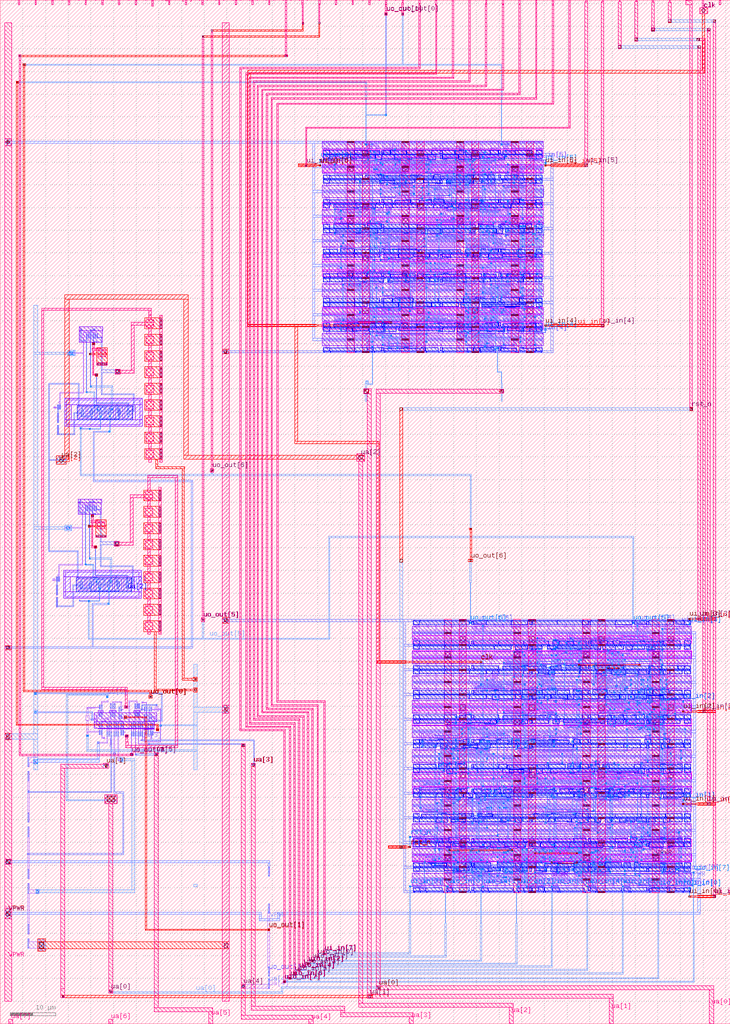
<source format=lef>
VERSION 5.7 ;
  NOWIREEXTENSIONATPIN ON ;
  DIVIDERCHAR "/" ;
  BUSBITCHARS "[]" ;
MACRO final
  CLASS BLOCK ;
  FOREIGN final ;
  ORIGIN 0.000 0.000 ;
  SIZE 161.000 BY 225.760 ;
  PIN clk
    DIRECTION INPUT ;
    USE SIGNAL ;
    ANTENNAGATEAREA 1.704000 ;
    PORT
      LAYER li1 ;
        RECT 92.495 170.715 92.810 171.275 ;
        RECT 117.365 60.415 117.680 60.975 ;
      LAYER mcon ;
        RECT 92.555 170.715 92.725 170.885 ;
        RECT 117.425 60.805 117.595 60.975 ;
      LAYER met1 ;
        RECT 86.500 170.870 86.820 170.930 ;
        RECT 92.495 170.870 92.785 170.915 ;
        RECT 86.500 170.730 92.785 170.870 ;
        RECT 86.500 170.670 86.820 170.730 ;
        RECT 92.495 170.685 92.785 170.730 ;
        RECT 105.850 74.900 106.170 74.960 ;
        RECT 115.510 74.900 115.830 74.960 ;
        RECT 105.850 74.760 115.830 74.900 ;
        RECT 105.850 74.700 106.170 74.760 ;
        RECT 115.510 74.700 115.830 74.760 ;
        RECT 115.510 60.960 115.830 61.020 ;
        RECT 117.365 60.960 117.655 61.005 ;
        RECT 115.510 60.820 117.655 60.960 ;
        RECT 115.510 60.760 115.830 60.820 ;
        RECT 117.365 60.775 117.655 60.820 ;
      LAYER via ;
        RECT 86.530 170.670 86.790 170.930 ;
        RECT 105.880 74.700 106.140 74.960 ;
        RECT 115.540 74.700 115.800 74.960 ;
        RECT 115.540 60.760 115.800 61.020 ;
      LAYER met2 ;
        RECT 86.530 170.640 86.790 170.960 ;
        RECT 86.060 154.720 86.340 154.835 ;
        RECT 86.590 154.720 86.730 170.640 ;
        RECT 86.060 154.580 86.730 154.720 ;
        RECT 86.060 154.465 86.340 154.580 ;
        RECT 105.870 79.575 106.150 79.945 ;
        RECT 105.940 74.990 106.080 79.575 ;
        RECT 105.880 74.670 106.140 74.990 ;
        RECT 115.540 74.670 115.800 74.990 ;
        RECT 115.600 61.050 115.740 74.670 ;
        RECT 115.540 60.730 115.800 61.050 ;
      LAYER via2 ;
        RECT 86.060 154.510 86.340 154.790 ;
        RECT 105.870 79.620 106.150 79.900 ;
      LAYER met3 ;
        RECT 154.280 222.745 156.080 224.045 ;
        RECT 154.820 210.275 155.425 222.745 ;
        RECT 54.615 209.670 155.425 210.275 ;
        RECT 54.615 154.275 55.220 209.670 ;
        RECT 86.035 154.800 86.365 154.815 ;
        RECT 78.920 154.500 86.365 154.800 ;
        RECT 54.615 154.270 66.305 154.275 ;
        RECT 54.615 154.120 69.730 154.270 ;
        RECT 78.920 154.120 79.220 154.500 ;
        RECT 86.035 154.485 86.365 154.500 ;
        RECT 54.615 153.820 79.220 154.120 ;
        RECT 54.615 153.670 69.730 153.820 ;
        RECT 64.990 128.510 65.590 153.670 ;
        RECT 64.990 127.910 83.550 128.510 ;
        RECT 82.950 80.060 83.550 127.910 ;
        RECT 82.950 79.910 89.540 80.060 ;
        RECT 105.845 79.910 106.175 79.925 ;
        RECT 82.950 79.610 106.175 79.910 ;
        RECT 82.950 79.460 89.540 79.610 ;
        RECT 105.845 79.595 106.175 79.610 ;
      LAYER via3 ;
        RECT 154.780 223.130 155.350 223.815 ;
      LAYER met4 ;
        RECT 154.870 224.045 155.170 225.760 ;
        RECT 154.280 222.745 156.080 224.045 ;
    END
  END clk
  PIN ena
    DIRECTION INPUT ;
    USE SIGNAL ;
    PORT
      LAYER met4 ;
        RECT 158.550 224.760 158.850 225.760 ;
    END
  END ena
  PIN rst_n
    DIRECTION INPUT ;
    USE SIGNAL ;
    ANTENNAGATEAREA 0.196500 ;
    PORT
      LAYER li1 ;
        RECT 92.545 40.965 92.875 41.335 ;
      LAYER mcon ;
        RECT 92.585 41.085 92.755 41.255 ;
      LAYER met1 ;
        RECT 90.210 41.240 90.530 41.300 ;
        RECT 92.525 41.240 92.815 41.285 ;
        RECT 90.210 41.100 92.815 41.240 ;
        RECT 90.210 41.040 90.530 41.100 ;
        RECT 92.525 41.055 92.815 41.100 ;
      LAYER via ;
        RECT 90.240 41.040 90.500 41.300 ;
      LAYER met2 ;
        RECT 88.130 135.875 152.705 135.900 ;
        RECT 88.110 135.325 152.705 135.875 ;
        RECT 88.130 135.300 152.705 135.325 ;
        RECT 88.130 39.290 88.730 102.460 ;
        RECT 90.240 41.010 90.500 41.330 ;
        RECT 88.105 38.625 88.790 39.290 ;
        RECT 90.300 39.145 90.440 41.010 ;
        RECT 90.230 38.775 90.510 39.145 ;
      LAYER via2 ;
        RECT 88.155 135.325 88.705 135.875 ;
        RECT 152.060 135.300 152.660 135.900 ;
        RECT 88.130 101.815 88.730 102.415 ;
        RECT 88.155 38.685 88.705 39.235 ;
        RECT 90.230 38.820 90.510 39.100 ;
      LAYER met3 ;
        RECT 88.130 102.440 88.730 135.900 ;
        RECT 152.035 135.245 152.685 135.925 ;
        RECT 88.105 101.790 88.755 102.440 ;
        RECT 85.540 39.110 89.540 39.260 ;
        RECT 90.205 39.110 90.535 39.125 ;
        RECT 85.540 38.810 90.535 39.110 ;
        RECT 85.540 38.660 89.540 38.810 ;
        RECT 90.205 38.795 90.535 38.810 ;
      LAYER via3 ;
        RECT 152.035 135.275 152.685 135.875 ;
      LAYER met4 ;
        RECT 151.190 225.585 151.490 225.760 ;
        RECT 151.190 224.760 152.660 225.585 ;
        RECT 152.060 135.880 152.660 224.760 ;
        RECT 152.030 135.270 152.690 135.880 ;
    END
  END rst_n
  PIN ua[0]
    DIRECTION INOUT ;
    USE SIGNAL ;
    ANTENNAGATEAREA 0.796500 ;
    PORT
      LAYER li1 ;
        RECT 104.475 149.175 104.805 149.545 ;
        RECT 23.400 71.850 23.830 72.300 ;
      LAYER mcon ;
        RECT 104.515 149.295 104.685 149.465 ;
        RECT 23.500 71.940 23.760 72.200 ;
      LAYER met1 ;
        RECT 104.455 149.265 104.745 149.495 ;
        RECT 104.530 149.110 104.670 149.265 ;
        RECT 109.500 149.110 109.820 149.170 ;
        RECT 104.530 148.970 109.820 149.110 ;
        RECT 109.500 148.910 109.820 148.970 ;
        RECT 23.400 71.850 23.830 72.300 ;
        RECT 82.960 7.520 83.920 8.410 ;
      LAYER via ;
        RECT 109.530 148.910 109.790 149.170 ;
        RECT 23.500 71.940 23.760 72.200 ;
        RECT 83.210 7.760 83.645 8.180 ;
      LAYER met2 ;
        RECT 109.530 148.880 109.790 149.200 ;
        RECT 109.590 143.840 109.730 148.880 ;
        RECT 109.590 143.700 110.650 143.840 ;
        RECT 110.510 141.310 110.650 143.700 ;
        RECT 110.440 139.950 110.720 141.310 ;
        RECT 110.180 139.050 111.080 139.950 ;
        RECT 110.440 137.310 110.720 139.050 ;
        RECT 14.580 72.450 23.770 72.710 ;
        RECT 14.580 49.390 14.840 72.450 ;
        RECT 23.510 72.300 23.770 72.450 ;
        RECT 23.400 71.850 23.830 72.300 ;
        RECT 23.060 49.390 25.760 50.500 ;
        RECT 14.580 49.130 25.760 49.390 ;
        RECT 23.060 48.560 25.760 49.130 ;
        RECT 82.960 8.140 83.920 8.410 ;
        RECT 61.960 7.835 83.920 8.140 ;
        RECT 23.925 7.040 24.830 7.480 ;
        RECT 61.960 7.040 62.265 7.835 ;
        RECT 82.960 7.520 83.920 7.835 ;
        RECT 23.925 6.740 62.265 7.040 ;
        RECT 23.955 6.735 62.265 6.740 ;
      LAYER via2 ;
        RECT 110.375 139.260 110.885 139.820 ;
        RECT 23.630 48.930 25.220 50.170 ;
        RECT 24.180 6.915 24.550 7.270 ;
        RECT 83.210 7.760 83.645 8.180 ;
      LAYER met3 ;
        RECT 110.180 139.050 111.080 139.950 ;
        RECT 23.060 48.560 25.760 50.500 ;
        RECT 82.945 7.520 83.930 8.425 ;
        RECT 23.925 6.730 24.835 7.480 ;
      LAYER via3 ;
        RECT 110.375 139.260 110.885 139.820 ;
        RECT 23.630 48.930 25.220 50.170 ;
        RECT 83.210 7.760 83.645 8.180 ;
        RECT 24.180 6.915 24.550 7.270 ;
      LAYER met4 ;
        RECT 82.960 139.050 111.080 139.950 ;
        RECT 23.060 48.560 25.760 50.500 ;
        RECT 23.930 7.480 24.830 48.560 ;
        RECT 82.960 8.415 83.860 139.050 ;
        RECT 82.960 7.515 157.310 8.415 ;
        RECT 23.925 6.740 24.830 7.480 ;
        RECT 156.410 0.000 157.310 7.515 ;
    END
  END ua[0]
  PIN ua[1]
    DIRECTION INOUT ;
    USE SIGNAL ;
    ANTENNAGATEAREA 1.096500 ;
    PORT
      LAYER li1 ;
        RECT 81.855 149.175 82.185 149.545 ;
        RECT 24.210 62.580 24.580 62.985 ;
        RECT 24.300 61.585 24.475 62.580 ;
        RECT 24.200 61.150 24.610 61.585 ;
        RECT 22.730 56.360 23.980 57.440 ;
      LAYER mcon ;
        RECT 81.975 149.295 82.145 149.465 ;
        RECT 23.180 56.600 23.630 57.180 ;
      LAYER met1 ;
        RECT 81.900 149.250 82.220 149.510 ;
        RECT 22.730 56.360 23.980 57.440 ;
      LAYER via ;
        RECT 81.930 149.250 82.190 149.510 ;
        RECT 23.180 56.600 23.630 57.180 ;
      LAYER met2 ;
        RECT 81.930 149.220 82.190 149.540 ;
        RECT 80.610 141.660 81.210 141.800 ;
        RECT 80.610 141.310 80.750 141.660 ;
        RECT 80.540 140.035 80.820 141.310 ;
        RECT 81.070 141.120 81.210 141.660 ;
        RECT 81.990 141.120 82.130 149.220 ;
        RECT 81.070 140.980 82.130 141.120 ;
        RECT 80.195 138.950 81.260 140.035 ;
        RECT 80.540 137.310 80.820 138.950 ;
        RECT 22.730 56.360 23.980 57.440 ;
      LAYER via2 ;
        RECT 80.300 139.095 81.150 139.945 ;
        RECT 23.180 56.600 23.630 57.180 ;
      LAYER met3 ;
        RECT 80.195 138.950 81.260 140.035 ;
        RECT 23.180 56.600 23.630 57.180 ;
        RECT 80.940 6.235 82.120 6.480 ;
        RECT 13.370 5.775 82.120 6.235 ;
        RECT 80.940 5.575 82.120 5.775 ;
      LAYER via3 ;
        RECT 80.280 139.075 81.170 139.965 ;
        RECT 13.685 5.885 14.005 6.210 ;
        RECT 81.240 5.755 81.730 6.215 ;
      LAYER met4 ;
        RECT 80.935 140.035 81.835 140.075 ;
        RECT 80.195 138.950 81.835 140.035 ;
        RECT 22.730 57.270 23.980 57.440 ;
        RECT 13.360 56.370 23.980 57.270 ;
        RECT 13.360 7.720 14.260 56.370 ;
        RECT 22.730 56.360 23.980 56.370 ;
        RECT 13.370 5.770 14.260 7.720 ;
        RECT 80.935 6.480 81.835 138.950 ;
        RECT 80.935 5.580 135.230 6.480 ;
        RECT 134.330 0.000 135.230 5.580 ;
    END
  END ua[1]
  PIN ua[2]
    DIRECTION INOUT ;
    USE SIGNAL ;
    ANTENNADIFFAREA 19.722900 ;
    PORT
      LAYER pwell ;
        RECT 23.120 136.340 27.250 136.345 ;
        RECT 23.120 136.335 29.275 136.340 ;
        RECT 17.030 133.245 29.275 136.335 ;
        RECT 17.030 133.235 23.200 133.245 ;
        RECT 27.165 133.240 29.275 133.245 ;
        RECT 22.900 98.370 27.030 98.375 ;
        RECT 22.900 98.365 29.055 98.370 ;
        RECT 16.810 95.275 29.055 98.365 ;
        RECT 16.810 95.265 22.980 95.275 ;
        RECT 26.945 95.270 29.055 95.275 ;
      LAYER li1 ;
        RECT 17.210 136.155 17.380 136.665 ;
        RECT 17.210 135.985 18.960 136.155 ;
        RECT 17.210 133.585 17.380 135.985 ;
        RECT 18.220 134.955 18.390 135.305 ;
        RECT 18.790 134.955 18.960 135.985 ;
        RECT 19.240 135.985 20.990 136.155 ;
        RECT 19.240 134.955 19.410 135.985 ;
        RECT 19.810 134.955 19.980 135.305 ;
        RECT 18.190 134.675 19.980 134.955 ;
        RECT 18.220 134.265 18.390 134.675 ;
        RECT 18.790 133.585 18.960 134.675 ;
        RECT 19.240 133.585 19.410 134.675 ;
        RECT 19.810 134.265 19.980 134.675 ;
        RECT 20.820 133.585 20.990 135.985 ;
        RECT 21.270 135.985 23.020 136.155 ;
        RECT 21.270 133.585 21.440 135.985 ;
        RECT 22.850 133.595 23.020 135.985 ;
        RECT 23.300 135.995 25.050 136.165 ;
        RECT 23.300 133.595 23.470 135.995 ;
        RECT 24.880 133.595 25.050 135.995 ;
        RECT 25.320 135.995 27.070 136.165 ;
        RECT 25.320 133.595 25.490 135.995 ;
        RECT 26.330 134.935 26.500 135.315 ;
        RECT 26.900 134.935 27.070 135.995 ;
        RECT 27.345 135.990 29.095 136.160 ;
        RECT 27.345 134.935 27.515 135.990 ;
        RECT 27.915 134.935 28.085 135.310 ;
        RECT 26.310 134.655 28.100 134.935 ;
        RECT 26.330 134.275 26.500 134.655 ;
        RECT 26.900 133.595 27.070 134.655 ;
        RECT 27.345 133.595 27.515 134.655 ;
        RECT 27.915 134.270 28.085 134.655 ;
        RECT 22.850 133.590 27.515 133.595 ;
        RECT 28.925 133.590 29.095 135.990 ;
        RECT 22.850 133.585 29.095 133.590 ;
        RECT 17.210 133.425 29.095 133.585 ;
        RECT 17.210 133.415 23.020 133.425 ;
        RECT 27.345 133.420 29.095 133.425 ;
        RECT 16.990 98.185 17.160 98.695 ;
        RECT 16.990 98.015 18.740 98.185 ;
        RECT 16.990 95.615 17.160 98.015 ;
        RECT 18.000 96.985 18.170 97.335 ;
        RECT 18.570 96.985 18.740 98.015 ;
        RECT 19.020 98.015 20.770 98.185 ;
        RECT 19.020 96.985 19.190 98.015 ;
        RECT 19.590 96.985 19.760 97.335 ;
        RECT 17.970 96.705 19.760 96.985 ;
        RECT 18.000 96.295 18.170 96.705 ;
        RECT 18.570 95.615 18.740 96.705 ;
        RECT 19.020 95.615 19.190 96.705 ;
        RECT 19.590 96.295 19.760 96.705 ;
        RECT 20.600 95.615 20.770 98.015 ;
        RECT 21.050 98.015 22.800 98.185 ;
        RECT 21.050 95.615 21.220 98.015 ;
        RECT 22.630 95.625 22.800 98.015 ;
        RECT 23.080 98.025 24.830 98.195 ;
        RECT 23.080 95.625 23.250 98.025 ;
        RECT 24.660 95.625 24.830 98.025 ;
        RECT 25.100 98.025 26.850 98.195 ;
        RECT 25.100 95.625 25.270 98.025 ;
        RECT 26.110 96.965 26.280 97.345 ;
        RECT 26.680 96.965 26.850 98.025 ;
        RECT 27.125 98.020 28.875 98.190 ;
        RECT 27.125 96.965 27.295 98.020 ;
        RECT 27.695 96.965 27.865 97.340 ;
        RECT 26.090 96.685 27.880 96.965 ;
        RECT 26.110 96.305 26.280 96.685 ;
        RECT 26.680 95.625 26.850 96.685 ;
        RECT 27.125 95.625 27.295 96.685 ;
        RECT 27.695 96.300 27.865 96.685 ;
        RECT 22.630 95.620 27.295 95.625 ;
        RECT 28.705 95.620 28.875 98.020 ;
        RECT 22.630 95.615 28.875 95.620 ;
        RECT 16.990 95.455 28.875 95.615 ;
        RECT 16.990 95.445 22.800 95.455 ;
        RECT 27.125 95.450 28.875 95.455 ;
      LAYER mcon ;
        RECT 17.210 136.440 17.380 136.610 ;
        RECT 18.220 134.345 18.390 135.225 ;
        RECT 19.810 134.345 19.980 135.225 ;
        RECT 26.330 134.355 26.500 135.235 ;
        RECT 27.915 134.350 28.085 135.230 ;
        RECT 16.990 98.470 17.160 98.640 ;
        RECT 18.000 96.375 18.170 97.255 ;
        RECT 19.590 96.375 19.760 97.255 ;
        RECT 26.110 96.385 26.280 97.265 ;
        RECT 27.695 96.380 27.865 97.260 ;
      LAYER met1 ;
        RECT 10.665 141.075 17.380 141.245 ;
        RECT 10.665 124.405 10.835 141.075 ;
        RECT 17.210 136.640 17.380 141.075 ;
        RECT 17.150 136.410 17.440 136.640 ;
        RECT 18.190 134.285 18.420 135.285 ;
        RECT 19.780 134.285 20.010 135.285 ;
        RECT 26.300 134.295 26.530 135.295 ;
        RECT 27.885 134.290 28.115 135.290 ;
        RECT 12.350 124.405 14.535 125.235 ;
        RECT 10.665 124.235 14.535 124.405 ;
        RECT 10.665 104.265 10.835 124.235 ;
        RECT 12.350 123.435 14.535 124.235 ;
        RECT 10.665 104.095 17.160 104.265 ;
        RECT 16.990 98.670 17.160 104.095 ;
        RECT 16.930 98.440 17.220 98.670 ;
        RECT 17.970 96.315 18.200 97.315 ;
        RECT 19.560 96.315 19.790 97.315 ;
        RECT 26.080 96.325 26.310 97.325 ;
        RECT 27.665 96.320 27.895 97.320 ;
      LAYER via ;
        RECT 13.070 123.935 13.935 124.915 ;
      LAYER met2 ;
        RECT 12.350 123.435 14.535 125.235 ;
      LAYER via2 ;
        RECT 13.070 123.935 13.935 124.915 ;
      LAYER met3 ;
        RECT 14.200 159.815 41.495 160.795 ;
        RECT 14.200 125.235 15.180 159.815 ;
        RECT 12.350 123.940 15.180 125.235 ;
        RECT 40.515 125.430 41.495 159.815 ;
        RECT 78.590 125.430 80.430 125.685 ;
        RECT 40.515 124.450 80.430 125.430 ;
        RECT 78.590 124.050 80.430 124.450 ;
        RECT 12.350 123.435 14.535 123.940 ;
      LAYER via3 ;
        RECT 79.015 124.505 79.975 125.315 ;
      LAYER met4 ;
        RECT 78.590 124.050 80.430 125.685 ;
        RECT 79.050 4.550 79.950 124.050 ;
        RECT 79.050 3.650 113.150 4.550 ;
        RECT 112.250 0.000 113.150 3.650 ;
    END
  END ua[2]
  PIN ua[3]
    DIRECTION INOUT ;
    USE SIGNAL ;
    ANTENNADIFFAREA 0.580000 ;
    PORT
      LAYER li1 ;
        RECT 31.280 62.650 31.450 66.370 ;
        RECT 31.040 62.385 31.455 62.650 ;
      LAYER mcon ;
        RECT 31.280 65.410 31.450 66.290 ;
        RECT 31.280 63.460 31.450 64.340 ;
        RECT 31.175 62.425 31.350 62.600 ;
      LAYER met1 ;
        RECT 31.250 65.350 31.480 66.350 ;
        RECT 31.250 63.400 31.480 64.400 ;
        RECT 31.040 62.610 31.455 62.650 ;
        RECT 31.040 62.450 56.015 62.610 ;
        RECT 31.040 62.385 31.455 62.450 ;
        RECT 55.855 57.505 56.015 62.450 ;
        RECT 55.390 56.715 56.290 57.505 ;
      LAYER via ;
        RECT 55.655 56.860 56.090 57.345 ;
      LAYER met2 ;
        RECT 55.390 56.715 56.290 57.505 ;
      LAYER via2 ;
        RECT 55.655 56.860 56.090 57.345 ;
      LAYER met3 ;
        RECT 55.390 56.715 56.290 57.505 ;
      LAYER via3 ;
        RECT 55.655 56.860 56.090 57.345 ;
      LAYER met4 ;
        RECT 55.390 3.875 56.290 57.505 ;
        RECT 55.390 2.975 75.970 3.875 ;
        RECT 75.070 2.430 75.970 2.975 ;
        RECT 75.070 1.530 91.070 2.430 ;
        RECT 90.170 0.000 91.070 1.530 ;
    END
  END ua[3]
  PIN ua[4]
    DIRECTION INOUT ;
    USE SIGNAL ;
    ANTENNADIFFAREA 0.580000 ;
    PORT
      LAYER li1 ;
        RECT 30.400 61.770 30.570 66.370 ;
        RECT 32.650 61.770 32.930 61.850 ;
        RECT 30.400 61.600 32.930 61.770 ;
        RECT 32.650 61.535 32.930 61.600 ;
        RECT 59.060 8.675 59.410 9.930 ;
        RECT 53.125 7.780 59.410 8.675 ;
        RECT 59.060 7.770 59.410 7.780 ;
      LAYER mcon ;
        RECT 30.400 65.410 30.570 66.290 ;
        RECT 30.400 63.460 30.570 64.340 ;
        RECT 32.720 61.595 32.890 61.765 ;
        RECT 53.335 8.005 53.805 8.460 ;
        RECT 59.140 7.860 59.330 9.845 ;
      LAYER met1 ;
        RECT 30.370 65.350 30.600 66.350 ;
        RECT 30.370 63.400 30.600 64.400 ;
        RECT 32.650 61.770 32.930 61.850 ;
        RECT 53.130 61.770 54.030 61.775 ;
        RECT 32.650 61.600 54.030 61.770 ;
        RECT 32.650 61.535 32.930 61.600 ;
        RECT 53.130 61.090 54.030 61.600 ;
        RECT 53.125 7.780 54.035 8.675 ;
        RECT 59.110 7.800 59.360 9.905 ;
      LAYER via ;
        RECT 53.395 61.225 53.760 61.605 ;
        RECT 53.335 8.005 53.805 8.460 ;
      LAYER met2 ;
        RECT 53.130 61.095 54.030 61.775 ;
        RECT 53.125 7.780 54.035 8.675 ;
      LAYER via2 ;
        RECT 53.395 61.225 53.760 61.605 ;
        RECT 53.335 8.005 53.805 8.460 ;
      LAYER met3 ;
        RECT 53.130 61.095 54.030 61.775 ;
        RECT 53.125 7.780 54.035 8.675 ;
      LAYER via3 ;
        RECT 53.395 61.225 53.760 61.605 ;
        RECT 53.335 8.005 53.805 8.460 ;
      LAYER met4 ;
        RECT 53.130 8.675 54.030 61.775 ;
        RECT 53.125 7.780 54.035 8.675 ;
        RECT 53.130 1.870 54.030 7.780 ;
        RECT 53.130 0.970 68.990 1.870 ;
        RECT 68.090 0.000 68.990 0.970 ;
    END
  END ua[4]
  PIN ua[5]
    DIRECTION INOUT ;
    USE SIGNAL ;
    ANTENNADIFFAREA 0.580000 ;
    PORT
      LAYER li1 ;
        RECT 29.750 63.395 29.920 66.370 ;
        RECT 29.750 59.570 29.925 63.395 ;
        RECT 29.750 59.205 30.145 59.570 ;
      LAYER mcon ;
        RECT 29.750 65.410 29.920 66.290 ;
        RECT 29.750 63.460 29.920 64.340 ;
        RECT 29.875 59.300 30.055 59.475 ;
      LAYER met1 ;
        RECT 29.720 65.350 29.950 66.350 ;
        RECT 29.720 63.400 29.950 64.400 ;
        RECT 29.750 59.505 30.145 59.570 ;
        RECT 33.990 59.505 34.890 59.725 ;
        RECT 29.750 59.265 34.890 59.505 ;
        RECT 29.750 59.205 30.145 59.265 ;
        RECT 33.990 59.080 34.890 59.265 ;
      LAYER via ;
        RECT 34.220 59.225 34.670 59.575 ;
      LAYER met2 ;
        RECT 33.990 59.080 34.890 59.725 ;
      LAYER via2 ;
        RECT 34.220 59.225 34.670 59.575 ;
      LAYER met3 ;
        RECT 33.990 59.080 34.890 59.725 ;
      LAYER via3 ;
        RECT 34.220 59.225 34.670 59.575 ;
      LAYER met4 ;
        RECT 33.990 3.560 34.890 59.725 ;
        RECT 33.990 2.660 46.910 3.560 ;
        RECT 46.010 0.000 46.910 2.660 ;
    END
  END ua[5]
  PIN ua[6]
    DIRECTION INOUT ;
    USE SIGNAL ;
    PORT
      LAYER met4 ;
        RECT 23.930 0.000 24.830 1.010 ;
    END
  END ua[6]
  PIN ua[7]
    DIRECTION INOUT ;
    USE SIGNAL ;
    PORT
      LAYER met4 ;
        RECT 1.850 0.000 2.750 1.000 ;
    END
  END ua[7]
  PIN ui_in[0]
    DIRECTION INPUT ;
    USE SIGNAL ;
    ANTENNAGATEAREA 0.213000 ;
    PORT
      LAYER li1 ;
        RECT 150.075 29.845 150.435 30.425 ;
      LAYER mcon ;
        RECT 150.085 29.865 150.255 30.035 ;
      LAYER met1 ;
        RECT 150.025 30.020 150.315 30.065 ;
        RECT 151.850 30.020 152.170 30.080 ;
        RECT 150.025 29.880 152.170 30.020 ;
        RECT 150.025 29.835 150.315 29.880 ;
        RECT 151.850 29.820 152.170 29.880 ;
      LAYER via ;
        RECT 151.880 29.820 152.140 30.080 ;
      LAYER met2 ;
        RECT 157.210 221.425 157.855 221.455 ;
        RECT 147.305 220.825 157.855 221.425 ;
        RECT 157.210 220.800 157.855 220.825 ;
        RECT 151.880 29.790 152.140 30.110 ;
        RECT 151.940 28.265 152.080 29.790 ;
        RECT 151.870 27.895 152.150 28.265 ;
      LAYER via2 ;
        RECT 147.350 220.825 147.950 221.425 ;
        RECT 157.250 220.850 157.800 221.400 ;
        RECT 151.870 27.940 152.150 28.220 ;
      LAYER met3 ;
        RECT 147.325 220.800 147.975 221.480 ;
        RECT 157.225 221.420 157.825 221.425 ;
        RECT 157.200 220.830 157.850 221.420 ;
        RECT 157.225 220.825 157.825 220.830 ;
        RECT 157.200 28.380 157.855 28.415 ;
        RECT 151.845 28.230 152.175 28.245 ;
        RECT 153.825 28.230 157.855 28.380 ;
        RECT 151.845 27.930 157.855 28.230 ;
        RECT 151.845 27.915 152.175 27.930 ;
        RECT 153.825 27.780 157.855 27.930 ;
        RECT 157.200 27.750 157.855 27.780 ;
      LAYER via3 ;
        RECT 147.325 220.850 147.975 221.450 ;
        RECT 157.230 220.830 157.820 221.420 ;
        RECT 157.225 27.780 157.825 28.380 ;
      LAYER met4 ;
        RECT 147.510 225.265 147.810 225.760 ;
        RECT 147.350 221.455 147.950 225.265 ;
        RECT 147.320 220.845 147.980 221.455 ;
        RECT 157.225 28.415 157.825 221.425 ;
        RECT 157.200 27.750 157.855 28.415 ;
    END
  END ui_in[0]
  PIN ui_in[1]
    DIRECTION INPUT ;
    USE SIGNAL ;
    ANTENNAGATEAREA 0.126000 ;
    PORT
      LAYER li1 ;
        RECT 150.290 49.160 150.775 49.865 ;
      LAYER mcon ;
        RECT 150.545 49.245 150.715 49.415 ;
      LAYER met1 ;
        RECT 150.470 49.200 150.790 49.460 ;
      LAYER via ;
        RECT 150.500 49.200 150.760 49.460 ;
      LAYER met2 ;
        RECT 143.605 219.560 144.325 219.620 ;
        RECT 155.965 219.560 156.615 219.590 ;
        RECT 143.605 218.960 156.615 219.560 ;
        RECT 143.605 218.905 144.325 218.960 ;
        RECT 155.965 218.935 156.615 218.960 ;
        RECT 150.500 49.170 150.760 49.490 ;
        RECT 150.560 48.665 150.700 49.170 ;
        RECT 150.490 48.295 150.770 48.665 ;
      LAYER via2 ;
        RECT 143.660 218.960 144.260 219.560 ;
        RECT 156.005 218.985 156.555 219.535 ;
        RECT 150.490 48.340 150.770 48.620 ;
      LAYER met3 ;
        RECT 143.605 218.905 144.325 219.620 ;
        RECT 155.965 219.555 156.615 219.590 ;
        RECT 155.955 218.965 156.615 219.555 ;
        RECT 155.965 218.935 156.615 218.965 ;
        RECT 150.465 48.630 150.795 48.645 ;
        RECT 153.825 48.630 157.825 48.780 ;
        RECT 150.465 48.330 157.825 48.630 ;
        RECT 150.465 48.315 150.795 48.330 ;
        RECT 153.825 48.180 157.825 48.330 ;
      LAYER via3 ;
        RECT 143.635 218.935 144.285 219.585 ;
        RECT 155.985 218.965 156.575 219.555 ;
        RECT 155.980 48.180 156.580 48.780 ;
      LAYER met4 ;
        RECT 143.830 225.340 144.130 225.760 ;
        RECT 143.660 219.620 144.260 225.340 ;
        RECT 143.605 218.905 144.325 219.620 ;
        RECT 155.965 218.935 156.615 219.590 ;
        RECT 155.980 48.785 156.580 218.935 ;
        RECT 155.975 48.175 156.585 48.785 ;
    END
  END ui_in[1]
  PIN ui_in[2]
    DIRECTION INPUT ;
    USE SIGNAL ;
    ANTENNAGATEAREA 0.126000 ;
    PORT
      LAYER li1 ;
        RECT 150.290 70.920 150.775 71.625 ;
      LAYER mcon ;
        RECT 150.545 71.005 150.715 71.175 ;
      LAYER met1 ;
        RECT 150.470 70.960 150.790 71.220 ;
      LAYER via ;
        RECT 150.500 70.960 150.760 71.220 ;
      LAYER met2 ;
        RECT 139.920 217.380 140.640 217.440 ;
        RECT 153.605 217.380 154.255 217.405 ;
        RECT 139.920 216.780 154.255 217.380 ;
        RECT 139.920 216.725 140.640 216.780 ;
        RECT 153.605 216.750 154.255 216.780 ;
        RECT 150.500 70.930 150.760 71.250 ;
        RECT 150.560 69.065 150.700 70.930 ;
        RECT 150.490 68.695 150.770 69.065 ;
      LAYER via2 ;
        RECT 139.980 216.780 140.580 217.380 ;
        RECT 153.650 216.805 154.200 217.355 ;
        RECT 150.490 68.740 150.770 69.020 ;
      LAYER met3 ;
        RECT 139.920 216.725 140.640 217.440 ;
        RECT 153.605 216.750 154.255 217.405 ;
        RECT 154.910 69.180 155.510 69.210 ;
        RECT 150.465 69.030 150.795 69.045 ;
        RECT 153.825 69.030 157.825 69.180 ;
        RECT 150.465 68.730 157.825 69.030 ;
        RECT 150.465 68.715 150.795 68.730 ;
        RECT 153.825 68.580 157.825 68.730 ;
        RECT 154.910 68.550 155.510 68.580 ;
      LAYER via3 ;
        RECT 139.955 216.755 140.605 217.405 ;
        RECT 153.630 216.785 154.220 217.375 ;
        RECT 154.910 68.580 155.510 69.180 ;
      LAYER met4 ;
        RECT 140.150 225.360 140.450 225.760 ;
        RECT 139.980 217.440 140.580 225.360 ;
        RECT 139.920 216.725 140.640 217.440 ;
        RECT 153.605 217.380 154.255 217.405 ;
        RECT 153.605 216.780 155.510 217.380 ;
        RECT 153.605 216.750 154.255 216.780 ;
        RECT 154.910 69.185 155.510 216.780 ;
        RECT 154.905 68.575 155.515 69.185 ;
    END
  END ui_in[2]
  PIN ui_in[3]
    DIRECTION INPUT ;
    USE SIGNAL ;
    ANTENNAGATEAREA 0.213000 ;
    PORT
      LAYER li1 ;
        RECT 150.075 87.615 150.435 88.195 ;
      LAYER mcon ;
        RECT 150.085 88.005 150.255 88.175 ;
      LAYER met1 ;
        RECT 150.025 88.160 150.315 88.205 ;
        RECT 151.850 88.160 152.170 88.220 ;
        RECT 150.025 88.020 152.170 88.160 ;
        RECT 150.025 87.975 150.315 88.020 ;
        RECT 151.850 87.960 152.170 88.020 ;
      LAYER via ;
        RECT 151.880 87.960 152.140 88.220 ;
      LAYER met2 ;
        RECT 136.265 215.715 136.985 215.770 ;
        RECT 153.840 215.715 154.490 215.745 ;
        RECT 136.265 215.115 154.490 215.715 ;
        RECT 136.265 215.055 136.985 215.115 ;
        RECT 153.840 215.090 154.490 215.115 ;
        RECT 151.870 89.095 152.150 89.465 ;
        RECT 151.940 88.250 152.080 89.095 ;
        RECT 151.880 87.930 152.140 88.250 ;
      LAYER via2 ;
        RECT 136.320 215.115 136.920 215.715 ;
        RECT 153.890 215.140 154.440 215.690 ;
        RECT 151.870 89.140 152.150 89.420 ;
      LAYER met3 ;
        RECT 136.265 215.055 136.985 215.770 ;
        RECT 153.840 215.090 154.490 215.745 ;
        RECT 151.845 89.430 152.175 89.445 ;
        RECT 153.825 89.430 157.825 89.580 ;
        RECT 151.845 89.130 157.825 89.430 ;
        RECT 151.845 89.115 152.175 89.130 ;
        RECT 153.825 88.980 157.825 89.130 ;
      LAYER via3 ;
        RECT 136.295 215.090 136.945 215.740 ;
        RECT 153.870 215.120 154.460 215.710 ;
        RECT 153.865 88.980 154.465 89.580 ;
      LAYER met4 ;
        RECT 136.470 225.400 136.770 225.760 ;
        RECT 136.320 215.770 136.920 225.400 ;
        RECT 136.265 215.055 136.985 215.770 ;
        RECT 153.840 215.090 154.490 215.745 ;
        RECT 153.865 89.585 154.465 215.090 ;
        RECT 153.860 88.975 154.470 89.585 ;
    END
  END ui_in[3]
  PIN ui_in[4]
    DIRECTION INPUT ;
    USE SIGNAL ;
    ANTENNAGATEAREA 0.196500 ;
    PORT
      LAYER li1 ;
        RECT 117.725 152.275 118.065 152.645 ;
      LAYER mcon ;
        RECT 117.855 152.355 118.025 152.525 ;
      LAYER met1 ;
        RECT 120.080 152.990 120.400 153.250 ;
        RECT 117.795 152.510 118.085 152.555 ;
        RECT 120.170 152.510 120.310 152.990 ;
        RECT 117.795 152.370 120.310 152.510 ;
        RECT 117.795 152.325 118.085 152.370 ;
      LAYER via ;
        RECT 120.110 152.990 120.370 153.250 ;
      LAYER met2 ;
        RECT 120.100 153.785 120.380 154.155 ;
        RECT 120.170 153.280 120.310 153.785 ;
        RECT 120.110 152.960 120.370 153.280 ;
      LAYER via2 ;
        RECT 120.100 153.830 120.380 154.110 ;
      LAYER met3 ;
        RECT 120.075 154.120 120.405 154.135 ;
        RECT 121.500 154.120 133.170 154.270 ;
        RECT 120.075 153.820 133.170 154.120 ;
        RECT 120.075 153.805 120.405 153.820 ;
        RECT 121.500 153.670 133.170 153.820 ;
      LAYER via3 ;
        RECT 132.540 153.670 133.140 154.270 ;
      LAYER met4 ;
        RECT 132.790 225.360 133.090 225.760 ;
        RECT 132.540 154.275 133.140 225.360 ;
        RECT 132.535 153.665 133.145 154.275 ;
    END
  END ui_in[4]
  PIN ui_in[5]
    DIRECTION INPUT ;
    USE SIGNAL ;
    ANTENNAGATEAREA 0.196500 ;
    PORT
      LAYER li1 ;
        RECT 117.725 190.355 118.065 190.725 ;
      LAYER mcon ;
        RECT 117.855 190.435 118.025 190.605 ;
      LAYER met1 ;
        RECT 117.795 190.590 118.085 190.635 ;
        RECT 117.795 190.450 120.310 190.590 ;
        RECT 117.795 190.405 118.085 190.450 ;
        RECT 120.170 189.970 120.310 190.450 ;
        RECT 120.080 189.710 120.400 189.970 ;
      LAYER via ;
        RECT 120.110 189.710 120.370 189.970 ;
      LAYER met2 ;
        RECT 120.110 189.680 120.370 190.000 ;
        RECT 120.170 189.515 120.310 189.680 ;
        RECT 120.100 189.145 120.380 189.515 ;
      LAYER via2 ;
        RECT 120.100 189.190 120.380 189.470 ;
      LAYER met3 ;
        RECT 120.075 189.480 120.405 189.495 ;
        RECT 121.500 189.480 129.575 189.630 ;
        RECT 120.075 189.180 129.575 189.480 ;
        RECT 120.075 189.165 120.405 189.180 ;
        RECT 121.500 189.030 129.575 189.180 ;
      LAYER via3 ;
        RECT 128.945 189.030 129.545 189.630 ;
      LAYER met4 ;
        RECT 129.110 225.415 129.410 225.760 ;
        RECT 128.945 189.635 129.545 225.415 ;
        RECT 128.940 189.025 129.550 189.635 ;
    END
  END ui_in[5]
  PIN ui_in[6]
    DIRECTION INPUT ;
    USE SIGNAL ;
    ANTENNAGATEAREA 0.196500 ;
    PORT
      LAYER li1 ;
        RECT 72.735 190.355 73.065 190.725 ;
      LAYER mcon ;
        RECT 72.775 190.435 72.945 190.605 ;
      LAYER met1 ;
        RECT 70.400 190.590 70.720 190.650 ;
        RECT 72.715 190.590 73.005 190.635 ;
        RECT 70.400 190.450 73.005 190.590 ;
        RECT 70.400 190.390 70.720 190.450 ;
        RECT 72.715 190.405 73.005 190.450 ;
      LAYER via ;
        RECT 70.430 190.390 70.690 190.650 ;
      LAYER met2 ;
        RECT 70.430 190.360 70.690 190.680 ;
        RECT 70.490 189.515 70.630 190.360 ;
        RECT 70.420 189.145 70.700 189.515 ;
      LAYER via2 ;
        RECT 70.420 189.190 70.700 189.470 ;
      LAYER met3 ;
        RECT 65.730 189.480 69.730 189.630 ;
        RECT 70.395 189.480 70.725 189.495 ;
        RECT 65.730 189.180 70.725 189.480 ;
        RECT 65.730 189.030 69.730 189.180 ;
        RECT 70.395 189.165 70.725 189.180 ;
      LAYER via3 ;
        RECT 67.325 189.035 67.645 189.355 ;
      LAYER met4 ;
        RECT 125.430 197.760 125.730 225.760 ;
        RECT 67.335 197.460 125.730 197.760 ;
        RECT 67.335 189.360 67.635 197.460 ;
        RECT 67.320 189.030 67.650 189.360 ;
    END
  END ui_in[6]
  PIN ui_in[7]
    DIRECTION INPUT ;
    USE SIGNAL ;
    ANTENNAGATEAREA 0.196500 ;
    PORT
      LAYER li1 ;
        RECT 92.545 30.085 92.885 30.455 ;
      LAYER mcon ;
        RECT 92.585 30.205 92.755 30.375 ;
      LAYER met1 ;
        RECT 90.210 30.360 90.530 30.420 ;
        RECT 92.525 30.360 92.815 30.405 ;
        RECT 90.210 30.220 92.815 30.360 ;
        RECT 90.210 30.160 90.530 30.220 ;
        RECT 92.525 30.175 92.815 30.220 ;
      LAYER via ;
        RECT 90.240 30.160 90.500 30.420 ;
      LAYER met2 ;
        RECT 90.240 30.130 90.500 30.450 ;
        RECT 90.300 22.220 90.440 30.130 ;
        RECT 71.150 15.655 71.955 16.015 ;
        RECT 90.230 15.655 90.510 22.220 ;
        RECT 71.150 15.375 90.510 15.655 ;
        RECT 71.150 15.215 71.955 15.375 ;
      LAYER via2 ;
        RECT 71.345 15.365 71.645 15.665 ;
      LAYER met3 ;
        RECT 71.150 15.215 71.955 16.015 ;
      LAYER via3 ;
        RECT 71.320 15.340 71.670 15.690 ;
      LAYER met4 ;
        RECT 121.750 224.960 122.050 225.760 ;
        RECT 121.740 224.760 122.050 224.960 ;
        RECT 121.740 203.040 122.040 224.760 ;
        RECT 61.010 202.740 122.040 203.040 ;
        RECT 61.010 71.205 61.310 202.740 ;
        RECT 61.010 70.905 71.645 71.205 ;
        RECT 71.345 16.015 71.645 70.905 ;
        RECT 71.150 15.215 71.955 16.015 ;
    END
  END ui_in[7]
  PIN uio_in[0]
    DIRECTION INPUT ;
    USE SIGNAL ;
    ANTENNAGATEAREA 0.196500 ;
    PORT
      LAYER li1 ;
        RECT 98.525 30.085 98.865 30.455 ;
      LAYER mcon ;
        RECT 98.565 30.205 98.735 30.375 ;
      LAYER met1 ;
        RECT 98.490 30.160 98.810 30.420 ;
      LAYER via ;
        RECT 98.520 30.160 98.780 30.420 ;
      LAYER met2 ;
        RECT 98.520 30.360 98.780 30.450 ;
        RECT 98.120 30.220 98.780 30.360 ;
        RECT 98.120 22.220 98.260 30.220 ;
        RECT 98.520 30.130 98.780 30.220 ;
        RECT 69.770 14.950 70.290 15.045 ;
        RECT 98.050 14.950 98.330 22.220 ;
        RECT 69.770 14.670 98.330 14.950 ;
        RECT 69.770 14.560 70.290 14.670 ;
      LAYER via2 ;
        RECT 69.885 14.660 70.185 14.960 ;
      LAYER met3 ;
        RECT 69.770 14.560 70.290 15.045 ;
      LAYER via3 ;
        RECT 69.860 14.635 70.210 14.985 ;
      LAYER met4 ;
        RECT 118.070 225.210 118.370 225.760 ;
        RECT 118.070 224.760 118.375 225.210 ;
        RECT 118.075 204.225 118.375 224.760 ;
        RECT 59.735 203.925 118.375 204.225 ;
        RECT 59.735 70.340 60.035 203.925 ;
        RECT 59.735 70.040 70.185 70.340 ;
        RECT 69.885 15.045 70.185 70.040 ;
        RECT 69.770 14.560 70.290 15.045 ;
    END
  END uio_in[0]
  PIN uio_in[1]
    DIRECTION INPUT ;
    USE SIGNAL ;
    ANTENNAGATEAREA 0.196500 ;
    PORT
      LAYER li1 ;
        RECT 106.345 30.085 106.685 30.455 ;
      LAYER mcon ;
        RECT 106.385 30.205 106.555 30.375 ;
      LAYER met1 ;
        RECT 106.310 30.160 106.630 30.420 ;
      LAYER via ;
        RECT 106.340 30.160 106.600 30.420 ;
      LAYER met2 ;
        RECT 106.340 30.360 106.600 30.450 ;
        RECT 105.940 30.220 106.600 30.360 ;
        RECT 105.940 22.220 106.080 30.220 ;
        RECT 106.340 30.130 106.600 30.220 ;
        RECT 68.575 14.040 69.095 14.150 ;
        RECT 105.870 14.040 106.150 22.220 ;
        RECT 68.575 13.760 106.150 14.040 ;
        RECT 68.575 13.665 69.095 13.760 ;
      LAYER via2 ;
        RECT 68.680 13.750 68.980 14.050 ;
      LAYER met3 ;
        RECT 68.575 13.665 69.095 14.150 ;
      LAYER via3 ;
        RECT 68.655 13.725 69.005 14.075 ;
      LAYER met4 ;
        RECT 114.390 224.940 114.690 225.760 ;
        RECT 114.385 224.760 114.690 224.940 ;
        RECT 114.385 205.205 114.685 224.760 ;
        RECT 58.710 204.905 114.685 205.205 ;
        RECT 58.710 69.565 59.010 204.905 ;
        RECT 58.710 69.265 68.980 69.565 ;
        RECT 68.680 14.150 68.980 69.265 ;
        RECT 68.575 13.665 69.095 14.150 ;
    END
  END uio_in[1]
  PIN uio_in[2]
    DIRECTION INPUT ;
    USE SIGNAL ;
    ANTENNAGATEAREA 0.196500 ;
    PORT
      LAYER li1 ;
        RECT 114.165 30.085 114.505 30.455 ;
      LAYER mcon ;
        RECT 114.205 30.205 114.375 30.375 ;
      LAYER met1 ;
        RECT 114.130 30.160 114.450 30.420 ;
      LAYER via ;
        RECT 114.160 30.160 114.420 30.420 ;
      LAYER met2 ;
        RECT 114.160 30.360 114.420 30.450 ;
        RECT 113.760 30.220 114.420 30.360 ;
        RECT 113.760 22.220 113.900 30.220 ;
        RECT 114.160 30.130 114.420 30.220 ;
        RECT 67.610 13.380 68.130 13.480 ;
        RECT 113.690 13.380 113.970 22.220 ;
        RECT 67.610 13.100 113.970 13.380 ;
        RECT 67.610 12.995 68.130 13.100 ;
      LAYER via2 ;
        RECT 67.725 13.090 68.025 13.390 ;
      LAYER met3 ;
        RECT 67.610 12.995 68.130 13.480 ;
      LAYER via3 ;
        RECT 67.700 13.065 68.050 13.415 ;
      LAYER met4 ;
        RECT 110.710 224.850 111.010 225.760 ;
        RECT 110.700 224.760 111.010 224.850 ;
        RECT 110.700 206.135 111.000 224.760 ;
        RECT 57.620 205.835 111.000 206.135 ;
        RECT 57.620 68.860 57.920 205.835 ;
        RECT 57.620 68.560 68.025 68.860 ;
        RECT 67.725 13.480 68.025 68.560 ;
        RECT 67.610 12.995 68.130 13.480 ;
    END
  END uio_in[2]
  PIN uio_in[3]
    DIRECTION INPUT ;
    USE SIGNAL ;
    ANTENNAGATEAREA 0.196500 ;
    PORT
      LAYER li1 ;
        RECT 122.815 30.085 123.155 30.455 ;
      LAYER mcon ;
        RECT 122.945 30.205 123.115 30.375 ;
      LAYER met1 ;
        RECT 121.490 30.360 121.810 30.420 ;
        RECT 122.885 30.360 123.175 30.405 ;
        RECT 121.490 30.220 123.175 30.360 ;
        RECT 121.490 30.160 121.810 30.220 ;
        RECT 122.885 30.175 123.175 30.220 ;
      LAYER via ;
        RECT 121.520 30.160 121.780 30.420 ;
      LAYER met2 ;
        RECT 121.520 30.130 121.780 30.450 ;
        RECT 121.580 22.220 121.720 30.130 ;
        RECT 66.655 12.790 67.175 12.885 ;
        RECT 121.510 12.790 121.790 22.220 ;
        RECT 66.655 12.510 121.790 12.790 ;
        RECT 66.655 12.400 67.175 12.510 ;
      LAYER via2 ;
        RECT 66.770 12.500 67.070 12.800 ;
      LAYER met3 ;
        RECT 66.655 12.400 67.175 12.885 ;
      LAYER via3 ;
        RECT 66.745 12.475 67.095 12.825 ;
      LAYER met4 ;
        RECT 107.030 224.940 107.330 225.760 ;
        RECT 107.010 224.760 107.330 224.940 ;
        RECT 107.010 206.980 107.310 224.760 ;
        RECT 56.640 206.680 107.310 206.980 ;
        RECT 56.640 67.950 56.940 206.680 ;
        RECT 56.640 67.650 67.070 67.950 ;
        RECT 66.770 12.885 67.070 67.650 ;
        RECT 66.655 12.400 67.175 12.885 ;
    END
  END uio_in[3]
  PIN uio_in[4]
    DIRECTION INPUT ;
    USE SIGNAL ;
    ANTENNAGATEAREA 0.196500 ;
    PORT
      LAYER li1 ;
        RECT 131.095 30.085 131.435 30.455 ;
      LAYER mcon ;
        RECT 131.225 30.205 131.395 30.375 ;
      LAYER met1 ;
        RECT 129.310 30.360 129.630 30.420 ;
        RECT 131.165 30.360 131.455 30.405 ;
        RECT 129.310 30.220 131.455 30.360 ;
        RECT 129.310 30.160 129.630 30.220 ;
        RECT 131.165 30.175 131.455 30.220 ;
      LAYER via ;
        RECT 129.340 30.160 129.600 30.420 ;
      LAYER met2 ;
        RECT 129.340 30.130 129.600 30.450 ;
        RECT 129.400 22.220 129.540 30.130 ;
        RECT 65.625 11.990 66.145 12.100 ;
        RECT 129.330 11.990 129.610 22.220 ;
        RECT 65.625 11.710 129.610 11.990 ;
        RECT 65.625 11.615 66.145 11.710 ;
      LAYER via2 ;
        RECT 65.745 11.700 66.045 12.000 ;
      LAYER met3 ;
        RECT 65.625 11.615 66.145 12.100 ;
      LAYER via3 ;
        RECT 65.720 11.675 66.070 12.025 ;
      LAYER met4 ;
        RECT 103.350 207.980 103.650 225.760 ;
        RECT 55.820 207.680 103.650 207.980 ;
        RECT 55.820 67.220 56.120 207.680 ;
        RECT 55.820 66.920 66.045 67.220 ;
        RECT 65.745 12.100 66.045 66.920 ;
        RECT 65.625 11.615 66.145 12.100 ;
    END
  END uio_in[4]
  PIN uio_in[5]
    DIRECTION INPUT ;
    USE SIGNAL ;
    ANTENNAGATEAREA 0.196500 ;
    PORT
      LAYER li1 ;
        RECT 138.455 30.085 138.795 30.455 ;
      LAYER mcon ;
        RECT 138.585 30.205 138.755 30.375 ;
      LAYER met1 ;
        RECT 137.130 30.360 137.450 30.420 ;
        RECT 138.525 30.360 138.815 30.405 ;
        RECT 137.130 30.220 138.815 30.360 ;
        RECT 137.130 30.160 137.450 30.220 ;
        RECT 138.525 30.175 138.815 30.220 ;
      LAYER via ;
        RECT 137.160 30.160 137.420 30.420 ;
      LAYER met2 ;
        RECT 137.160 30.130 137.420 30.450 ;
        RECT 137.220 22.220 137.360 30.130 ;
        RECT 64.650 11.245 65.170 11.335 ;
        RECT 137.150 11.245 137.430 22.220 ;
        RECT 64.650 10.965 137.430 11.245 ;
        RECT 64.650 10.850 65.170 10.965 ;
      LAYER via2 ;
        RECT 64.760 10.955 65.060 11.255 ;
      LAYER met3 ;
        RECT 64.650 10.850 65.170 11.335 ;
      LAYER via3 ;
        RECT 64.735 10.930 65.085 11.280 ;
      LAYER met4 ;
        RECT 99.670 208.775 99.970 225.760 ;
        RECT 54.960 208.475 99.970 208.775 ;
        RECT 54.960 66.400 55.260 208.475 ;
        RECT 54.960 66.100 65.060 66.400 ;
        RECT 64.760 11.335 65.060 66.100 ;
        RECT 64.650 10.850 65.170 11.335 ;
    END
  END uio_in[5]
  PIN uio_in[6]
    DIRECTION INPUT ;
    USE SIGNAL ;
    ANTENNAGATEAREA 0.126000 ;
    PORT
      LAYER li1 ;
        RECT 143.125 30.095 143.610 30.800 ;
      LAYER mcon ;
        RECT 143.185 30.205 143.355 30.375 ;
      LAYER met1 ;
        RECT 143.125 30.175 143.415 30.405 ;
        RECT 143.200 30.020 143.340 30.175 ;
        RECT 144.950 30.020 145.270 30.080 ;
        RECT 143.200 29.880 145.270 30.020 ;
        RECT 144.950 29.820 145.270 29.880 ;
      LAYER via ;
        RECT 144.980 29.820 145.240 30.080 ;
      LAYER met2 ;
        RECT 144.980 29.790 145.240 30.110 ;
        RECT 145.040 22.220 145.180 29.790 ;
        RECT 63.640 10.170 64.160 10.270 ;
        RECT 144.970 10.170 145.250 22.220 ;
        RECT 63.640 9.890 145.250 10.170 ;
        RECT 63.640 9.785 64.160 9.890 ;
      LAYER via2 ;
        RECT 63.760 9.880 64.060 10.180 ;
      LAYER met3 ;
        RECT 63.640 9.785 64.160 10.270 ;
      LAYER via3 ;
        RECT 63.735 9.855 64.085 10.205 ;
      LAYER met4 ;
        RECT 95.990 224.875 96.290 225.760 ;
        RECT 95.990 224.760 96.295 224.875 ;
        RECT 95.995 209.710 96.295 224.760 ;
        RECT 54.150 209.410 96.295 209.710 ;
        RECT 54.150 65.650 54.450 209.410 ;
        RECT 54.150 65.350 64.060 65.650 ;
        RECT 63.760 10.270 64.060 65.350 ;
        RECT 63.640 9.785 64.160 10.270 ;
    END
  END uio_in[6]
  PIN uio_in[7]
    DIRECTION INPUT ;
    USE SIGNAL ;
    ANTENNAGATEAREA 0.196500 ;
    PORT
      LAYER li1 ;
        RECT 150.415 33.185 150.755 33.555 ;
      LAYER mcon ;
        RECT 150.545 33.265 150.715 33.435 ;
      LAYER met1 ;
        RECT 150.485 33.420 150.775 33.465 ;
        RECT 152.770 33.420 153.090 33.480 ;
        RECT 150.485 33.280 153.090 33.420 ;
        RECT 150.485 33.235 150.775 33.280 ;
        RECT 152.770 33.220 153.090 33.280 ;
      LAYER via ;
        RECT 152.800 33.220 153.060 33.480 ;
      LAYER met2 ;
        RECT 152.800 33.190 153.060 33.510 ;
        RECT 152.860 22.220 153.000 33.190 ;
        RECT 62.440 9.400 62.960 9.500 ;
        RECT 152.790 9.400 153.070 22.220 ;
        RECT 62.440 9.120 153.070 9.400 ;
        RECT 62.440 9.015 62.960 9.120 ;
      LAYER via2 ;
        RECT 62.540 9.110 62.840 9.410 ;
      LAYER met3 ;
        RECT 62.440 9.015 62.960 9.500 ;
      LAYER via3 ;
        RECT 62.515 9.085 62.865 9.435 ;
      LAYER met4 ;
        RECT 92.310 225.030 92.610 225.760 ;
        RECT 92.310 224.760 92.615 225.030 ;
        RECT 92.315 210.930 92.615 224.760 ;
        RECT 52.825 210.630 92.615 210.930 ;
        RECT 52.825 64.910 53.125 210.630 ;
        RECT 52.825 64.610 62.840 64.910 ;
        RECT 62.540 9.500 62.840 64.610 ;
        RECT 62.440 9.015 62.960 9.500 ;
    END
  END uio_in[7]
  PIN uio_oe[0]
    DIRECTION OUTPUT ;
    USE SIGNAL ;
    PORT
      LAYER met4 ;
        RECT 29.750 224.760 30.050 225.760 ;
    END
  END uio_oe[0]
  PIN uio_oe[1]
    DIRECTION OUTPUT ;
    USE SIGNAL ;
    PORT
      LAYER met4 ;
        RECT 26.070 224.760 26.370 225.760 ;
    END
  END uio_oe[1]
  PIN uio_oe[2]
    DIRECTION OUTPUT ;
    USE SIGNAL ;
    PORT
      LAYER met4 ;
        RECT 22.390 224.760 22.690 225.760 ;
    END
  END uio_oe[2]
  PIN uio_oe[3]
    DIRECTION OUTPUT ;
    USE SIGNAL ;
    PORT
      LAYER met4 ;
        RECT 18.710 224.760 19.010 225.760 ;
    END
  END uio_oe[3]
  PIN uio_oe[4]
    DIRECTION OUTPUT ;
    USE SIGNAL ;
    PORT
      LAYER met4 ;
        RECT 15.030 224.760 15.330 225.760 ;
    END
  END uio_oe[4]
  PIN uio_oe[5]
    DIRECTION OUTPUT ;
    USE SIGNAL ;
    PORT
      LAYER met4 ;
        RECT 11.350 224.760 11.650 225.760 ;
    END
  END uio_oe[5]
  PIN uio_oe[6]
    DIRECTION OUTPUT ;
    USE SIGNAL ;
    PORT
      LAYER met4 ;
        RECT 7.670 224.760 7.970 225.760 ;
    END
  END uio_oe[6]
  PIN uio_oe[7]
    DIRECTION OUTPUT ;
    USE SIGNAL ;
    PORT
      LAYER met4 ;
        RECT 3.990 224.760 4.290 225.760 ;
    END
  END uio_oe[7]
  PIN uio_out[0]
    DIRECTION OUTPUT ;
    USE SIGNAL ;
    PORT
      LAYER met4 ;
        RECT 59.190 224.760 59.490 225.760 ;
    END
  END uio_out[0]
  PIN uio_out[1]
    DIRECTION OUTPUT ;
    USE SIGNAL ;
    PORT
      LAYER met4 ;
        RECT 55.510 224.760 55.810 225.760 ;
    END
  END uio_out[1]
  PIN uio_out[2]
    DIRECTION OUTPUT ;
    USE SIGNAL ;
    PORT
      LAYER met4 ;
        RECT 51.830 224.760 52.130 225.760 ;
    END
  END uio_out[2]
  PIN uio_out[3]
    DIRECTION OUTPUT ;
    USE SIGNAL ;
    PORT
      LAYER met4 ;
        RECT 48.150 224.760 48.450 225.760 ;
    END
  END uio_out[3]
  PIN uio_out[4]
    DIRECTION OUTPUT ;
    USE SIGNAL ;
    PORT
      LAYER met4 ;
        RECT 44.470 224.760 44.770 225.760 ;
    END
  END uio_out[4]
  PIN uio_out[5]
    DIRECTION OUTPUT ;
    USE SIGNAL ;
    PORT
      LAYER met4 ;
        RECT 40.790 224.760 41.090 225.760 ;
    END
  END uio_out[5]
  PIN uio_out[6]
    DIRECTION OUTPUT ;
    USE SIGNAL ;
    PORT
      LAYER met4 ;
        RECT 37.110 224.760 37.410 225.760 ;
    END
  END uio_out[6]
  PIN uio_out[7]
    DIRECTION OUTPUT ;
    USE SIGNAL ;
    PORT
      LAYER met4 ;
        RECT 33.430 224.440 33.730 225.760 ;
    END
  END uio_out[7]
  PIN uo_out[0]
    DIRECTION OUTPUT ;
    USE SIGNAL ;
    ANTENNAGATEAREA 0.300000 ;
    ANTENNADIFFAREA 0.795200 ;
    PORT
      LAYER li1 ;
        RECT 111.855 193.715 112.115 194.175 ;
        RECT 112.715 193.715 112.975 194.175 ;
        RECT 111.855 193.545 112.975 193.715 ;
        RECT 112.715 193.295 112.975 193.545 ;
        RECT 112.715 193.125 113.470 193.295 ;
        RECT 113.065 192.615 113.470 193.125 ;
        RECT 111.820 192.445 113.470 192.615 ;
        RECT 111.820 192.055 112.115 192.445 ;
        RECT 112.715 192.055 112.975 192.445 ;
        RECT 32.795 71.800 33.470 72.475 ;
      LAYER mcon ;
        RECT 111.875 193.835 112.045 194.005 ;
        RECT 32.960 71.970 33.340 72.280 ;
      LAYER met1 ;
        RECT 110.420 193.990 110.740 194.050 ;
        RECT 111.815 193.990 112.105 194.035 ;
        RECT 110.420 193.850 112.105 193.990 ;
        RECT 110.420 193.790 110.740 193.850 ;
        RECT 111.815 193.805 112.105 193.850 ;
        RECT 32.795 71.800 33.470 72.475 ;
      LAYER via ;
        RECT 110.450 193.790 110.710 194.050 ;
        RECT 32.960 71.970 33.340 72.280 ;
      LAYER met2 ;
        RECT 88.605 222.530 88.905 222.920 ;
        RECT 4.955 211.625 5.675 211.770 ;
        RECT 88.615 211.625 88.895 222.530 ;
        RECT 4.955 211.345 110.720 211.625 ;
        RECT 4.955 211.330 5.675 211.345 ;
        RECT 110.440 203.800 110.720 211.345 ;
        RECT 110.510 194.080 110.650 203.800 ;
        RECT 110.450 193.760 110.710 194.080 ;
        RECT 32.795 71.800 33.470 72.475 ;
      LAYER via2 ;
        RECT 88.605 222.575 88.905 222.875 ;
        RECT 5.140 211.425 5.455 211.705 ;
        RECT 32.960 71.970 33.340 72.280 ;
      LAYER met3 ;
        RECT 88.500 222.470 89.020 222.955 ;
        RECT 4.955 211.330 5.675 211.770 ;
        RECT 5.055 73.575 5.425 211.330 ;
        RECT 5.055 73.205 33.330 73.575 ;
        RECT 32.960 72.650 33.330 73.205 ;
        RECT 32.960 72.475 33.340 72.650 ;
        RECT 32.795 71.800 33.470 72.475 ;
      LAYER via3 ;
        RECT 88.580 222.550 88.930 222.900 ;
      LAYER met4 ;
        RECT 88.630 225.130 88.930 225.760 ;
        RECT 88.605 224.760 88.930 225.130 ;
        RECT 88.605 222.955 88.905 224.760 ;
        RECT 88.500 222.470 89.020 222.955 ;
    END
  END uo_out[0]
  PIN uo_out[1]
    DIRECTION OUTPUT ;
    USE SIGNAL ;
    ANTENNAGATEAREA 0.300000 ;
    ANTENNADIFFAREA 1.085200 ;
    PORT
      LAYER li1 ;
        RECT 81.955 193.715 82.215 194.175 ;
        RECT 82.815 193.715 83.075 194.175 ;
        RECT 81.955 193.545 83.075 193.715 ;
        RECT 82.815 193.295 83.075 193.545 ;
        RECT 82.815 193.125 83.570 193.295 ;
        RECT 83.165 192.615 83.570 193.125 ;
        RECT 81.920 192.445 83.570 192.615 ;
        RECT 81.920 192.055 82.215 192.445 ;
        RECT 82.815 192.055 83.075 192.445 ;
        RECT 26.620 67.710 26.790 68.290 ;
        RECT 27.310 67.710 27.900 67.900 ;
        RECT 26.620 67.530 27.900 67.710 ;
        RECT 26.620 67.250 26.790 67.530 ;
        RECT 27.310 67.270 27.900 67.530 ;
        RECT 34.430 64.585 34.980 65.080 ;
        RECT 34.455 64.580 34.835 64.585 ;
        RECT 59.055 24.665 59.405 26.505 ;
        RECT 59.050 20.940 59.420 24.665 ;
        RECT 59.010 20.540 59.440 20.940 ;
        RECT 59.050 12.320 59.420 20.540 ;
        RECT 59.060 10.430 59.410 12.320 ;
      LAYER mcon ;
        RECT 81.975 193.835 82.145 194.005 ;
        RECT 26.620 67.330 26.790 68.210 ;
        RECT 27.470 67.450 27.770 67.740 ;
        RECT 34.540 64.690 34.850 64.970 ;
        RECT 59.135 24.435 59.325 26.420 ;
        RECT 59.095 20.600 59.375 20.880 ;
        RECT 59.140 10.515 59.330 12.500 ;
      LAYER met1 ;
        RECT 84.840 222.455 85.360 222.940 ;
        RECT 85.005 200.565 85.160 222.455 ;
        RECT 84.920 200.305 85.240 200.565 ;
        RECT 80.520 193.990 80.840 194.050 ;
        RECT 81.915 193.990 82.205 194.035 ;
        RECT 80.520 193.850 82.205 193.990 ;
        RECT 80.520 193.790 80.840 193.850 ;
        RECT 81.915 193.805 82.205 193.850 ;
        RECT 26.590 67.270 26.820 68.270 ;
        RECT 27.310 67.270 27.900 67.900 ;
        RECT 34.430 64.585 34.980 65.080 ;
        RECT 34.455 64.580 34.835 64.585 ;
        RECT 59.105 24.375 59.355 26.480 ;
        RECT 59.010 20.540 59.440 20.940 ;
        RECT 59.110 10.455 59.360 12.560 ;
      LAYER via ;
        RECT 84.955 222.590 85.215 222.850 ;
        RECT 84.950 200.305 85.210 200.565 ;
        RECT 80.550 193.790 80.810 194.050 ;
        RECT 27.470 67.450 27.770 67.740 ;
        RECT 34.540 64.690 34.850 64.970 ;
        RECT 59.095 20.600 59.375 20.880 ;
      LAYER met2 ;
        RECT 84.935 222.850 85.235 222.915 ;
        RECT 84.925 222.590 85.245 222.850 ;
        RECT 84.935 222.525 85.235 222.590 ;
        RECT 3.475 207.765 4.045 207.825 ;
        RECT 80.540 207.765 80.820 207.800 ;
        RECT 3.475 207.485 80.820 207.765 ;
        RECT 3.475 207.405 4.045 207.485 ;
        RECT 80.540 203.800 80.820 207.485 ;
        RECT 80.610 200.510 80.750 203.800 ;
        RECT 84.950 200.510 85.210 200.595 ;
        RECT 80.600 200.355 85.210 200.510 ;
        RECT 80.610 194.080 80.750 200.355 ;
        RECT 84.950 200.275 85.210 200.355 ;
        RECT 80.550 193.760 80.810 194.080 ;
        RECT 27.310 67.270 27.900 67.900 ;
        RECT 34.430 64.585 34.980 65.080 ;
        RECT 34.455 64.580 34.835 64.585 ;
        RECT 59.010 20.540 59.440 20.940 ;
      LAYER via2 ;
        RECT 84.935 222.570 85.235 222.870 ;
        RECT 3.615 207.490 3.910 207.775 ;
        RECT 27.470 67.450 27.770 67.740 ;
        RECT 34.540 64.690 34.850 64.970 ;
        RECT 59.095 20.600 59.375 20.880 ;
      LAYER met3 ;
        RECT 84.840 222.455 85.360 222.940 ;
        RECT 3.475 207.405 4.045 207.825 ;
        RECT 3.565 66.105 3.870 207.405 ;
        RECT 27.310 67.750 27.900 67.900 ;
        RECT 27.310 67.450 32.290 67.750 ;
        RECT 27.310 67.270 27.900 67.450 ;
        RECT 31.990 66.105 32.290 67.450 ;
        RECT 3.565 65.800 34.850 66.105 ;
        RECT 31.990 20.885 32.290 65.800 ;
        RECT 34.545 65.275 34.850 65.800 ;
        RECT 34.540 65.080 34.850 65.275 ;
        RECT 34.430 64.585 34.980 65.080 ;
        RECT 34.455 64.580 34.835 64.585 ;
        RECT 59.010 20.885 59.440 20.940 ;
        RECT 31.990 20.585 59.440 20.885 ;
        RECT 59.010 20.540 59.440 20.585 ;
      LAYER via3 ;
        RECT 84.910 222.545 85.260 222.895 ;
      LAYER met4 ;
        RECT 84.950 224.900 85.250 225.760 ;
        RECT 84.935 224.760 85.250 224.900 ;
        RECT 84.935 222.940 85.235 224.760 ;
        RECT 84.840 222.455 85.360 222.940 ;
    END
  END uo_out[1]
  PIN uo_out[2]
    DIRECTION OUTPUT ;
    USE SIGNAL ;
    PORT
      LAYER met4 ;
        RECT 81.270 224.760 81.570 225.760 ;
    END
  END uo_out[2]
  PIN uo_out[3]
    DIRECTION OUTPUT ;
    USE SIGNAL ;
    PORT
      LAYER met4 ;
        RECT 77.590 224.760 77.890 225.760 ;
    END
  END uo_out[3]
  PIN uo_out[4]
    DIRECTION OUTPUT ;
    USE SIGNAL ;
    PORT
      LAYER met4 ;
        RECT 73.910 224.760 74.210 225.760 ;
    END
  END uo_out[4]
  PIN uo_out[5]
    DIRECTION OUTPUT ;
    USE SIGNAL ;
    ANTENNAGATEAREA 0.150000 ;
    ANTENNADIFFAREA 0.795200 ;
    PORT
      LAYER li1 ;
        RECT 21.760 97.505 22.090 97.675 ;
        RECT 21.760 95.955 22.090 96.125 ;
        RECT 140.830 88.205 141.125 88.595 ;
        RECT 141.725 88.205 141.985 88.595 ;
        RECT 140.830 88.035 142.480 88.205 ;
        RECT 142.075 87.525 142.480 88.035 ;
        RECT 141.725 87.355 142.480 87.525 ;
        RECT 141.725 87.105 141.985 87.355 ;
        RECT 140.865 86.935 141.985 87.105 ;
        RECT 140.865 86.475 141.125 86.935 ;
        RECT 141.725 86.475 141.985 86.935 ;
      LAYER mcon ;
        RECT 21.840 97.505 22.010 97.675 ;
        RECT 21.840 95.955 22.010 96.125 ;
        RECT 140.885 88.345 141.055 88.515 ;
      LAYER met1 ;
        RECT 21.760 97.455 22.080 97.745 ;
        RECT 21.730 95.855 22.120 96.175 ;
        RECT 17.400 93.320 17.570 93.555 ;
        RECT 19.390 93.320 19.710 93.365 ;
        RECT 17.400 93.150 19.710 93.320 ;
        RECT 17.400 93.145 17.570 93.150 ;
        RECT 19.390 93.105 19.710 93.150 ;
        RECT 139.430 88.500 139.750 88.560 ;
        RECT 140.825 88.500 141.115 88.545 ;
        RECT 139.430 88.360 141.115 88.500 ;
        RECT 139.430 88.300 139.750 88.360 ;
        RECT 140.825 88.315 141.115 88.360 ;
      LAYER via ;
        RECT 21.760 95.885 22.090 96.165 ;
        RECT 19.420 93.105 19.680 93.365 ;
        RECT 139.460 88.300 139.720 88.560 ;
      LAYER met2 ;
        RECT 72.460 107.210 139.730 107.470 ;
        RECT 21.730 95.855 22.120 96.175 ;
        RECT 21.800 95.735 22.020 95.855 ;
        RECT 19.420 93.300 19.680 93.395 ;
        RECT 21.825 93.300 21.975 95.735 ;
        RECT 19.420 93.150 21.975 93.300 ;
        RECT 19.420 93.120 19.680 93.150 ;
        RECT 19.410 93.075 19.680 93.120 ;
        RECT 19.410 85.070 19.670 93.075 ;
        RECT 44.310 88.715 45.115 89.515 ;
        RECT 44.605 85.070 44.865 88.715 ;
        RECT 72.460 85.070 72.720 107.210 ;
        RECT 139.450 97.225 139.730 107.210 ;
        RECT 139.520 88.590 139.660 97.225 ;
        RECT 139.460 88.270 139.720 88.590 ;
        RECT 19.410 84.810 72.720 85.070 ;
      LAYER via2 ;
        RECT 44.585 88.970 44.885 89.270 ;
      LAYER met3 ;
        RECT 70.205 220.505 70.525 220.885 ;
        RECT 44.545 217.925 44.925 217.935 ;
        RECT 70.215 217.925 70.515 220.505 ;
        RECT 44.545 217.625 70.515 217.925 ;
        RECT 44.545 217.615 44.925 217.625 ;
        RECT 44.310 88.715 45.115 89.515 ;
      LAYER via3 ;
        RECT 70.205 220.535 70.525 220.855 ;
        RECT 44.575 217.615 44.895 217.935 ;
        RECT 44.560 88.945 44.910 89.295 ;
      LAYER met4 ;
        RECT 70.230 224.890 70.530 225.760 ;
        RECT 70.215 224.760 70.530 224.890 ;
        RECT 70.215 220.860 70.515 224.760 ;
        RECT 70.200 220.530 70.530 220.860 ;
        RECT 44.570 217.610 44.900 217.940 ;
        RECT 44.585 89.515 44.885 217.610 ;
        RECT 44.310 88.715 45.115 89.515 ;
    END
  END uo_out[5]
  PIN uo_out[6]
    DIRECTION OUTPUT ;
    USE SIGNAL ;
    ANTENNAGATEAREA 0.150000 ;
    ANTENNADIFFAREA 0.795200 ;
    PORT
      LAYER li1 ;
        RECT 21.980 135.475 22.310 135.645 ;
        RECT 21.980 133.925 22.310 134.095 ;
        RECT 104.995 88.205 105.255 88.595 ;
        RECT 105.855 88.205 106.150 88.595 ;
        RECT 104.500 88.035 106.150 88.205 ;
        RECT 104.500 87.525 104.905 88.035 ;
        RECT 104.500 87.355 105.255 87.525 ;
        RECT 104.995 87.105 105.255 87.355 ;
        RECT 104.995 86.935 106.115 87.105 ;
        RECT 104.995 86.475 105.255 86.935 ;
        RECT 105.855 86.475 106.115 86.935 ;
      LAYER mcon ;
        RECT 22.060 135.475 22.230 135.645 ;
        RECT 22.060 133.925 22.230 134.095 ;
        RECT 105.005 88.345 105.175 88.515 ;
      LAYER met1 ;
        RECT 21.980 135.425 22.300 135.715 ;
        RECT 21.950 133.825 22.340 134.145 ;
        RECT 17.500 131.290 18.040 131.560 ;
        RECT 19.610 131.290 19.930 131.335 ;
        RECT 17.500 131.120 19.930 131.290 ;
        RECT 17.500 131.110 18.040 131.120 ;
        RECT 19.610 131.075 19.930 131.120 ;
        RECT 103.550 88.500 103.870 88.560 ;
        RECT 104.945 88.500 105.235 88.545 ;
        RECT 103.550 88.360 105.235 88.500 ;
        RECT 103.550 88.300 103.870 88.360 ;
        RECT 104.945 88.315 105.235 88.360 ;
      LAYER via ;
        RECT 21.980 133.855 22.310 134.135 ;
        RECT 17.640 131.180 17.900 131.440 ;
        RECT 19.640 131.075 19.900 131.335 ;
        RECT 103.580 88.300 103.840 88.560 ;
      LAYER met2 ;
        RECT 21.950 133.825 22.340 134.145 ;
        RECT 22.020 133.705 22.240 133.825 ;
        RECT 17.500 131.110 18.040 131.560 ;
        RECT 19.640 131.270 19.900 131.365 ;
        RECT 22.045 131.270 22.195 133.705 ;
        RECT 19.640 131.120 22.195 131.270 ;
        RECT 17.620 121.155 17.910 131.110 ;
        RECT 19.640 131.045 19.900 131.120 ;
        RECT 46.315 121.625 47.120 122.425 ;
        RECT 46.570 121.155 46.860 121.625 ;
        RECT 17.620 120.865 103.915 121.155 ;
        RECT 103.625 109.320 103.915 120.865 ;
        RECT 103.490 108.900 104.040 109.320 ;
        RECT 103.270 101.850 104.190 102.460 ;
        RECT 103.570 97.225 103.850 101.850 ;
        RECT 103.640 88.590 103.780 97.225 ;
        RECT 103.580 88.270 103.840 88.590 ;
      LAYER via2 ;
        RECT 46.565 121.910 46.865 122.210 ;
        RECT 103.640 109.010 103.930 109.290 ;
        RECT 103.540 101.980 103.890 102.290 ;
      LAYER met3 ;
        RECT 66.565 220.465 66.885 220.845 ;
        RECT 46.525 219.215 46.905 219.225 ;
        RECT 66.575 219.215 66.875 220.465 ;
        RECT 46.525 218.915 66.875 219.215 ;
        RECT 46.525 218.905 46.905 218.915 ;
        RECT 46.315 121.625 47.120 122.425 ;
        RECT 103.490 108.900 104.040 109.320 ;
        RECT 103.620 102.460 103.970 108.900 ;
        RECT 103.270 101.850 104.190 102.460 ;
      LAYER via3 ;
        RECT 66.565 220.495 66.885 220.815 ;
        RECT 46.555 218.905 46.875 219.225 ;
        RECT 46.540 121.885 46.890 122.235 ;
      LAYER met4 ;
        RECT 66.550 225.050 66.850 225.760 ;
        RECT 66.550 224.760 66.875 225.050 ;
        RECT 66.575 220.820 66.875 224.760 ;
        RECT 66.560 220.490 66.890 220.820 ;
        RECT 46.550 218.900 46.880 219.230 ;
        RECT 46.565 122.425 46.865 218.900 ;
        RECT 46.315 121.625 47.120 122.425 ;
    END
  END uo_out[6]
  PIN uo_out[7]
    DIRECTION OUTPUT ;
    USE SIGNAL ;
    ANTENNADIFFAREA 0.580000 ;
    PORT
      LAYER li1 ;
        RECT 28.870 59.605 29.040 66.370 ;
        RECT 28.685 59.095 29.310 59.605 ;
        RECT 28.690 59.090 29.305 59.095 ;
      LAYER mcon ;
        RECT 28.870 65.410 29.040 66.290 ;
        RECT 28.870 63.460 29.040 64.340 ;
        RECT 28.780 59.195 29.190 59.545 ;
      LAYER met1 ;
        RECT 28.840 65.350 29.070 66.350 ;
        RECT 28.840 63.400 29.070 64.400 ;
        RECT 28.685 59.095 29.310 59.605 ;
        RECT 28.690 59.090 29.305 59.095 ;
      LAYER via ;
        RECT 28.780 59.195 29.190 59.545 ;
      LAYER met2 ;
        RECT 28.685 59.095 29.310 59.605 ;
        RECT 28.690 59.090 29.305 59.095 ;
      LAYER via2 ;
        RECT 28.780 59.195 29.190 59.545 ;
      LAYER met3 ;
        RECT 4.105 213.605 4.550 213.665 ;
        RECT 62.775 213.605 63.355 213.670 ;
        RECT 4.105 213.290 63.355 213.605 ;
        RECT 4.105 213.265 4.550 213.290 ;
        RECT 62.775 213.235 63.355 213.290 ;
        RECT 28.685 59.095 29.310 59.605 ;
        RECT 28.690 59.090 29.305 59.095 ;
      LAYER via3 ;
        RECT 4.200 213.295 4.520 213.630 ;
        RECT 62.905 213.320 63.225 213.640 ;
        RECT 28.780 59.195 29.190 59.545 ;
      LAYER met4 ;
        RECT 62.870 213.670 63.170 225.760 ;
        RECT 4.105 213.265 4.550 213.665 ;
        RECT 4.210 59.465 4.520 213.265 ;
        RECT 62.775 213.235 63.355 213.670 ;
        RECT 28.685 59.465 29.310 59.605 ;
        RECT 4.210 59.155 29.310 59.465 ;
        RECT 28.685 59.095 29.310 59.155 ;
        RECT 28.690 59.090 29.305 59.095 ;
    END
  END uo_out[7]
  PIN VPWR
    DIRECTION INOUT ;
    USE POWER ;
    PORT
      LAYER nwell ;
        RECT 71.060 193.015 119.740 194.620 ;
        RECT 71.060 187.575 119.740 190.405 ;
        RECT 71.060 182.135 119.740 184.965 ;
        RECT 71.060 176.695 119.740 179.525 ;
        RECT 71.060 171.255 119.740 174.085 ;
        RECT 71.060 165.815 119.740 168.645 ;
        RECT 71.060 160.375 119.740 163.205 ;
        RECT 71.060 154.935 119.740 157.765 ;
        RECT 17.405 152.860 22.575 153.700 ;
        RECT 17.410 150.285 22.530 152.860 ;
        RECT 71.060 149.495 119.740 152.325 ;
        RECT 17.185 114.890 22.355 115.730 ;
        RECT 17.190 112.315 22.310 114.890 ;
        RECT 90.870 84.805 152.430 87.635 ;
        RECT 90.870 79.365 152.430 82.195 ;
        RECT 90.870 73.925 152.430 76.755 ;
        RECT 21.650 68.590 22.740 68.990 ;
        RECT 24.070 68.590 25.600 68.990 ;
        RECT 29.400 68.590 30.930 68.990 ;
        RECT 20.760 68.580 26.360 68.590 ;
        RECT 28.630 68.580 31.690 68.590 ;
        RECT 33.650 68.580 34.495 68.585 ;
        RECT 20.760 66.600 34.495 68.580 ;
        RECT 90.870 68.485 152.430 71.315 ;
        RECT 20.760 65.125 33.995 66.600 ;
        RECT 21.660 65.080 33.995 65.125 ;
        RECT 23.295 65.045 33.995 65.080 ;
        RECT 23.300 65.040 33.995 65.045 ;
        RECT 31.855 64.980 33.995 65.040 ;
        RECT 90.870 63.045 152.430 65.875 ;
        RECT 90.870 57.605 152.430 60.435 ;
        RECT 90.870 52.165 152.430 54.995 ;
        RECT 90.870 46.725 152.430 49.555 ;
        RECT 90.870 41.285 152.430 44.115 ;
        RECT 90.870 35.845 152.430 38.675 ;
        RECT 90.870 30.405 152.430 33.235 ;
      LAYER li1 ;
        RECT 71.250 194.345 119.550 194.515 ;
        RECT 71.335 193.255 72.545 194.345 ;
        RECT 72.715 193.910 78.060 194.345 ;
        RECT 72.025 192.715 72.545 193.255 ;
        RECT 76.120 192.660 76.470 193.910 ;
        RECT 78.235 193.255 80.825 194.345 ;
        RECT 81.475 193.545 81.785 194.345 ;
        RECT 82.385 193.885 82.640 194.345 ;
        RECT 83.245 193.475 83.530 194.345 ;
        RECT 79.615 192.735 80.825 193.255 ;
        RECT 84.215 193.180 84.505 194.345 ;
        RECT 84.675 193.255 85.885 194.345 ;
        RECT 86.610 193.885 86.935 194.345 ;
        RECT 88.725 193.885 88.995 194.345 ;
        RECT 89.735 193.910 95.080 194.345 ;
        RECT 85.365 192.715 85.885 193.255 ;
        RECT 93.140 192.660 93.490 193.910 ;
        RECT 95.255 193.255 96.925 194.345 ;
        RECT 96.175 192.735 96.925 193.255 ;
        RECT 97.095 193.180 97.385 194.345 ;
        RECT 97.555 193.255 100.145 194.345 ;
        RECT 101.375 193.545 101.705 194.345 ;
        RECT 102.615 193.910 107.960 194.345 ;
        RECT 98.935 192.735 100.145 193.255 ;
        RECT 106.020 192.660 106.370 193.910 ;
        RECT 108.135 193.255 109.805 194.345 ;
        RECT 109.055 192.735 109.805 193.255 ;
        RECT 109.975 193.180 110.265 194.345 ;
        RECT 111.375 193.545 111.685 194.345 ;
        RECT 112.285 193.885 112.540 194.345 ;
        RECT 113.145 193.475 113.430 194.345 ;
        RECT 113.655 193.255 117.165 194.345 ;
        RECT 115.475 192.735 117.165 193.255 ;
        RECT 118.255 193.255 119.465 194.345 ;
        RECT 118.255 192.715 118.775 193.255 ;
        RECT 72.025 190.165 72.545 190.705 ;
        RECT 75.475 190.165 76.685 190.685 ;
        RECT 71.335 189.075 72.545 190.165 ;
        RECT 73.155 189.075 73.485 189.835 ;
        RECT 74.095 189.075 76.685 190.165 ;
        RECT 77.745 189.075 78.030 190.140 ;
        RECT 78.655 189.075 78.975 189.535 ;
        RECT 80.505 189.075 80.795 189.875 ;
        RECT 81.905 189.075 82.235 189.575 ;
        RECT 82.835 189.075 83.115 190.215 ;
        RECT 83.785 189.075 84.045 190.215 ;
        RECT 85.595 190.165 86.805 190.685 ;
        RECT 84.215 189.075 86.805 190.165 ;
        RECT 87.535 189.075 87.705 190.085 ;
        RECT 88.445 189.075 88.760 189.575 ;
        RECT 90.470 189.075 90.640 189.875 ;
        RECT 92.545 189.075 92.810 189.535 ;
        RECT 93.405 189.075 93.735 189.575 ;
        RECT 94.340 189.075 94.595 189.875 ;
        RECT 95.680 189.075 96.000 190.215 ;
        RECT 97.095 189.075 97.385 190.240 ;
        RECT 104.915 190.165 105.665 190.685 ;
        RECT 98.110 189.075 98.435 189.535 ;
        RECT 100.225 189.075 100.495 189.535 ;
        RECT 101.675 189.075 102.015 189.805 ;
        RECT 103.045 189.075 103.375 189.785 ;
        RECT 103.995 189.075 105.665 190.165 ;
        RECT 106.265 189.075 106.595 189.575 ;
        RECT 107.705 189.075 107.995 189.875 ;
        RECT 109.525 189.075 109.845 189.535 ;
        RECT 110.470 189.075 110.755 190.140 ;
        RECT 114.760 189.510 115.110 190.760 ;
        RECT 118.255 190.165 118.775 190.705 ;
        RECT 111.355 189.075 116.700 189.510 ;
        RECT 117.315 189.075 117.645 189.835 ;
        RECT 118.255 189.075 119.465 190.165 ;
        RECT 71.250 188.905 119.550 189.075 ;
        RECT 71.335 187.815 72.545 188.905 ;
        RECT 72.715 188.470 78.060 188.905 ;
        RECT 72.025 187.275 72.545 187.815 ;
        RECT 76.120 187.220 76.470 188.470 ;
        RECT 78.235 187.815 79.905 188.905 ;
        RECT 80.535 187.830 80.875 188.905 ;
        RECT 83.280 188.105 83.560 188.905 ;
        RECT 79.155 187.295 79.905 187.815 ;
        RECT 84.215 187.740 84.505 188.905 ;
        RECT 85.105 188.405 85.435 188.905 ;
        RECT 86.030 188.445 86.295 188.905 ;
        RECT 88.200 188.105 88.370 188.905 ;
        RECT 90.080 188.405 90.395 188.905 ;
        RECT 91.135 187.895 91.305 188.905 ;
        RECT 92.590 188.445 92.915 188.905 ;
        RECT 94.705 188.445 94.975 188.905 ;
        RECT 95.755 187.765 95.985 188.905 ;
        RECT 96.655 187.765 96.865 188.905 ;
        RECT 97.525 188.405 97.855 188.905 ;
        RECT 98.450 188.445 98.715 188.905 ;
        RECT 100.620 188.105 100.790 188.905 ;
        RECT 102.500 188.405 102.815 188.905 ;
        RECT 103.555 187.895 103.725 188.905 ;
        RECT 105.070 188.055 105.385 188.905 ;
        RECT 107.165 188.105 107.495 188.905 ;
        RECT 108.545 187.765 108.875 188.905 ;
        RECT 109.975 187.740 110.265 188.905 ;
        RECT 111.360 187.765 111.615 188.905 ;
        RECT 113.185 188.105 113.465 188.905 ;
        RECT 114.555 188.145 114.885 188.905 ;
        RECT 115.495 187.815 118.085 188.905 ;
        RECT 116.875 187.295 118.085 187.815 ;
        RECT 118.255 187.815 119.465 188.905 ;
        RECT 118.255 187.275 118.775 187.815 ;
        RECT 72.025 184.725 72.545 185.265 ;
        RECT 71.335 183.635 72.545 184.725 ;
        RECT 76.120 184.070 76.470 185.320 ;
        RECT 81.640 184.070 81.990 185.320 ;
        RECT 72.715 183.635 78.060 184.070 ;
        RECT 78.235 183.635 83.580 184.070 ;
        RECT 84.240 183.635 84.520 184.435 ;
        RECT 86.545 183.635 86.805 184.775 ;
        RECT 92.495 184.725 93.245 185.245 ;
        RECT 87.405 183.635 87.790 184.060 ;
        RECT 88.820 183.635 89.205 184.060 ;
        RECT 90.415 183.635 90.800 184.060 ;
        RECT 91.575 183.635 93.245 184.725 ;
        RECT 93.985 183.635 94.255 184.095 ;
        RECT 96.045 183.635 96.370 184.095 ;
        RECT 97.095 183.635 97.385 184.800 ;
        RECT 105.375 184.725 106.125 185.245 ;
        RECT 109.975 184.725 110.725 185.245 ;
        RECT 98.905 183.635 99.235 184.035 ;
        RECT 100.105 183.635 100.505 184.035 ;
        RECT 101.640 183.635 101.985 184.455 ;
        RECT 103.515 183.635 103.795 184.435 ;
        RECT 104.455 183.635 106.125 184.725 ;
        RECT 106.735 183.635 107.065 184.395 ;
        RECT 108.115 183.635 108.445 184.395 ;
        RECT 109.055 183.635 110.725 184.725 ;
        RECT 118.255 184.725 118.775 185.265 ;
        RECT 111.325 183.635 111.655 184.135 ;
        RECT 112.250 183.635 112.515 184.095 ;
        RECT 114.420 183.635 114.590 184.435 ;
        RECT 116.300 183.635 116.615 184.135 ;
        RECT 117.355 183.635 117.525 184.645 ;
        RECT 118.255 183.635 119.465 184.725 ;
        RECT 71.250 183.465 119.550 183.635 ;
        RECT 71.335 182.375 72.545 183.465 ;
        RECT 72.715 183.030 78.060 183.465 ;
        RECT 78.235 183.030 83.580 183.465 ;
        RECT 72.025 181.835 72.545 182.375 ;
        RECT 76.120 181.780 76.470 183.030 ;
        RECT 81.640 181.780 81.990 183.030 ;
        RECT 84.215 182.300 84.505 183.465 ;
        RECT 84.675 182.375 86.345 183.465 ;
        RECT 87.545 183.005 87.815 183.465 ;
        RECT 89.605 183.005 89.930 183.465 ;
        RECT 90.655 182.375 92.325 183.465 ;
        RECT 85.595 181.855 86.345 182.375 ;
        RECT 91.575 181.855 92.325 182.375 ;
        RECT 92.500 182.325 92.755 183.465 ;
        RECT 94.325 182.665 94.605 183.465 ;
        RECT 95.715 182.325 95.975 183.465 ;
        RECT 96.645 182.665 96.815 183.465 ;
        RECT 97.485 182.665 97.740 183.465 ;
        RECT 98.015 183.030 103.360 183.465 ;
        RECT 101.420 181.780 101.770 183.030 ;
        RECT 104.100 183.005 104.270 183.465 ;
        RECT 104.940 182.665 105.110 183.465 ;
        RECT 106.295 182.375 109.805 183.465 ;
        RECT 108.115 181.855 109.805 182.375 ;
        RECT 109.975 182.300 110.265 183.465 ;
        RECT 110.435 182.375 113.025 183.465 ;
        RECT 111.815 181.855 113.025 182.375 ;
        RECT 113.255 182.325 113.465 183.465 ;
        RECT 114.135 182.325 114.365 183.465 ;
        RECT 115.130 183.005 115.455 183.465 ;
        RECT 117.245 183.005 117.515 183.465 ;
        RECT 118.255 182.375 119.465 183.465 ;
        RECT 118.255 181.835 118.775 182.375 ;
        RECT 72.025 179.285 72.545 179.825 ;
        RECT 71.335 178.195 72.545 179.285 ;
        RECT 74.065 178.195 74.395 178.695 ;
        RECT 75.400 178.195 75.650 178.655 ;
        RECT 77.540 178.195 77.870 178.625 ;
        RECT 78.505 178.195 78.875 178.655 ;
        RECT 80.490 178.195 80.740 178.655 ;
        RECT 81.260 178.195 81.590 178.575 ;
        RECT 81.930 178.195 82.235 179.335 ;
        RECT 83.755 179.285 84.505 179.805 ;
        RECT 82.835 178.195 84.505 179.285 ;
        RECT 85.575 178.195 85.905 178.955 ;
        RECT 89.920 178.630 90.270 179.880 ;
        RECT 93.855 179.285 95.545 179.805 ;
        RECT 96.405 179.285 96.925 179.825 ;
        RECT 86.515 178.195 91.860 178.630 ;
        RECT 92.035 178.195 95.545 179.285 ;
        RECT 95.715 178.195 96.925 179.285 ;
        RECT 97.095 178.195 97.385 179.360 ;
        RECT 100.545 179.285 101.065 179.825 ;
        RECT 104.685 179.285 105.205 179.825 ;
        RECT 98.295 178.195 98.625 178.995 ;
        RECT 99.855 178.195 101.065 179.285 ;
        RECT 101.675 178.195 102.015 178.925 ;
        RECT 103.045 178.195 103.375 178.905 ;
        RECT 103.995 178.195 105.205 179.285 ;
        RECT 105.805 178.195 106.135 178.695 ;
        RECT 106.730 178.195 106.995 178.655 ;
        RECT 108.900 178.195 109.070 178.995 ;
        RECT 110.780 178.195 111.095 178.695 ;
        RECT 111.835 178.195 112.005 179.205 ;
        RECT 116.140 178.630 116.490 179.880 ;
        RECT 118.255 179.285 118.775 179.825 ;
        RECT 112.735 178.195 118.080 178.630 ;
        RECT 118.255 178.195 119.465 179.285 ;
        RECT 71.250 178.025 119.550 178.195 ;
        RECT 71.335 176.935 72.545 178.025 ;
        RECT 74.705 177.515 74.875 178.025 ;
        RECT 75.545 177.175 75.715 178.025 ;
        RECT 76.855 176.935 80.365 178.025 ;
        RECT 82.065 177.515 82.235 178.025 ;
        RECT 82.905 177.175 83.075 178.025 ;
        RECT 72.025 176.395 72.545 176.935 ;
        RECT 78.675 176.415 80.365 176.935 ;
        RECT 84.215 176.860 84.505 178.025 ;
        RECT 84.675 177.590 90.020 178.025 ;
        RECT 88.080 176.340 88.430 177.590 ;
        RECT 90.195 176.935 91.865 178.025 ;
        RECT 92.045 177.215 92.340 178.025 ;
        RECT 92.940 177.215 93.200 178.025 ;
        RECT 93.800 178.020 100.075 178.025 ;
        RECT 93.800 177.225 94.060 178.020 ;
        RECT 94.660 177.295 94.920 178.020 ;
        RECT 95.520 177.295 95.780 178.020 ;
        RECT 96.380 177.295 96.640 178.020 ;
        RECT 97.240 177.295 97.485 178.020 ;
        RECT 98.100 177.295 98.345 178.020 ;
        RECT 98.960 177.295 99.205 178.020 ;
        RECT 99.820 177.295 100.075 178.020 ;
        RECT 100.705 177.280 100.975 178.025 ;
        RECT 101.790 177.565 102.115 178.025 ;
        RECT 103.905 177.565 104.175 178.025 ;
        RECT 105.930 177.565 106.255 178.025 ;
        RECT 108.045 177.565 108.315 178.025 ;
        RECT 91.115 176.415 91.865 176.935 ;
        RECT 109.975 176.860 110.265 178.025 ;
        RECT 110.945 176.885 111.115 178.025 ;
        RECT 113.485 177.265 113.655 178.025 ;
        RECT 114.575 176.885 114.835 178.025 ;
        RECT 115.505 176.885 115.785 178.025 ;
        RECT 115.955 176.885 116.215 178.025 ;
        RECT 116.885 176.885 117.165 178.025 ;
        RECT 118.255 176.935 119.465 178.025 ;
        RECT 118.255 176.395 118.775 176.935 ;
        RECT 72.025 173.845 72.545 174.385 ;
        RECT 73.405 173.845 73.925 174.385 ;
        RECT 71.335 172.755 72.545 173.845 ;
        RECT 72.715 172.755 73.925 173.845 ;
        RECT 74.525 172.755 74.855 173.255 ;
        RECT 75.860 172.755 76.110 173.215 ;
        RECT 78.000 172.755 78.330 173.185 ;
        RECT 78.965 172.755 79.335 173.215 ;
        RECT 80.950 172.755 81.200 173.215 ;
        RECT 81.720 172.755 82.050 173.135 ;
        RECT 82.390 172.755 82.695 173.895 ;
        RECT 83.985 173.845 84.505 174.385 ;
        RECT 83.295 172.755 84.505 173.845 ;
        RECT 85.105 172.755 85.435 173.255 ;
        RECT 86.440 172.755 86.690 173.215 ;
        RECT 88.580 172.755 88.910 173.185 ;
        RECT 89.545 172.755 89.915 173.215 ;
        RECT 91.530 172.755 91.780 173.215 ;
        RECT 92.300 172.755 92.630 173.135 ;
        RECT 92.970 172.755 93.275 173.895 ;
        RECT 94.785 172.755 95.495 173.530 ;
        RECT 96.585 172.755 96.915 173.475 ;
        RECT 97.095 172.755 97.385 173.920 ;
        RECT 97.985 172.755 98.315 173.255 ;
        RECT 98.910 172.755 99.175 173.215 ;
        RECT 101.080 172.755 101.250 173.555 ;
        RECT 102.960 172.755 103.275 173.255 ;
        RECT 104.015 172.755 104.185 173.765 ;
        RECT 106.125 172.755 106.295 173.515 ;
        RECT 108.665 172.755 108.835 173.895 ;
        RECT 109.525 172.755 109.855 173.895 ;
        RECT 112.105 172.755 112.275 173.515 ;
        RECT 114.645 172.755 114.815 173.895 ;
        RECT 118.255 173.845 118.775 174.385 ;
        RECT 116.235 172.755 116.565 173.555 ;
        RECT 118.255 172.755 119.465 173.845 ;
        RECT 71.250 172.585 119.550 172.755 ;
        RECT 71.335 171.495 72.545 172.585 ;
        RECT 72.715 171.495 74.385 172.585 ;
        RECT 75.035 172.075 75.335 172.585 ;
        RECT 76.465 172.075 77.095 172.585 ;
        RECT 77.765 172.075 78.065 172.585 ;
        RECT 78.235 172.150 83.580 172.585 ;
        RECT 72.025 170.955 72.545 171.495 ;
        RECT 73.635 170.975 74.385 171.495 ;
        RECT 81.640 170.900 81.990 172.150 ;
        RECT 84.215 171.420 84.505 172.585 ;
        RECT 85.115 171.825 85.445 172.585 ;
        RECT 86.055 171.495 87.725 172.585 ;
        RECT 88.325 172.160 88.710 172.585 ;
        RECT 89.740 172.160 90.125 172.585 ;
        RECT 91.335 172.160 91.720 172.585 ;
        RECT 92.505 171.775 92.800 172.585 ;
        RECT 93.400 171.775 93.660 172.585 ;
        RECT 94.260 172.580 100.535 172.585 ;
        RECT 94.260 171.785 94.520 172.580 ;
        RECT 95.120 171.855 95.380 172.580 ;
        RECT 95.980 171.855 96.240 172.580 ;
        RECT 96.840 171.855 97.100 172.580 ;
        RECT 97.700 171.855 97.945 172.580 ;
        RECT 98.560 171.855 98.805 172.580 ;
        RECT 99.420 171.855 99.665 172.580 ;
        RECT 100.280 171.855 100.535 172.580 ;
        RECT 101.165 171.840 101.435 172.585 ;
        RECT 103.045 172.085 103.375 172.585 ;
        RECT 103.970 172.125 104.235 172.585 ;
        RECT 106.140 171.785 106.310 172.585 ;
        RECT 108.020 172.085 108.335 172.585 ;
        RECT 109.075 171.575 109.245 172.585 ;
        RECT 86.975 170.975 87.725 171.495 ;
        RECT 109.975 171.420 110.265 172.585 ;
        RECT 110.990 172.125 111.315 172.585 ;
        RECT 113.105 172.125 113.375 172.585 ;
        RECT 114.670 172.125 114.995 172.585 ;
        RECT 116.785 172.125 117.055 172.585 ;
        RECT 118.255 171.495 119.465 172.585 ;
        RECT 118.255 170.955 118.775 171.495 ;
        RECT 72.025 168.405 72.545 168.945 ;
        RECT 71.335 167.315 72.545 168.405 ;
        RECT 76.120 167.750 76.470 169.000 ;
        RECT 81.640 167.750 81.990 169.000 ;
        RECT 95.715 168.405 96.465 168.925 ;
        RECT 72.715 167.315 78.060 167.750 ;
        RECT 78.235 167.315 83.580 167.750 ;
        RECT 85.645 167.315 85.815 168.165 ;
        RECT 86.485 167.315 86.655 167.825 ;
        RECT 88.865 167.315 89.035 168.165 ;
        RECT 89.705 167.315 89.875 167.825 ;
        RECT 91.685 167.315 91.955 167.775 ;
        RECT 93.745 167.315 94.070 167.775 ;
        RECT 94.795 167.315 96.465 168.405 ;
        RECT 97.095 167.315 97.385 168.480 ;
        RECT 98.030 167.315 98.360 168.075 ;
        RECT 98.960 167.315 99.220 168.465 ;
        RECT 101.215 168.405 102.905 168.925 ;
        RECT 103.765 168.405 104.285 168.945 ;
        RECT 106.755 168.405 107.505 168.925 ;
        RECT 99.395 167.315 102.905 168.405 ;
        RECT 103.075 167.315 104.285 168.405 ;
        RECT 104.895 167.315 105.225 168.075 ;
        RECT 105.835 167.315 107.505 168.405 ;
        RECT 118.255 168.405 118.775 168.945 ;
        RECT 107.675 167.315 107.975 167.825 ;
        RECT 108.645 167.315 109.275 167.825 ;
        RECT 110.405 167.315 110.705 167.825 ;
        RECT 111.325 167.315 111.655 167.815 ;
        RECT 112.250 167.315 112.515 167.775 ;
        RECT 114.420 167.315 114.590 168.115 ;
        RECT 116.300 167.315 116.615 167.815 ;
        RECT 117.355 167.315 117.525 168.325 ;
        RECT 118.255 167.315 119.465 168.405 ;
        RECT 71.250 167.145 119.550 167.315 ;
        RECT 71.335 166.055 72.545 167.145 ;
        RECT 72.715 166.055 74.385 167.145 ;
        RECT 74.575 166.635 74.875 167.145 ;
        RECT 76.005 166.635 76.635 167.145 ;
        RECT 77.305 166.635 77.605 167.145 ;
        RECT 77.795 166.635 78.095 167.145 ;
        RECT 79.225 166.635 79.855 167.145 ;
        RECT 80.525 166.635 80.825 167.145 ;
        RECT 81.965 166.295 82.135 167.145 ;
        RECT 82.805 166.635 82.975 167.145 ;
        RECT 72.025 165.515 72.545 166.055 ;
        RECT 73.635 165.535 74.385 166.055 ;
        RECT 84.215 165.980 84.505 167.145 ;
        RECT 84.675 166.055 85.885 167.145 ;
        RECT 86.625 166.685 86.895 167.145 ;
        RECT 88.685 166.685 89.010 167.145 ;
        RECT 89.735 166.055 91.405 167.145 ;
        RECT 92.475 166.385 92.805 167.145 ;
        RECT 93.845 166.645 94.175 167.145 ;
        RECT 95.180 166.685 95.430 167.145 ;
        RECT 97.320 166.715 97.650 167.145 ;
        RECT 98.285 166.685 98.655 167.145 ;
        RECT 100.270 166.685 100.520 167.145 ;
        RECT 101.040 166.765 101.370 167.145 ;
        RECT 85.365 165.515 85.885 166.055 ;
        RECT 90.655 165.535 91.405 166.055 ;
        RECT 101.710 166.005 102.015 167.145 ;
        RECT 102.615 166.055 106.125 167.145 ;
        RECT 107.235 166.345 107.515 167.145 ;
        RECT 104.435 165.535 106.125 166.055 ;
        RECT 109.085 166.005 109.340 167.145 ;
        RECT 109.975 165.980 110.265 167.145 ;
        RECT 110.435 166.055 111.645 167.145 ;
        RECT 112.370 166.685 112.695 167.145 ;
        RECT 114.485 166.685 114.755 167.145 ;
        RECT 111.125 165.515 111.645 166.055 ;
        RECT 115.495 166.005 115.755 167.145 ;
        RECT 116.425 166.005 116.705 167.145 ;
        RECT 116.875 166.055 118.085 167.145 ;
        RECT 117.565 165.515 118.085 166.055 ;
        RECT 118.255 166.055 119.465 167.145 ;
        RECT 118.255 165.515 118.775 166.055 ;
        RECT 72.025 162.965 72.545 163.505 ;
        RECT 74.095 162.965 75.305 163.485 ;
        RECT 71.335 161.875 72.545 162.965 ;
        RECT 72.715 161.875 75.305 162.965 ;
        RECT 75.905 161.875 76.235 162.375 ;
        RECT 77.240 161.875 77.490 162.335 ;
        RECT 79.380 161.875 79.710 162.305 ;
        RECT 80.345 161.875 80.715 162.335 ;
        RECT 82.330 161.875 82.580 162.335 ;
        RECT 83.100 161.875 83.430 162.255 ;
        RECT 83.770 161.875 84.075 163.015 ;
        RECT 86.025 161.875 86.330 163.015 ;
        RECT 95.715 162.965 96.465 163.485 ;
        RECT 86.670 161.875 87.000 162.255 ;
        RECT 87.520 161.875 87.770 162.335 ;
        RECT 89.385 161.875 89.755 162.335 ;
        RECT 90.390 161.875 90.720 162.305 ;
        RECT 92.610 161.875 92.860 162.335 ;
        RECT 93.865 161.875 94.195 162.375 ;
        RECT 94.795 161.875 96.465 162.965 ;
        RECT 97.095 161.875 97.385 163.040 ;
        RECT 97.985 161.875 98.315 162.375 ;
        RECT 99.320 161.875 99.570 162.335 ;
        RECT 101.460 161.875 101.790 162.305 ;
        RECT 102.425 161.875 102.795 162.335 ;
        RECT 104.410 161.875 104.660 162.335 ;
        RECT 105.180 161.875 105.510 162.255 ;
        RECT 105.850 161.875 106.155 163.015 ;
        RECT 107.445 162.965 107.965 163.505 ;
        RECT 116.875 162.965 118.085 163.485 ;
        RECT 106.755 161.875 107.965 162.965 ;
        RECT 108.565 161.875 108.895 162.375 ;
        RECT 109.490 161.875 109.755 162.335 ;
        RECT 111.660 161.875 111.830 162.675 ;
        RECT 113.540 161.875 113.855 162.375 ;
        RECT 114.595 161.875 114.765 162.885 ;
        RECT 115.495 161.875 118.085 162.965 ;
        RECT 118.255 162.965 118.775 163.505 ;
        RECT 118.255 161.875 119.465 162.965 ;
        RECT 71.250 161.705 119.550 161.875 ;
        RECT 71.335 160.615 72.545 161.705 ;
        RECT 72.715 161.270 78.060 161.705 ;
        RECT 78.235 161.270 83.580 161.705 ;
        RECT 72.025 160.075 72.545 160.615 ;
        RECT 76.120 160.020 76.470 161.270 ;
        RECT 81.640 160.020 81.990 161.270 ;
        RECT 84.215 160.540 84.505 161.705 ;
        RECT 84.675 160.615 86.345 161.705 ;
        RECT 87.120 161.280 87.505 161.705 ;
        RECT 88.715 161.280 89.100 161.705 ;
        RECT 90.130 161.280 90.515 161.705 ;
        RECT 91.115 161.270 96.460 161.705 ;
        RECT 96.635 161.270 101.980 161.705 ;
        RECT 85.595 160.095 86.345 160.615 ;
        RECT 94.520 160.020 94.870 161.270 ;
        RECT 100.040 160.020 100.390 161.270 ;
        RECT 102.725 161.245 102.995 161.705 ;
        RECT 104.785 161.245 105.110 161.705 ;
        RECT 106.390 161.245 106.715 161.705 ;
        RECT 108.505 161.245 108.775 161.705 ;
        RECT 109.975 160.540 110.265 161.705 ;
        RECT 110.555 160.585 110.885 161.705 ;
        RECT 113.315 160.985 113.645 161.705 ;
        RECT 115.130 161.245 115.455 161.705 ;
        RECT 117.245 161.245 117.515 161.705 ;
        RECT 118.255 160.615 119.465 161.705 ;
        RECT 118.255 160.075 118.775 160.615 ;
        RECT 72.025 157.525 72.545 158.065 ;
        RECT 71.335 156.435 72.545 157.525 ;
        RECT 76.120 156.870 76.470 158.120 ;
        RECT 79.615 157.525 80.825 158.045 ;
        RECT 96.175 157.525 96.925 158.045 ;
        RECT 72.715 156.435 78.060 156.870 ;
        RECT 78.235 156.435 80.825 157.525 ;
        RECT 82.425 156.435 82.595 157.285 ;
        RECT 83.265 156.435 83.435 156.945 ;
        RECT 85.745 156.435 85.915 156.945 ;
        RECT 86.585 156.435 86.755 157.285 ;
        RECT 88.865 156.435 89.035 157.285 ;
        RECT 89.705 156.435 89.875 156.945 ;
        RECT 92.145 156.435 92.415 156.895 ;
        RECT 94.205 156.435 94.530 156.895 ;
        RECT 95.255 156.435 96.925 157.525 ;
        RECT 97.095 156.435 97.385 157.600 ;
        RECT 99.375 157.525 101.065 158.045 ;
        RECT 97.555 156.435 101.065 157.525 ;
        RECT 102.455 156.435 102.785 157.155 ;
        RECT 105.215 156.435 105.545 157.555 ;
        RECT 116.875 157.525 117.625 158.045 ;
        RECT 106.725 156.435 107.055 156.815 ;
        RECT 109.540 156.435 109.890 156.815 ;
        RECT 110.480 156.435 110.810 156.815 ;
        RECT 112.305 156.435 112.635 156.815 ;
        RECT 115.025 156.435 115.355 156.815 ;
        RECT 115.955 156.435 117.625 157.525 ;
        RECT 118.255 157.525 118.775 158.065 ;
        RECT 118.255 156.435 119.465 157.525 ;
        RECT 71.250 156.265 119.550 156.435 ;
        RECT 71.335 155.175 72.545 156.265 ;
        RECT 74.065 155.765 74.395 156.265 ;
        RECT 75.400 155.805 75.650 156.265 ;
        RECT 77.540 155.835 77.870 156.265 ;
        RECT 78.505 155.805 78.875 156.265 ;
        RECT 80.490 155.805 80.740 156.265 ;
        RECT 81.260 155.885 81.590 156.265 ;
        RECT 72.025 154.635 72.545 155.175 ;
        RECT 81.930 155.125 82.235 156.265 ;
        RECT 82.835 155.175 84.045 156.265 ;
        RECT 83.525 154.635 84.045 155.175 ;
        RECT 84.215 155.100 84.505 156.265 ;
        RECT 85.230 155.805 85.555 156.265 ;
        RECT 87.345 155.805 87.615 156.265 ;
        RECT 88.910 155.805 89.235 156.265 ;
        RECT 91.025 155.805 91.295 156.265 ;
        RECT 92.465 155.765 92.795 156.265 ;
        RECT 93.800 155.805 94.050 156.265 ;
        RECT 95.940 155.835 96.270 156.265 ;
        RECT 96.905 155.805 97.275 156.265 ;
        RECT 98.890 155.805 99.140 156.265 ;
        RECT 99.660 155.885 99.990 156.265 ;
        RECT 100.330 155.125 100.635 156.265 ;
        RECT 101.665 155.765 101.995 156.265 ;
        RECT 102.590 155.805 102.855 156.265 ;
        RECT 104.760 155.465 104.930 156.265 ;
        RECT 106.640 155.765 106.955 156.265 ;
        RECT 107.695 155.255 107.865 156.265 ;
        RECT 108.655 155.125 108.865 156.265 ;
        RECT 109.535 155.125 109.765 156.265 ;
        RECT 109.975 155.100 110.265 156.265 ;
        RECT 111.325 155.765 111.655 156.265 ;
        RECT 112.250 155.805 112.515 156.265 ;
        RECT 114.420 155.465 114.590 156.265 ;
        RECT 116.300 155.765 116.615 156.265 ;
        RECT 117.355 155.255 117.525 156.265 ;
        RECT 118.255 155.175 119.465 156.265 ;
        RECT 118.255 154.635 118.775 155.175 ;
        RECT 18.300 152.355 21.080 152.525 ;
        RECT 18.300 151.885 18.470 152.355 ;
        RECT 18.090 151.375 18.590 151.885 ;
        RECT 14.840 148.000 16.515 148.550 ;
        RECT 18.300 148.000 18.470 151.375 ;
        RECT 19.400 151.145 19.570 152.355 ;
        RECT 20.910 151.145 21.080 152.355 ;
        RECT 72.025 152.085 72.545 152.625 ;
        RECT 74.535 152.085 76.225 152.605 ;
        RECT 77.085 152.085 77.605 152.625 ;
        RECT 86.055 152.085 87.265 152.605 ;
        RECT 71.335 150.995 72.545 152.085 ;
        RECT 72.715 150.995 76.225 152.085 ;
        RECT 76.395 150.995 77.605 152.085 ;
        RECT 78.330 150.995 78.655 151.455 ;
        RECT 80.445 150.995 80.715 151.455 ;
        RECT 82.525 150.995 82.695 151.505 ;
        RECT 83.365 150.995 83.535 151.845 ;
        RECT 84.675 150.995 87.265 152.085 ;
        RECT 87.985 150.995 88.255 151.740 ;
        RECT 88.885 151.000 89.140 151.725 ;
        RECT 89.755 151.000 90.000 151.725 ;
        RECT 90.615 151.000 90.860 151.725 ;
        RECT 91.475 151.000 91.720 151.725 ;
        RECT 92.320 151.000 92.580 151.725 ;
        RECT 93.180 151.000 93.440 151.725 ;
        RECT 94.040 151.000 94.300 151.725 ;
        RECT 94.900 151.000 95.160 151.795 ;
        RECT 88.885 150.995 95.160 151.000 ;
        RECT 95.760 150.995 96.020 151.805 ;
        RECT 96.620 150.995 96.915 151.805 ;
        RECT 97.095 150.995 97.385 152.160 ;
        RECT 98.935 152.085 100.145 152.605 ;
        RECT 116.185 152.085 116.705 152.625 ;
        RECT 97.555 150.995 100.145 152.085 ;
        RECT 100.785 150.995 101.115 151.795 ;
        RECT 102.895 150.995 103.210 151.845 ;
        RECT 104.425 150.995 104.755 151.495 ;
        RECT 105.350 150.995 105.615 151.455 ;
        RECT 107.520 150.995 107.690 151.795 ;
        RECT 109.400 150.995 109.715 151.495 ;
        RECT 110.455 150.995 110.625 152.005 ;
        RECT 112.385 150.995 112.655 151.455 ;
        RECT 114.445 150.995 114.770 151.455 ;
        RECT 115.495 150.995 116.705 152.085 ;
        RECT 118.255 152.085 118.775 152.625 ;
        RECT 117.315 150.995 117.645 151.755 ;
        RECT 118.255 150.995 119.465 152.085 ;
        RECT 71.250 150.825 119.550 150.995 ;
        RECT 71.335 149.735 72.545 150.825 ;
        RECT 72.715 150.390 78.060 150.825 ;
        RECT 72.025 149.195 72.545 149.735 ;
        RECT 76.120 149.140 76.470 150.390 ;
        RECT 78.235 149.735 80.825 150.825 ;
        RECT 81.435 150.065 81.765 150.825 ;
        RECT 82.375 149.735 84.045 150.825 ;
        RECT 79.615 149.215 80.825 149.735 ;
        RECT 83.295 149.215 84.045 149.735 ;
        RECT 84.215 149.660 84.505 150.825 ;
        RECT 85.105 150.325 85.435 150.825 ;
        RECT 86.440 150.365 86.690 150.825 ;
        RECT 88.580 150.395 88.910 150.825 ;
        RECT 89.545 150.365 89.915 150.825 ;
        RECT 91.530 150.365 91.780 150.825 ;
        RECT 92.300 150.445 92.630 150.825 ;
        RECT 92.970 149.685 93.275 150.825 ;
        RECT 93.875 149.735 96.465 150.825 ;
        RECT 95.255 149.215 96.465 149.735 ;
        RECT 97.095 149.660 97.385 150.825 ;
        RECT 97.555 150.390 102.900 150.825 ;
        RECT 100.960 149.140 101.310 150.390 ;
        RECT 103.075 149.735 104.285 150.825 ;
        RECT 104.895 150.065 105.225 150.825 ;
        RECT 106.450 149.975 106.765 150.825 ;
        RECT 108.545 150.025 108.875 150.825 ;
        RECT 103.765 149.195 104.285 149.735 ;
        RECT 109.975 149.660 110.265 150.825 ;
        RECT 110.990 150.365 111.315 150.825 ;
        RECT 113.105 150.365 113.375 150.825 ;
        RECT 115.130 150.365 115.455 150.825 ;
        RECT 117.245 150.365 117.515 150.825 ;
        RECT 118.255 149.735 119.465 150.825 ;
        RECT 118.255 149.195 118.775 149.735 ;
        RECT 14.840 147.830 18.470 148.000 ;
        RECT 14.840 147.275 16.515 147.830 ;
        RECT 18.300 139.270 18.470 147.830 ;
        RECT 13.095 139.100 18.470 139.270 ;
        RECT 13.095 137.140 13.265 139.100 ;
        RECT 12.885 136.820 13.270 137.140 ;
        RECT 13.095 135.500 13.265 136.820 ;
        RECT 24.010 135.485 24.340 135.655 ;
        RECT 24.010 133.935 24.340 134.105 ;
        RECT 18.080 114.385 20.860 114.555 ;
        RECT 18.080 113.915 18.250 114.385 ;
        RECT 17.870 113.405 18.370 113.915 ;
        RECT 14.230 109.455 15.745 109.985 ;
        RECT 18.080 109.455 18.250 113.405 ;
        RECT 19.180 113.175 19.350 114.385 ;
        RECT 20.690 113.175 20.860 114.385 ;
        RECT 14.230 109.285 18.250 109.455 ;
        RECT 14.230 108.720 15.745 109.285 ;
        RECT 18.080 101.300 18.250 109.285 ;
        RECT 12.875 101.130 18.250 101.300 ;
        RECT 12.875 99.170 13.045 101.130 ;
        RECT 12.665 98.850 13.050 99.170 ;
        RECT 12.875 97.530 13.045 98.850 ;
        RECT 23.790 97.515 24.120 97.685 ;
        RECT 23.790 95.965 24.120 96.135 ;
        RECT 91.835 87.395 92.355 87.935 ;
        RECT 91.145 86.305 92.355 87.395 ;
        RECT 95.930 86.740 96.280 87.990 ;
        RECT 101.450 86.740 101.800 87.990 ;
        RECT 92.525 86.305 97.870 86.740 ;
        RECT 98.045 86.305 103.390 86.740 ;
        RECT 104.025 86.305 104.315 87.470 ;
        RECT 104.540 86.305 104.825 87.175 ;
        RECT 105.430 86.305 105.685 86.765 ;
        RECT 106.285 86.305 106.595 87.105 ;
        RECT 110.650 86.740 111.000 87.990 ;
        RECT 114.585 87.395 116.275 87.915 ;
        RECT 107.245 86.305 112.590 86.740 ;
        RECT 112.765 86.305 116.275 87.395 ;
        RECT 116.905 86.305 117.195 87.470 ;
        RECT 120.770 86.740 121.120 87.990 ;
        RECT 126.290 86.740 126.640 87.990 ;
        RECT 129.095 87.395 129.615 87.935 ;
        RECT 117.365 86.305 122.710 86.740 ;
        RECT 122.885 86.305 128.230 86.740 ;
        RECT 128.405 86.305 129.615 87.395 ;
        RECT 129.785 86.305 130.075 87.470 ;
        RECT 133.650 86.740 134.000 87.990 ;
        RECT 137.585 87.395 139.275 87.915 ;
        RECT 130.245 86.305 135.590 86.740 ;
        RECT 135.765 86.305 139.275 87.395 ;
        RECT 140.385 86.305 140.695 87.105 ;
        RECT 141.295 86.305 141.550 86.765 ;
        RECT 142.155 86.305 142.440 87.175 ;
        RECT 142.665 86.305 142.955 87.470 ;
        RECT 146.530 86.740 146.880 87.990 ;
        RECT 150.945 87.395 151.465 87.935 ;
        RECT 143.125 86.305 148.470 86.740 ;
        RECT 149.110 86.305 149.445 86.730 ;
        RECT 150.005 86.305 150.335 87.085 ;
        RECT 150.945 86.305 152.155 87.395 ;
        RECT 91.060 86.135 152.240 86.305 ;
        RECT 91.145 85.045 92.355 86.135 ;
        RECT 92.525 85.700 97.870 86.135 ;
        RECT 98.045 85.700 103.390 86.135 ;
        RECT 91.835 84.505 92.355 85.045 ;
        RECT 95.930 84.450 96.280 85.700 ;
        RECT 101.450 84.450 101.800 85.700 ;
        RECT 104.025 84.970 104.315 86.135 ;
        RECT 104.485 85.700 109.830 86.135 ;
        RECT 110.005 85.700 115.350 86.135 ;
        RECT 115.525 85.700 120.870 86.135 ;
        RECT 107.890 84.450 108.240 85.700 ;
        RECT 113.410 84.450 113.760 85.700 ;
        RECT 118.930 84.450 119.280 85.700 ;
        RECT 121.965 84.995 122.245 86.135 ;
        RECT 122.915 84.995 123.175 86.135 ;
        RECT 123.345 85.045 125.015 86.135 ;
        RECT 125.625 85.375 125.955 86.135 ;
        RECT 126.565 85.045 129.155 86.135 ;
        RECT 124.265 84.525 125.015 85.045 ;
        RECT 127.945 84.525 129.155 85.045 ;
        RECT 129.785 84.970 130.075 86.135 ;
        RECT 130.445 85.465 130.725 86.135 ;
        RECT 131.395 85.415 131.725 86.135 ;
        RECT 132.545 85.045 133.755 86.135 ;
        RECT 134.365 85.375 134.695 86.135 ;
        RECT 135.305 85.045 136.515 86.135 ;
        RECT 137.115 85.635 137.445 86.135 ;
        RECT 138.450 85.675 138.700 86.135 ;
        RECT 140.590 85.705 140.920 86.135 ;
        RECT 141.555 85.675 141.925 86.135 ;
        RECT 143.540 85.675 143.790 86.135 ;
        RECT 144.310 85.755 144.640 86.135 ;
        RECT 133.235 84.505 133.755 85.045 ;
        RECT 135.995 84.505 136.515 85.045 ;
        RECT 144.980 84.995 145.285 86.135 ;
        RECT 145.875 84.995 146.125 86.135 ;
        RECT 146.345 85.045 149.855 86.135 ;
        RECT 148.165 84.525 149.855 85.045 ;
        RECT 150.945 85.045 152.155 86.135 ;
        RECT 150.945 84.505 151.465 85.045 ;
        RECT 91.835 81.955 92.355 82.495 ;
        RECT 91.145 80.865 92.355 81.955 ;
        RECT 95.930 81.300 96.280 82.550 ;
        RECT 101.450 81.300 101.800 82.550 ;
        RECT 106.970 81.300 107.320 82.550 ;
        RECT 110.905 81.955 112.595 82.475 ;
        RECT 92.525 80.865 97.870 81.300 ;
        RECT 98.045 80.865 103.390 81.300 ;
        RECT 103.565 80.865 108.910 81.300 ;
        RECT 109.085 80.865 112.595 81.955 ;
        RECT 113.725 80.865 113.955 82.005 ;
        RECT 114.625 80.865 114.835 82.005 ;
        RECT 115.505 80.865 115.835 81.625 ;
        RECT 116.905 80.865 117.195 82.030 ;
        RECT 118.735 81.545 119.065 81.790 ;
        RECT 118.880 81.520 119.065 81.545 ;
        RECT 118.880 81.420 119.495 81.520 ;
        RECT 117.810 80.865 118.065 81.410 ;
        RECT 118.890 80.865 119.495 81.420 ;
        RECT 121.645 80.865 121.975 81.665 ;
        RECT 123.315 80.865 123.645 81.365 ;
        RECT 124.650 80.865 124.900 81.325 ;
        RECT 126.790 80.865 127.120 81.295 ;
        RECT 127.755 80.865 128.125 81.325 ;
        RECT 129.740 80.865 129.990 81.325 ;
        RECT 130.510 80.865 130.840 81.245 ;
        RECT 131.180 80.865 131.485 82.005 ;
        RECT 132.075 80.865 132.325 82.005 ;
        RECT 136.685 81.955 137.435 82.475 ;
        RECT 133.015 80.865 133.345 81.585 ;
        RECT 134.435 80.865 135.145 81.640 ;
        RECT 135.765 80.865 137.435 81.955 ;
        RECT 138.125 80.865 138.335 82.005 ;
        RECT 139.005 80.865 139.235 82.005 ;
        RECT 140.825 81.955 142.035 82.475 ;
        RECT 139.445 80.865 142.035 81.955 ;
        RECT 142.665 80.865 142.955 82.030 ;
        RECT 143.185 80.865 143.395 82.005 ;
        RECT 144.065 80.865 144.295 82.005 ;
        RECT 147.910 81.300 148.260 82.550 ;
        RECT 150.945 81.955 151.465 82.495 ;
        RECT 144.505 80.865 149.850 81.300 ;
        RECT 150.945 80.865 152.155 81.955 ;
        RECT 91.060 80.695 152.240 80.865 ;
        RECT 91.145 79.605 92.355 80.695 ;
        RECT 92.525 80.260 97.870 80.695 ;
        RECT 98.045 80.260 103.390 80.695 ;
        RECT 91.835 79.065 92.355 79.605 ;
        RECT 95.930 79.010 96.280 80.260 ;
        RECT 101.450 79.010 101.800 80.260 ;
        RECT 104.025 79.530 104.315 80.695 ;
        RECT 104.485 80.260 109.830 80.695 ;
        RECT 107.890 79.010 108.240 80.260 ;
        RECT 111.355 80.195 111.685 80.695 ;
        RECT 112.690 80.235 112.940 80.695 ;
        RECT 114.830 80.265 115.160 80.695 ;
        RECT 115.795 80.235 116.165 80.695 ;
        RECT 117.780 80.235 118.030 80.695 ;
        RECT 118.550 80.315 118.880 80.695 ;
        RECT 119.220 79.555 119.525 80.695 ;
        RECT 120.115 79.555 120.365 80.695 ;
        RECT 121.505 80.140 122.110 80.695 ;
        RECT 122.935 80.150 123.190 80.695 ;
        RECT 124.725 80.185 125.025 80.695 ;
        RECT 125.695 80.185 126.325 80.695 ;
        RECT 127.455 80.185 127.755 80.695 ;
        RECT 121.505 80.040 122.120 80.140 ;
        RECT 121.935 80.015 122.120 80.040 ;
        RECT 121.935 79.770 122.265 80.015 ;
        RECT 127.985 79.555 128.215 80.695 ;
        RECT 128.885 79.555 129.095 80.695 ;
        RECT 129.785 79.530 130.075 80.695 ;
        RECT 132.510 80.315 132.865 80.695 ;
        RECT 133.535 79.915 133.785 80.695 ;
        RECT 134.825 79.975 135.155 80.695 ;
        RECT 135.775 80.325 136.105 80.695 ;
        RECT 137.605 80.260 142.950 80.695 ;
        RECT 141.010 79.010 141.360 80.260 ;
        RECT 143.605 79.895 143.885 80.695 ;
        RECT 145.455 79.555 145.710 80.695 ;
        RECT 145.885 79.605 149.395 80.695 ;
        RECT 149.565 79.605 150.775 80.695 ;
        RECT 147.705 79.085 149.395 79.605 ;
        RECT 150.255 79.065 150.775 79.605 ;
        RECT 150.945 79.605 152.155 80.695 ;
        RECT 150.945 79.065 151.465 79.605 ;
        RECT 91.835 76.515 92.355 77.055 ;
        RECT 91.145 75.425 92.355 76.515 ;
        RECT 95.930 75.860 96.280 77.110 ;
        RECT 101.450 75.860 101.800 77.110 ;
        RECT 105.385 76.515 107.075 77.035 ;
        RECT 107.935 76.515 108.455 77.055 ;
        RECT 92.525 75.425 97.870 75.860 ;
        RECT 98.045 75.425 103.390 75.860 ;
        RECT 103.565 75.425 107.075 76.515 ;
        RECT 107.245 75.425 108.455 76.515 ;
        RECT 109.065 75.425 109.395 76.185 ;
        RECT 113.410 75.860 113.760 77.110 ;
        RECT 116.215 76.515 116.735 77.055 ;
        RECT 110.005 75.425 115.350 75.860 ;
        RECT 115.525 75.425 116.735 76.515 ;
        RECT 116.905 75.425 117.195 76.590 ;
        RECT 118.055 76.515 118.575 77.055 ;
        RECT 117.365 75.425 118.575 76.515 ;
        RECT 119.175 76.105 119.505 76.350 ;
        RECT 119.175 76.080 119.360 76.105 ;
        RECT 118.745 75.980 119.360 76.080 ;
        RECT 118.745 75.425 119.350 75.980 ;
        RECT 120.175 75.425 120.430 75.970 ;
        RECT 121.105 75.425 121.315 76.565 ;
        RECT 121.985 75.425 122.215 76.565 ;
        RECT 125.830 75.860 126.180 77.110 ;
        RECT 129.765 76.515 131.455 77.035 ;
        RECT 122.425 75.425 127.770 75.860 ;
        RECT 127.945 75.425 131.455 76.515 ;
        RECT 132.135 75.425 132.465 76.225 ;
        RECT 133.365 75.425 133.695 76.145 ;
        RECT 134.335 75.425 134.670 75.805 ;
        RECT 135.315 75.425 136.100 76.185 ;
        RECT 137.575 75.425 137.895 76.605 ;
        RECT 139.445 76.515 140.655 77.035 ;
        RECT 138.065 75.425 140.655 76.515 ;
        RECT 140.830 75.425 141.150 76.565 ;
        RECT 142.235 75.425 142.490 76.225 ;
        RECT 142.665 75.425 142.955 76.590 ;
        RECT 143.125 75.425 143.425 75.935 ;
        RECT 144.095 75.425 144.725 75.935 ;
        RECT 145.855 75.425 146.155 75.935 ;
        RECT 146.385 75.425 146.615 76.565 ;
        RECT 147.285 75.425 147.495 76.565 ;
        RECT 149.105 76.515 150.315 77.035 ;
        RECT 147.725 75.425 150.315 76.515 ;
        RECT 150.945 76.515 151.465 77.055 ;
        RECT 150.945 75.425 152.155 76.515 ;
        RECT 91.060 75.255 152.240 75.425 ;
        RECT 91.145 74.165 92.355 75.255 ;
        RECT 92.525 74.820 97.870 75.255 ;
        RECT 98.045 74.820 103.390 75.255 ;
        RECT 91.835 73.625 92.355 74.165 ;
        RECT 95.930 73.570 96.280 74.820 ;
        RECT 101.450 73.570 101.800 74.820 ;
        RECT 104.025 74.090 104.315 75.255 ;
        RECT 104.915 74.755 105.245 75.255 ;
        RECT 106.250 74.795 106.500 75.255 ;
        RECT 108.390 74.825 108.720 75.255 ;
        RECT 109.355 74.795 109.725 75.255 ;
        RECT 111.340 74.795 111.590 75.255 ;
        RECT 112.110 74.875 112.440 75.255 ;
        RECT 112.735 74.195 112.905 75.255 ;
        RECT 113.575 74.415 113.745 75.255 ;
        RECT 114.415 74.415 114.585 75.255 ;
        RECT 115.065 74.745 115.365 75.255 ;
        RECT 116.035 74.745 116.665 75.255 ;
        RECT 117.795 74.745 118.095 75.255 ;
        RECT 118.285 74.165 119.495 75.255 ;
        RECT 118.975 73.625 119.495 74.165 ;
        RECT 120.175 74.115 120.425 75.255 ;
        RECT 121.095 74.785 121.425 75.255 ;
        RECT 122.885 74.165 125.475 75.255 ;
        RECT 126.845 74.455 127.175 75.255 ;
        RECT 128.405 74.165 129.615 75.255 ;
        RECT 124.265 73.645 125.475 74.165 ;
        RECT 129.095 73.625 129.615 74.165 ;
        RECT 129.785 74.090 130.075 75.255 ;
        RECT 131.145 74.535 131.475 75.255 ;
        RECT 132.095 74.885 132.425 75.255 ;
        RECT 133.925 74.820 139.270 75.255 ;
        RECT 137.330 73.570 137.680 74.820 ;
        RECT 139.445 74.165 140.655 75.255 ;
        RECT 140.135 73.625 140.655 74.165 ;
        RECT 140.885 74.115 141.095 75.255 ;
        RECT 141.765 74.115 141.995 75.255 ;
        RECT 142.665 74.115 142.945 75.255 ;
        RECT 143.615 74.115 143.875 75.255 ;
        RECT 144.555 74.115 144.725 75.255 ;
        RECT 144.995 74.455 145.245 75.255 ;
        RECT 146.520 74.455 146.850 75.255 ;
        RECT 147.725 74.165 150.315 75.255 ;
        RECT 149.105 73.645 150.315 74.165 ;
        RECT 150.945 74.165 152.155 75.255 ;
        RECT 150.945 73.625 151.465 74.165 ;
        RECT 91.835 71.075 92.355 71.615 ;
        RECT 91.145 69.985 92.355 71.075 ;
        RECT 95.930 70.420 96.280 71.670 ;
        RECT 101.450 70.420 101.800 71.670 ;
        RECT 105.385 71.075 107.075 71.595 ;
        RECT 107.935 71.075 108.455 71.615 ;
        RECT 92.525 69.985 97.870 70.420 ;
        RECT 98.045 69.985 103.390 70.420 ;
        RECT 103.565 69.985 107.075 71.075 ;
        RECT 107.245 69.985 108.455 71.075 ;
        RECT 108.665 69.985 108.895 71.125 ;
        RECT 109.565 69.985 109.775 71.125 ;
        RECT 111.825 71.075 113.515 71.595 ;
        RECT 114.375 71.075 114.895 71.615 ;
        RECT 110.005 69.985 113.515 71.075 ;
        RECT 113.685 69.985 114.895 71.075 ;
        RECT 116.020 69.985 116.215 70.425 ;
        RECT 116.905 69.985 117.195 71.150 ;
        RECT 120.815 71.075 121.335 71.615 ;
        RECT 117.870 69.985 118.555 70.455 ;
        RECT 119.195 69.985 119.525 70.435 ;
        RECT 120.125 69.985 121.335 71.075 ;
        RECT 122.075 69.985 122.345 70.445 ;
        RECT 124.135 69.985 124.460 70.445 ;
        RECT 125.195 69.985 125.525 71.125 ;
        RECT 130.225 71.075 131.915 71.595 ;
        RECT 132.775 71.075 133.295 71.615 ;
        RECT 127.520 69.985 127.715 70.425 ;
        RECT 128.405 69.985 131.915 71.075 ;
        RECT 132.085 69.985 133.295 71.075 ;
        RECT 134.080 69.985 134.395 70.835 ;
        RECT 136.175 69.985 136.505 70.785 ;
        RECT 136.745 69.985 136.955 71.125 ;
        RECT 137.625 69.985 137.855 71.125 ;
        RECT 138.585 69.985 138.795 71.125 ;
        RECT 139.465 69.985 139.695 71.125 ;
        RECT 140.335 69.985 140.665 70.435 ;
        RECT 141.305 69.985 141.990 70.455 ;
        RECT 142.665 69.985 142.955 71.150 ;
        RECT 150.945 71.075 151.465 71.615 ;
        RECT 144.465 70.665 144.795 70.855 ;
        RECT 143.125 69.985 143.385 70.495 ;
        RECT 144.465 70.490 144.660 70.665 ;
        RECT 144.045 69.985 144.660 70.490 ;
        RECT 145.475 69.985 145.690 70.530 ;
        RECT 146.775 69.985 147.160 70.410 ;
        RECT 148.190 69.985 148.575 70.410 ;
        RECT 149.785 69.985 150.170 70.410 ;
        RECT 150.945 69.985 152.155 71.075 ;
        RECT 91.060 69.815 152.240 69.985 ;
        RECT 91.145 68.725 92.355 69.815 ;
        RECT 92.525 69.380 97.870 69.815 ;
        RECT 21.890 68.120 22.060 68.700 ;
        RECT 21.135 67.940 22.060 68.120 ;
        RECT 21.135 67.385 21.330 67.940 ;
        RECT 21.890 67.660 22.060 67.940 ;
        RECT 31.750 67.710 31.920 68.290 ;
        RECT 31.420 67.530 31.920 67.710 ;
        RECT 19.990 67.225 20.500 67.310 ;
        RECT 21.025 67.225 21.545 67.385 ;
        RECT 19.990 67.015 21.545 67.225 ;
        RECT 19.990 66.940 20.500 67.015 ;
        RECT 21.025 66.875 21.545 67.015 ;
        RECT 31.750 66.935 31.920 67.530 ;
        RECT 33.240 67.710 33.410 68.290 ;
        RECT 91.835 68.185 92.355 68.725 ;
        RECT 95.930 68.130 96.280 69.380 ;
        RECT 98.045 68.725 100.635 69.815 ;
        RECT 101.705 69.055 102.035 69.815 ;
        RECT 102.645 68.725 103.855 69.815 ;
        RECT 99.425 68.205 100.635 68.725 ;
        RECT 103.335 68.185 103.855 68.725 ;
        RECT 104.025 68.650 104.315 69.815 ;
        RECT 104.485 69.380 109.830 69.815 ;
        RECT 107.890 68.130 108.240 69.380 ;
        RECT 111.355 69.315 111.685 69.815 ;
        RECT 112.690 69.355 112.940 69.815 ;
        RECT 114.830 69.385 115.160 69.815 ;
        RECT 115.795 69.355 116.165 69.815 ;
        RECT 117.780 69.355 118.030 69.815 ;
        RECT 118.550 69.435 118.880 69.815 ;
        RECT 119.220 68.675 119.525 69.815 ;
        RECT 120.115 68.675 120.365 69.815 ;
        RECT 121.235 69.095 121.565 69.815 ;
        RECT 122.235 69.145 122.515 69.815 ;
        RECT 122.885 69.380 128.230 69.815 ;
        RECT 126.290 68.130 126.640 69.380 ;
        RECT 128.405 68.725 129.615 69.815 ;
        RECT 129.095 68.185 129.615 68.725 ;
        RECT 129.785 68.650 130.075 69.815 ;
        RECT 130.245 68.725 131.915 69.815 ;
        RECT 132.515 69.365 132.845 69.815 ;
        RECT 133.485 69.345 134.170 69.815 ;
        RECT 131.165 68.205 131.915 68.725 ;
        RECT 134.850 68.675 135.105 69.815 ;
        RECT 136.675 69.015 136.955 69.815 ;
        RECT 137.610 68.675 137.865 69.815 ;
        RECT 139.435 69.015 139.715 69.815 ;
        RECT 140.365 68.725 142.035 69.815 ;
        RECT 144.455 69.395 144.810 69.815 ;
        RECT 145.400 69.055 145.730 69.815 ;
        RECT 146.825 69.015 147.105 69.815 ;
        RECT 141.285 68.205 142.035 68.725 ;
        RECT 148.675 68.675 148.930 69.815 ;
        RECT 149.105 68.725 150.775 69.815 ;
        RECT 150.025 68.205 150.775 68.725 ;
        RECT 150.945 68.725 152.155 69.815 ;
        RECT 150.945 68.185 151.465 68.725 ;
        RECT 33.755 67.710 34.255 67.865 ;
        RECT 33.240 67.530 34.255 67.710 ;
        RECT 33.240 67.250 33.410 67.530 ;
        RECT 33.755 67.350 34.255 67.530 ;
        RECT 33.940 66.985 34.110 67.350 ;
        RECT 21.140 66.135 21.325 66.875 ;
        RECT 31.665 66.660 32.005 66.935 ;
        RECT 21.900 66.135 22.070 66.410 ;
        RECT 21.140 65.950 22.070 66.135 ;
        RECT 21.900 65.370 22.070 65.950 ;
        RECT 21.415 62.060 21.845 62.240 ;
        RECT 23.540 62.060 23.710 66.370 ;
        RECT 31.750 66.030 31.920 66.660 ;
        RECT 33.840 66.655 34.250 66.985 ;
        RECT 32.095 66.030 32.265 66.310 ;
        RECT 31.750 65.850 32.265 66.030 ;
        RECT 32.095 65.270 32.265 65.850 ;
        RECT 33.585 66.030 33.755 66.310 ;
        RECT 33.940 66.030 34.110 66.655 ;
        RECT 33.585 65.850 34.110 66.030 ;
        RECT 33.585 65.270 33.755 65.850 ;
        RECT 91.835 65.635 92.355 66.175 ;
        RECT 91.145 64.545 92.355 65.635 ;
        RECT 95.930 64.980 96.280 66.230 ;
        RECT 92.525 64.545 97.870 64.980 ;
        RECT 98.935 64.545 99.265 65.045 ;
        RECT 100.270 64.545 100.520 65.005 ;
        RECT 102.410 64.545 102.740 64.975 ;
        RECT 103.375 64.545 103.745 65.005 ;
        RECT 105.360 64.545 105.610 65.005 ;
        RECT 106.130 64.545 106.460 64.925 ;
        RECT 106.800 64.545 107.105 65.685 ;
        RECT 107.695 64.545 107.945 65.685 ;
        RECT 108.225 64.545 108.435 65.685 ;
        RECT 109.105 64.545 109.335 65.685 ;
        RECT 112.950 64.980 113.300 66.230 ;
        RECT 109.545 64.545 114.890 64.980 ;
        RECT 115.105 64.545 115.335 65.685 ;
        RECT 116.005 64.545 116.215 65.685 ;
        RECT 116.905 64.545 117.195 65.710 ;
        RECT 119.185 65.635 120.875 66.155 ;
        RECT 117.365 64.545 120.875 65.635 ;
        RECT 122.025 64.545 122.235 65.685 ;
        RECT 122.905 64.545 123.135 65.685 ;
        RECT 124.695 64.545 125.025 65.045 ;
        RECT 126.030 64.545 126.280 65.005 ;
        RECT 128.170 64.545 128.500 64.975 ;
        RECT 129.135 64.545 129.505 65.005 ;
        RECT 131.120 64.545 131.370 65.005 ;
        RECT 131.890 64.545 132.220 64.925 ;
        RECT 132.560 64.545 132.865 65.685 ;
        RECT 133.930 64.545 134.250 65.685 ;
        RECT 136.685 65.635 137.435 66.155 ;
        RECT 135.335 64.545 135.590 65.345 ;
        RECT 135.765 64.545 137.435 65.635 ;
        RECT 138.825 64.545 139.155 65.265 ;
        RECT 141.585 64.545 141.915 65.665 ;
        RECT 142.665 64.545 142.955 65.710 ;
        RECT 143.240 64.545 143.410 65.725 ;
        RECT 148.165 65.635 149.855 66.155 ;
        RECT 144.065 64.545 144.345 65.345 ;
        RECT 146.345 64.545 149.855 65.635 ;
        RECT 150.945 65.635 151.465 66.175 ;
        RECT 150.945 64.545 152.155 65.635 ;
        RECT 91.060 64.375 152.240 64.545 ;
        RECT 91.145 63.285 92.355 64.375 ;
        RECT 91.835 62.745 92.355 63.285 ;
        RECT 92.575 63.235 92.825 64.375 ;
        RECT 93.415 63.235 93.720 64.375 ;
        RECT 94.060 63.995 94.390 64.375 ;
        RECT 94.910 63.915 95.160 64.375 ;
        RECT 96.775 63.915 97.145 64.375 ;
        RECT 97.780 63.945 98.110 64.375 ;
        RECT 100.000 63.915 100.250 64.375 ;
        RECT 101.255 63.875 101.585 64.375 ;
        RECT 102.245 63.235 102.455 64.375 ;
        RECT 103.125 63.235 103.355 64.375 ;
        RECT 104.025 63.210 104.315 64.375 ;
        RECT 104.485 63.285 105.695 64.375 ;
        RECT 106.320 63.965 106.650 64.375 ;
        RECT 107.235 63.965 107.905 64.375 ;
        RECT 108.615 63.935 108.945 64.375 ;
        RECT 110.050 63.905 110.735 64.375 ;
        RECT 111.375 63.925 111.705 64.375 ;
        RECT 113.195 63.875 113.525 64.375 ;
        RECT 114.530 63.915 114.780 64.375 ;
        RECT 116.670 63.945 117.000 64.375 ;
        RECT 117.635 63.915 118.005 64.375 ;
        RECT 119.620 63.915 119.870 64.375 ;
        RECT 120.390 63.995 120.720 64.375 ;
        RECT 105.175 62.745 105.695 63.285 ;
        RECT 121.060 63.235 121.365 64.375 ;
        RECT 122.520 63.915 122.845 64.375 ;
        RECT 124.635 63.915 124.905 64.375 ;
        RECT 126.605 63.235 126.835 64.375 ;
        RECT 127.505 63.235 127.715 64.375 ;
        RECT 127.945 63.285 129.615 64.375 ;
        RECT 128.865 62.765 129.615 63.285 ;
        RECT 129.785 63.210 130.075 64.375 ;
        RECT 130.245 63.940 135.590 64.375 ;
        RECT 135.765 63.940 141.110 64.375 ;
        RECT 133.650 62.690 134.000 63.940 ;
        RECT 139.170 62.690 139.520 63.940 ;
        RECT 143.075 63.235 143.405 64.375 ;
        RECT 143.585 63.285 146.175 64.375 ;
        RECT 144.965 62.765 146.175 63.285 ;
        RECT 146.405 63.235 146.615 64.375 ;
        RECT 147.285 63.235 147.515 64.375 ;
        RECT 147.725 63.285 150.315 64.375 ;
        RECT 149.105 62.765 150.315 63.285 ;
        RECT 150.945 63.285 152.155 64.375 ;
        RECT 150.945 62.745 151.465 63.285 ;
        RECT 21.415 61.890 23.710 62.060 ;
        RECT 21.415 61.730 21.845 61.890 ;
        RECT 91.835 60.195 92.355 60.735 ;
        RECT 94.345 60.195 96.035 60.715 ;
        RECT 91.145 59.105 92.355 60.195 ;
        RECT 92.525 59.105 96.035 60.195 ;
        RECT 97.125 59.105 97.405 60.245 ;
        RECT 98.075 59.105 98.335 60.245 ;
        RECT 99.210 59.105 99.540 59.905 ;
        RECT 100.815 59.105 101.065 59.905 ;
        RECT 101.335 59.105 101.505 60.245 ;
        RECT 103.565 59.785 103.895 59.975 ;
        RECT 102.670 59.105 102.885 59.650 ;
        RECT 103.700 59.610 103.895 59.785 ;
        RECT 103.700 59.105 104.315 59.610 ;
        RECT 104.975 59.105 105.235 59.615 ;
        RECT 105.845 59.105 106.185 59.835 ;
        RECT 107.215 59.105 107.545 59.815 ;
        RECT 111.570 59.540 111.920 60.790 ;
        RECT 108.165 59.105 113.510 59.540 ;
        RECT 114.585 59.105 114.925 59.835 ;
        RECT 115.955 59.105 116.285 59.815 ;
        RECT 116.905 59.105 117.195 60.270 ;
        RECT 117.375 59.105 117.670 59.915 ;
        RECT 118.270 59.105 118.530 59.915 ;
        RECT 119.130 59.110 119.390 59.905 ;
        RECT 119.990 59.110 120.250 59.835 ;
        RECT 120.850 59.110 121.110 59.835 ;
        RECT 121.710 59.110 121.970 59.835 ;
        RECT 122.570 59.110 122.815 59.835 ;
        RECT 123.430 59.110 123.675 59.835 ;
        RECT 124.290 59.110 124.535 59.835 ;
        RECT 125.150 59.110 125.405 59.835 ;
        RECT 119.130 59.105 125.405 59.110 ;
        RECT 126.035 59.105 126.305 59.850 ;
        RECT 129.970 59.540 130.320 60.790 ;
        RECT 135.490 59.540 135.840 60.790 ;
        RECT 139.425 60.195 141.115 60.715 ;
        RECT 141.975 60.195 142.495 60.735 ;
        RECT 126.565 59.105 131.910 59.540 ;
        RECT 132.085 59.105 137.430 59.540 ;
        RECT 137.605 59.105 141.115 60.195 ;
        RECT 141.285 59.105 142.495 60.195 ;
        RECT 142.665 59.105 142.955 60.270 ;
        RECT 144.505 60.195 145.715 60.715 ;
        RECT 143.125 59.105 145.715 60.195 ;
        RECT 145.925 59.105 146.155 60.245 ;
        RECT 146.825 59.105 147.035 60.245 ;
        RECT 150.945 60.195 151.465 60.735 ;
        RECT 147.820 59.105 148.145 59.565 ;
        RECT 149.935 59.105 150.205 59.565 ;
        RECT 150.945 59.105 152.155 60.195 ;
        RECT 91.060 58.935 152.240 59.105 ;
        RECT 6.030 58.825 6.380 58.830 ;
        RECT 6.030 57.510 8.240 58.825 ;
        RECT 91.145 57.845 92.355 58.935 ;
        RECT 92.525 57.845 96.035 58.935 ;
        RECT 96.670 58.135 96.925 58.935 ;
        RECT 6.030 56.670 6.380 57.510 ;
        RECT 7.425 57.345 8.225 57.510 ;
        RECT 91.835 57.305 92.355 57.845 ;
        RECT 94.345 57.325 96.035 57.845 ;
        RECT 98.010 57.795 98.330 58.935 ;
        RECT 99.155 58.215 99.485 58.935 ;
        RECT 100.155 58.265 100.435 58.935 ;
        RECT 101.455 58.215 101.785 58.935 ;
        RECT 102.455 58.265 102.735 58.935 ;
        RECT 104.025 57.770 104.315 58.935 ;
        RECT 104.485 58.500 109.830 58.935 ;
        RECT 107.890 57.250 108.240 58.500 ;
        RECT 110.005 57.845 111.675 58.935 ;
        RECT 111.935 58.190 112.205 58.935 ;
        RECT 112.835 58.930 119.110 58.935 ;
        RECT 112.835 58.205 113.090 58.930 ;
        RECT 113.705 58.205 113.950 58.930 ;
        RECT 114.565 58.205 114.810 58.930 ;
        RECT 115.425 58.205 115.670 58.930 ;
        RECT 116.270 58.205 116.530 58.930 ;
        RECT 117.130 58.205 117.390 58.930 ;
        RECT 117.990 58.205 118.250 58.930 ;
        RECT 118.850 58.135 119.110 58.930 ;
        RECT 119.710 58.125 119.970 58.935 ;
        RECT 120.570 58.125 120.865 58.935 ;
        RECT 121.045 57.845 124.555 58.935 ;
        RECT 110.925 57.325 111.675 57.845 ;
        RECT 122.865 57.325 124.555 57.845 ;
        RECT 125.245 57.795 125.455 58.935 ;
        RECT 126.125 57.795 126.355 58.935 ;
        RECT 127.005 58.175 127.335 58.935 ;
        RECT 127.945 57.845 129.615 58.935 ;
        RECT 128.865 57.325 129.615 57.845 ;
        RECT 129.785 57.770 130.075 58.935 ;
        RECT 131.305 58.135 131.635 58.935 ;
        RECT 133.445 58.175 133.775 58.935 ;
        RECT 134.385 58.500 139.730 58.935 ;
        RECT 137.790 57.250 138.140 58.500 ;
        RECT 139.905 57.845 141.115 58.935 ;
        RECT 141.715 58.435 142.045 58.935 ;
        RECT 143.050 58.475 143.300 58.935 ;
        RECT 145.190 58.505 145.520 58.935 ;
        RECT 146.155 58.475 146.525 58.935 ;
        RECT 148.140 58.475 148.390 58.935 ;
        RECT 148.910 58.555 149.240 58.935 ;
        RECT 140.595 57.305 141.115 57.845 ;
        RECT 149.580 57.795 149.885 58.935 ;
        RECT 150.945 57.845 152.155 58.935 ;
        RECT 150.945 57.305 151.465 57.845 ;
        RECT 91.835 54.755 92.355 55.295 ;
        RECT 91.145 53.665 92.355 54.755 ;
        RECT 95.930 54.100 96.280 55.350 ;
        RECT 92.525 53.665 97.870 54.100 ;
        RECT 99.375 53.665 99.705 54.805 ;
        RECT 103.290 54.100 103.640 55.350 ;
        RECT 108.810 54.100 109.160 55.350 ;
        RECT 111.615 54.755 112.135 55.295 ;
        RECT 99.885 53.665 105.230 54.100 ;
        RECT 105.405 53.665 110.750 54.100 ;
        RECT 110.925 53.665 112.135 54.755 ;
        RECT 113.645 54.345 113.975 54.535 ;
        RECT 112.305 53.665 112.565 54.175 ;
        RECT 113.645 54.170 113.840 54.345 ;
        RECT 113.225 53.665 113.840 54.170 ;
        RECT 114.655 53.665 114.870 54.210 ;
        RECT 115.965 53.665 116.295 54.425 ;
        RECT 116.905 53.665 117.195 54.830 ;
        RECT 118.325 53.665 118.555 54.805 ;
        RECT 119.225 53.665 119.435 54.805 ;
        RECT 120.585 54.755 121.335 55.275 ;
        RECT 119.665 53.665 121.335 54.755 ;
        RECT 121.555 53.665 121.805 54.805 ;
        RECT 122.395 53.665 122.700 54.805 ;
        RECT 123.040 53.665 123.370 54.045 ;
        RECT 123.890 53.665 124.140 54.125 ;
        RECT 125.755 53.665 126.125 54.125 ;
        RECT 126.760 53.665 127.090 54.095 ;
        RECT 128.980 53.665 129.230 54.125 ;
        RECT 130.235 53.665 130.565 54.165 ;
        RECT 132.055 53.665 132.385 54.165 ;
        RECT 133.390 53.665 133.640 54.125 ;
        RECT 135.530 53.665 135.860 54.095 ;
        RECT 136.495 53.665 136.865 54.125 ;
        RECT 138.480 53.665 138.730 54.125 ;
        RECT 139.250 53.665 139.580 54.045 ;
        RECT 139.920 53.665 140.225 54.805 ;
        RECT 140.885 53.665 141.095 54.805 ;
        RECT 141.765 53.665 141.995 54.805 ;
        RECT 142.665 53.665 142.955 54.830 ;
        RECT 144.505 54.755 145.715 55.275 ;
        RECT 143.125 53.665 145.715 54.755 ;
        RECT 146.385 53.665 146.615 54.805 ;
        RECT 147.285 53.665 147.495 54.805 ;
        RECT 149.105 54.755 150.315 55.275 ;
        RECT 147.725 53.665 150.315 54.755 ;
        RECT 150.945 54.755 151.465 55.295 ;
        RECT 150.945 53.665 152.155 54.755 ;
        RECT 91.060 53.495 152.240 53.665 ;
        RECT 91.145 52.405 92.355 53.495 ;
        RECT 92.955 52.995 93.285 53.495 ;
        RECT 94.290 53.035 94.540 53.495 ;
        RECT 96.430 53.065 96.760 53.495 ;
        RECT 97.395 53.035 97.765 53.495 ;
        RECT 99.380 53.035 99.630 53.495 ;
        RECT 100.150 53.115 100.480 53.495 ;
        RECT 91.835 51.865 92.355 52.405 ;
        RECT 100.820 52.355 101.125 53.495 ;
        RECT 101.785 52.355 101.995 53.495 ;
        RECT 102.665 52.355 102.895 53.495 ;
        RECT 104.025 52.330 104.315 53.495 ;
        RECT 104.485 52.405 106.155 53.495 ;
        RECT 107.385 52.695 107.715 53.495 ;
        RECT 109.525 52.735 109.855 53.495 ;
        RECT 111.985 52.695 112.315 53.495 ;
        RECT 113.655 52.995 113.985 53.495 ;
        RECT 114.990 53.035 115.240 53.495 ;
        RECT 117.130 53.065 117.460 53.495 ;
        RECT 118.095 53.035 118.465 53.495 ;
        RECT 120.080 53.035 120.330 53.495 ;
        RECT 120.850 53.115 121.180 53.495 ;
        RECT 105.405 51.885 106.155 52.405 ;
        RECT 121.520 52.355 121.825 53.495 ;
        RECT 123.545 52.825 123.825 53.495 ;
        RECT 124.495 52.775 124.825 53.495 ;
        RECT 125.645 52.985 125.905 53.495 ;
        RECT 126.565 52.990 127.180 53.495 ;
        RECT 126.985 52.815 127.180 52.990 ;
        RECT 127.995 52.950 128.210 53.495 ;
        RECT 126.985 52.625 127.315 52.815 ;
        RECT 129.785 52.330 130.075 53.495 ;
        RECT 131.650 52.950 131.865 53.495 ;
        RECT 132.680 52.990 133.295 53.495 ;
        RECT 132.680 52.815 132.875 52.990 ;
        RECT 133.955 52.985 134.215 53.495 ;
        RECT 134.830 52.950 135.085 53.495 ;
        RECT 135.910 52.940 136.515 53.495 ;
        RECT 136.685 52.985 136.945 53.495 ;
        RECT 137.605 52.990 138.220 53.495 ;
        RECT 135.900 52.840 136.515 52.940 ;
        RECT 135.900 52.815 136.085 52.840 ;
        RECT 132.545 52.625 132.875 52.815 ;
        RECT 135.755 52.570 136.085 52.815 ;
        RECT 138.025 52.815 138.220 52.990 ;
        RECT 139.035 52.950 139.250 53.495 ;
        RECT 138.025 52.625 138.355 52.815 ;
        RECT 140.345 52.735 140.675 53.495 ;
        RECT 141.715 52.995 142.045 53.495 ;
        RECT 143.050 53.035 143.300 53.495 ;
        RECT 145.190 53.065 145.520 53.495 ;
        RECT 146.155 53.035 146.525 53.495 ;
        RECT 148.140 53.035 148.390 53.495 ;
        RECT 148.910 53.115 149.240 53.495 ;
        RECT 149.580 52.355 149.885 53.495 ;
        RECT 150.945 52.405 152.155 53.495 ;
        RECT 150.945 51.865 151.465 52.405 ;
        RECT 91.835 49.315 92.355 49.855 ;
        RECT 94.345 49.315 96.035 49.835 ;
        RECT 96.895 49.315 97.415 49.855 ;
        RECT 91.145 48.225 92.355 49.315 ;
        RECT 92.525 48.225 96.035 49.315 ;
        RECT 96.205 48.225 97.415 49.315 ;
        RECT 98.025 48.225 98.355 48.985 ;
        RECT 99.025 48.225 99.235 49.365 ;
        RECT 99.905 48.225 100.135 49.365 ;
        RECT 101.265 49.315 102.015 49.835 ;
        RECT 100.345 48.225 102.015 49.315 ;
        RECT 102.385 48.225 102.665 48.895 ;
        RECT 103.335 48.225 103.665 48.945 ;
        RECT 106.315 48.905 106.645 49.150 ;
        RECT 106.460 48.880 106.645 48.905 ;
        RECT 106.460 48.780 107.075 48.880 ;
        RECT 105.390 48.225 105.645 48.770 ;
        RECT 106.470 48.225 107.075 48.780 ;
        RECT 107.675 48.225 108.005 48.725 ;
        RECT 109.010 48.225 109.260 48.685 ;
        RECT 111.150 48.225 111.480 48.655 ;
        RECT 112.115 48.225 112.485 48.685 ;
        RECT 114.100 48.225 114.350 48.685 ;
        RECT 114.870 48.225 115.200 48.605 ;
        RECT 115.540 48.225 115.845 49.365 ;
        RECT 116.435 48.225 116.685 49.365 ;
        RECT 116.905 48.225 117.195 49.390 ;
        RECT 120.770 48.660 121.120 49.910 ;
        RECT 124.705 49.315 126.395 49.835 ;
        RECT 130.245 49.315 131.455 49.835 ;
        RECT 139.425 49.315 141.115 49.835 ;
        RECT 141.975 49.315 142.495 49.855 ;
        RECT 117.365 48.225 122.710 48.660 ;
        RECT 122.885 48.225 126.395 49.315 ;
        RECT 127.625 48.225 127.955 49.025 ;
        RECT 128.865 48.225 131.455 49.315 ;
        RECT 132.090 48.225 132.425 48.605 ;
        RECT 133.065 48.225 133.395 48.945 ;
        RECT 134.295 48.225 134.625 49.025 ;
        RECT 136.365 48.225 136.695 49.025 ;
        RECT 137.605 48.225 141.115 49.315 ;
        RECT 141.285 48.225 142.495 49.315 ;
        RECT 142.665 48.225 142.955 49.390 ;
        RECT 144.505 49.315 145.715 49.835 ;
        RECT 143.125 48.225 145.715 49.315 ;
        RECT 150.945 49.315 151.465 49.855 ;
        RECT 146.775 48.225 147.160 48.650 ;
        RECT 148.190 48.225 148.575 48.650 ;
        RECT 149.785 48.225 150.170 48.650 ;
        RECT 150.945 48.225 152.155 49.315 ;
        RECT 91.060 48.055 152.240 48.225 ;
        RECT 91.145 46.965 92.355 48.055 ;
        RECT 93.415 47.555 93.745 48.055 ;
        RECT 94.750 47.595 95.000 48.055 ;
        RECT 96.890 47.625 97.220 48.055 ;
        RECT 97.855 47.595 98.225 48.055 ;
        RECT 99.840 47.595 100.090 48.055 ;
        RECT 100.610 47.675 100.940 48.055 ;
        RECT 91.835 46.425 92.355 46.965 ;
        RECT 101.280 46.915 101.585 48.055 ;
        RECT 102.175 46.915 102.425 48.055 ;
        RECT 102.645 46.965 103.855 48.055 ;
        RECT 103.335 46.425 103.855 46.965 ;
        RECT 104.025 46.890 104.315 48.055 ;
        RECT 105.405 47.545 105.665 48.055 ;
        RECT 106.325 47.550 106.940 48.055 ;
        RECT 106.745 47.375 106.940 47.550 ;
        RECT 107.755 47.510 107.970 48.055 ;
        RECT 106.745 47.185 107.075 47.375 ;
        RECT 108.715 47.310 108.985 48.055 ;
        RECT 109.615 48.050 115.890 48.055 ;
        RECT 109.615 47.325 109.870 48.050 ;
        RECT 110.485 47.325 110.730 48.050 ;
        RECT 111.345 47.325 111.590 48.050 ;
        RECT 112.205 47.325 112.450 48.050 ;
        RECT 113.050 47.325 113.310 48.050 ;
        RECT 113.910 47.325 114.170 48.050 ;
        RECT 114.770 47.325 115.030 48.050 ;
        RECT 115.630 47.255 115.890 48.050 ;
        RECT 116.490 47.245 116.750 48.055 ;
        RECT 117.350 47.245 117.645 48.055 ;
        RECT 118.255 46.915 118.560 48.055 ;
        RECT 118.900 47.675 119.230 48.055 ;
        RECT 119.750 47.595 120.000 48.055 ;
        RECT 121.615 47.595 121.985 48.055 ;
        RECT 122.620 47.625 122.950 48.055 ;
        RECT 124.840 47.595 125.090 48.055 ;
        RECT 126.095 47.555 126.425 48.055 ;
        RECT 127.065 46.915 127.295 48.055 ;
        RECT 127.965 46.915 128.175 48.055 ;
        RECT 128.405 46.965 129.615 48.055 ;
        RECT 129.095 46.425 129.615 46.965 ;
        RECT 129.785 46.890 130.075 48.055 ;
        RECT 130.245 47.620 135.590 48.055 ;
        RECT 135.765 47.620 141.110 48.055 ;
        RECT 141.285 47.620 146.630 48.055 ;
        RECT 133.650 46.370 134.000 47.620 ;
        RECT 139.170 46.370 139.520 47.620 ;
        RECT 144.690 46.370 145.040 47.620 ;
        RECT 146.805 46.965 150.315 48.055 ;
        RECT 148.625 46.445 150.315 46.965 ;
        RECT 150.945 46.965 152.155 48.055 ;
        RECT 150.945 46.425 151.465 46.965 ;
        RECT 91.835 43.875 92.355 44.415 ;
        RECT 94.345 43.875 96.035 44.395 ;
        RECT 91.145 42.785 92.355 43.875 ;
        RECT 92.525 42.785 96.035 43.875 ;
        RECT 96.715 42.785 96.955 43.585 ;
        RECT 97.475 42.785 97.805 43.585 ;
        RECT 98.315 42.785 98.645 43.935 ;
        RECT 103.565 43.875 104.315 44.395 ;
        RECT 108.605 43.875 110.295 44.395 ;
        RECT 100.805 43.465 101.135 43.655 ;
        RECT 99.910 42.785 100.125 43.330 ;
        RECT 100.940 43.290 101.135 43.465 ;
        RECT 100.940 42.785 101.555 43.290 ;
        RECT 102.215 42.785 102.475 43.295 ;
        RECT 102.645 42.785 104.315 43.875 ;
        RECT 105.225 42.785 105.555 43.585 ;
        RECT 106.785 42.785 110.295 43.875 ;
        RECT 110.975 42.785 111.305 43.585 ;
        RECT 112.205 42.785 112.535 43.505 ;
        RECT 113.175 42.785 113.510 43.165 ;
        RECT 113.745 42.785 113.955 43.925 ;
        RECT 114.625 42.785 114.855 43.925 ;
        RECT 115.985 43.875 116.735 44.395 ;
        RECT 115.065 42.785 116.735 43.875 ;
        RECT 116.905 42.785 117.195 43.950 ;
        RECT 119.185 43.875 120.875 44.395 ;
        RECT 121.735 43.875 122.255 44.415 ;
        RECT 130.475 43.875 130.995 44.415 ;
        RECT 117.365 42.785 120.875 43.875 ;
        RECT 121.045 42.785 122.255 43.875 ;
        RECT 122.995 42.785 123.265 43.245 ;
        RECT 125.055 42.785 125.380 43.245 ;
        RECT 127.580 42.785 127.910 43.205 ;
        RECT 128.695 42.785 129.025 43.585 ;
        RECT 129.785 42.785 130.995 43.875 ;
        RECT 131.225 42.785 131.435 43.925 ;
        RECT 132.105 42.785 132.335 43.925 ;
        RECT 133.525 42.785 133.735 43.925 ;
        RECT 134.405 42.785 134.635 43.925 ;
        RECT 135.765 43.875 136.515 44.395 ;
        RECT 134.845 42.785 136.515 43.875 ;
        RECT 136.685 42.785 136.965 43.925 ;
        RECT 137.635 42.785 137.895 43.925 ;
        RECT 139.125 42.785 139.455 43.585 ;
        RECT 140.795 43.465 141.125 43.710 ;
        RECT 140.795 43.440 140.980 43.465 ;
        RECT 140.365 43.340 140.980 43.440 ;
        RECT 140.365 42.785 140.970 43.340 ;
        RECT 141.795 42.785 142.050 43.330 ;
        RECT 142.665 42.785 142.955 43.950 ;
        RECT 145.425 43.875 146.175 44.395 ;
        RECT 143.565 42.785 143.895 43.545 ;
        RECT 144.505 42.785 146.175 43.875 ;
        RECT 146.385 42.785 146.615 43.925 ;
        RECT 147.285 42.785 147.495 43.925 ;
        RECT 149.105 43.875 150.315 44.395 ;
        RECT 147.725 42.785 150.315 43.875 ;
        RECT 150.945 43.875 151.465 44.415 ;
        RECT 150.945 42.785 152.155 43.875 ;
        RECT 91.060 42.615 152.240 42.785 ;
        RECT 91.145 41.525 92.355 42.615 ;
        RECT 92.965 41.855 93.295 42.615 ;
        RECT 93.905 41.525 97.415 42.615 ;
        RECT 97.585 41.525 98.795 42.615 ;
        RECT 99.475 41.815 99.715 42.615 ;
        RECT 100.235 41.815 100.565 42.615 ;
        RECT 91.835 40.985 92.355 41.525 ;
        RECT 95.725 41.005 97.415 41.525 ;
        RECT 98.275 40.985 98.795 41.525 ;
        RECT 101.075 41.465 101.405 42.615 ;
        RECT 101.725 41.525 103.395 42.615 ;
        RECT 102.645 41.005 103.395 41.525 ;
        RECT 104.025 41.450 104.315 42.615 ;
        RECT 104.485 42.180 109.830 42.615 ;
        RECT 110.005 42.180 115.350 42.615 ;
        RECT 115.525 42.180 120.870 42.615 ;
        RECT 121.045 42.180 126.390 42.615 ;
        RECT 107.890 40.930 108.240 42.180 ;
        RECT 113.410 40.930 113.760 42.180 ;
        RECT 118.930 40.930 119.280 42.180 ;
        RECT 124.450 40.930 124.800 42.180 ;
        RECT 126.565 41.525 129.155 42.615 ;
        RECT 127.945 41.005 129.155 41.525 ;
        RECT 129.785 41.450 130.075 42.615 ;
        RECT 130.245 42.180 135.590 42.615 ;
        RECT 133.650 40.930 134.000 42.180 ;
        RECT 135.765 41.525 138.355 42.615 ;
        RECT 137.145 41.005 138.355 41.525 ;
        RECT 139.855 41.475 140.185 42.615 ;
        RECT 141.715 42.115 142.045 42.615 ;
        RECT 143.050 42.155 143.300 42.615 ;
        RECT 145.190 42.185 145.520 42.615 ;
        RECT 146.155 42.155 146.525 42.615 ;
        RECT 148.140 42.155 148.390 42.615 ;
        RECT 148.910 42.235 149.240 42.615 ;
        RECT 149.580 41.475 149.885 42.615 ;
        RECT 150.945 41.525 152.155 42.615 ;
        RECT 150.945 40.985 151.465 41.525 ;
        RECT 91.835 38.435 92.355 38.975 ;
        RECT 94.345 38.435 96.035 38.955 ;
        RECT 91.145 37.345 92.355 38.435 ;
        RECT 92.525 37.345 96.035 38.435 ;
        RECT 97.095 37.345 97.425 37.795 ;
        RECT 98.065 37.345 98.750 37.815 ;
        RECT 99.890 37.345 100.145 38.485 ;
        RECT 103.335 38.435 103.855 38.975 ;
        RECT 107.475 38.435 107.995 38.975 ;
        RECT 101.715 37.345 101.995 38.145 ;
        RECT 102.645 37.345 103.855 38.435 ;
        RECT 104.455 37.345 104.785 37.795 ;
        RECT 105.425 37.345 106.110 37.815 ;
        RECT 106.785 37.345 107.995 38.435 ;
        RECT 108.165 37.345 108.485 38.525 ;
        RECT 109.960 37.345 110.745 38.105 ;
        RECT 111.890 37.345 112.575 37.815 ;
        RECT 113.215 37.345 113.545 37.795 ;
        RECT 114.150 37.345 114.470 38.485 ;
        RECT 115.555 37.345 115.810 38.145 ;
        RECT 116.905 37.345 117.195 38.510 ;
        RECT 118.285 38.435 119.035 38.955 ;
        RECT 117.365 37.345 119.035 38.435 ;
        RECT 119.820 37.345 120.135 38.195 ;
        RECT 121.915 37.345 122.245 38.145 ;
        RECT 123.770 37.345 124.125 37.725 ;
        RECT 124.795 37.345 125.045 38.125 ;
        RECT 126.990 37.345 127.345 37.725 ;
        RECT 128.015 37.345 128.265 38.125 ;
        RECT 128.895 37.345 129.270 38.445 ;
        RECT 130.240 37.345 130.570 38.105 ;
        RECT 131.685 37.345 131.895 38.485 ;
        RECT 132.565 37.345 132.795 38.485 ;
        RECT 134.385 38.435 135.595 38.955 ;
        RECT 133.005 37.345 135.595 38.435 ;
        RECT 136.230 37.345 136.565 37.725 ;
        RECT 137.180 37.345 137.510 37.705 ;
        RECT 139.035 37.345 139.205 37.795 ;
        RECT 140.425 37.345 140.620 37.785 ;
        RECT 142.665 37.345 142.955 38.510 ;
        RECT 150.945 38.435 151.465 38.975 ;
        RECT 144.095 37.345 144.265 38.195 ;
        RECT 144.935 37.345 145.105 37.855 ;
        RECT 147.820 37.345 148.145 37.805 ;
        RECT 149.935 37.345 150.205 37.805 ;
        RECT 150.945 37.345 152.155 38.435 ;
        RECT 91.060 37.175 152.240 37.345 ;
        RECT 91.145 36.085 92.355 37.175 ;
        RECT 91.835 35.545 92.355 36.085 ;
        RECT 92.530 36.035 92.785 37.175 ;
        RECT 94.355 36.375 94.635 37.175 ;
        RECT 95.285 36.665 95.545 37.175 ;
        RECT 96.205 36.670 96.820 37.175 ;
        RECT 96.625 36.495 96.820 36.670 ;
        RECT 97.635 36.630 97.850 37.175 ;
        RECT 96.625 36.305 96.955 36.495 ;
        RECT 98.505 36.375 98.830 37.175 ;
        RECT 99.800 36.375 100.540 37.175 ;
        RECT 101.225 36.375 102.035 37.175 ;
        RECT 102.685 36.035 102.915 37.175 ;
        RECT 103.585 36.035 103.795 37.175 ;
        RECT 104.025 36.010 104.315 37.175 ;
        RECT 105.135 36.335 105.385 37.175 ;
        RECT 107.290 36.335 107.620 37.175 ;
        RECT 110.195 36.335 110.445 37.175 ;
        RECT 112.350 36.335 112.680 37.175 ;
        RECT 113.745 36.035 113.955 37.175 ;
        RECT 114.625 36.035 114.855 37.175 ;
        RECT 115.535 36.415 116.320 37.175 ;
        RECT 117.795 35.995 118.115 37.175 ;
        RECT 118.285 36.085 119.955 37.175 ;
        RECT 121.955 36.375 122.235 37.175 ;
        RECT 123.315 36.775 123.645 37.175 ;
        RECT 124.515 36.775 124.915 37.175 ;
        RECT 126.050 36.355 126.395 37.175 ;
        RECT 126.995 36.395 127.245 37.175 ;
        RECT 127.915 36.795 128.270 37.175 ;
        RECT 119.205 35.565 119.955 36.085 ;
        RECT 129.785 36.010 130.075 37.175 ;
        RECT 130.715 36.415 131.500 37.175 ;
        RECT 132.975 35.995 133.295 37.175 ;
        RECT 135.255 36.755 135.610 37.175 ;
        RECT 136.200 36.415 136.530 37.175 ;
        RECT 137.615 36.035 137.945 37.175 ;
        RECT 139.945 36.035 140.175 37.175 ;
        RECT 140.845 36.035 141.055 37.175 ;
        RECT 141.715 36.675 142.045 37.175 ;
        RECT 143.050 36.715 143.300 37.175 ;
        RECT 145.190 36.745 145.520 37.175 ;
        RECT 146.155 36.715 146.525 37.175 ;
        RECT 148.140 36.715 148.390 37.175 ;
        RECT 148.910 36.795 149.240 37.175 ;
        RECT 149.580 36.035 149.885 37.175 ;
        RECT 150.945 36.085 152.155 37.175 ;
        RECT 150.945 35.545 151.465 36.085 ;
        RECT 59.055 32.505 59.405 34.665 ;
        RECT 91.835 32.995 92.355 33.535 ;
        RECT 91.145 31.905 92.355 32.995 ;
        RECT 95.930 32.340 96.280 33.590 ;
        RECT 92.525 31.905 97.870 32.340 ;
        RECT 98.050 31.905 98.305 33.045 ;
        RECT 99.875 31.905 100.155 32.705 ;
        RECT 101.285 31.905 101.565 32.705 ;
        RECT 103.135 31.905 103.390 33.045 ;
        RECT 104.535 31.905 104.780 32.365 ;
        RECT 105.395 31.905 106.065 32.285 ;
        RECT 108.210 31.905 108.895 32.375 ;
        RECT 109.535 31.905 109.865 32.355 ;
        RECT 112.270 31.905 112.625 32.285 ;
        RECT 113.295 31.905 113.545 32.685 ;
        RECT 114.885 31.905 115.215 32.705 ;
        RECT 116.905 31.905 117.195 33.070 ;
        RECT 119.655 31.905 119.935 32.705 ;
        RECT 121.565 31.905 121.775 33.045 ;
        RECT 122.445 31.905 122.675 33.045 ;
        RECT 130.475 32.995 130.995 33.535 ;
        RECT 123.335 31.905 123.665 32.615 ;
        RECT 124.695 31.905 125.035 32.635 ;
        RECT 127.910 31.905 128.265 32.285 ;
        RECT 128.935 31.905 129.185 32.685 ;
        RECT 129.785 31.905 130.995 32.995 ;
        RECT 131.165 31.905 131.485 33.085 ;
        RECT 132.960 31.905 133.745 32.665 ;
        RECT 137.790 32.340 138.140 33.590 ;
        RECT 141.285 32.995 142.495 33.515 ;
        RECT 134.385 31.905 139.730 32.340 ;
        RECT 139.905 31.905 142.495 32.995 ;
        RECT 142.665 31.905 142.955 33.070 ;
        RECT 144.505 32.995 145.715 33.515 ;
        RECT 143.125 31.905 145.715 32.995 ;
        RECT 147.215 31.905 147.545 33.045 ;
        RECT 147.765 31.905 147.995 33.045 ;
        RECT 148.665 31.905 148.875 33.045 ;
        RECT 150.945 32.995 151.465 33.535 ;
        RECT 150.005 31.905 150.335 32.665 ;
        RECT 150.945 31.905 152.155 32.995 ;
        RECT 91.060 31.735 152.240 31.905 ;
        RECT 91.145 30.645 92.355 31.735 ;
        RECT 92.965 30.975 93.295 31.735 ;
        RECT 93.905 30.645 97.415 31.735 ;
        RECT 98.945 30.975 99.275 31.735 ;
        RECT 99.885 30.645 103.395 31.735 ;
        RECT 91.835 30.105 92.355 30.645 ;
        RECT 95.725 30.125 97.415 30.645 ;
        RECT 101.705 30.125 103.395 30.645 ;
        RECT 104.025 30.570 104.315 31.735 ;
        RECT 104.485 30.645 106.155 31.735 ;
        RECT 106.765 30.975 107.095 31.735 ;
        RECT 107.705 31.300 113.050 31.735 ;
        RECT 105.405 30.125 106.155 30.645 ;
        RECT 111.110 30.050 111.460 31.300 ;
        RECT 114.585 30.975 114.915 31.735 ;
        RECT 115.525 30.645 116.735 31.735 ;
        RECT 116.215 30.105 116.735 30.645 ;
        RECT 116.905 30.570 117.195 31.735 ;
        RECT 117.365 30.645 118.575 31.735 ;
        RECT 118.055 30.105 118.575 30.645 ;
        RECT 118.805 30.595 119.015 31.735 ;
        RECT 119.685 30.595 119.915 31.735 ;
        RECT 120.125 30.645 121.795 31.735 ;
        RECT 122.405 30.975 122.735 31.735 ;
        RECT 123.345 31.300 128.690 31.735 ;
        RECT 121.045 30.125 121.795 30.645 ;
        RECT 126.750 30.050 127.100 31.300 ;
        RECT 129.785 30.570 130.075 31.735 ;
        RECT 130.685 30.975 131.015 31.735 ;
        RECT 131.625 31.300 136.970 31.735 ;
        RECT 135.030 30.050 135.380 31.300 ;
        RECT 138.045 30.975 138.375 31.735 ;
        RECT 138.985 30.645 142.495 31.735 ;
        RECT 140.805 30.125 142.495 30.645 ;
        RECT 142.665 30.570 142.955 31.735 ;
        RECT 143.730 31.310 144.115 31.735 ;
        RECT 145.325 31.310 145.710 31.735 ;
        RECT 146.740 31.310 147.125 31.735 ;
        RECT 147.725 30.645 148.935 31.735 ;
        RECT 149.110 31.310 149.445 31.735 ;
        RECT 150.005 30.955 150.335 31.735 ;
        RECT 148.415 30.105 148.935 30.645 ;
        RECT 150.945 30.645 152.155 31.735 ;
        RECT 150.945 30.105 151.465 30.645 ;
      LAYER mcon ;
        RECT 71.395 194.345 71.565 194.515 ;
        RECT 71.855 194.345 72.025 194.515 ;
        RECT 72.315 194.345 72.485 194.515 ;
        RECT 72.775 194.345 72.945 194.515 ;
        RECT 73.235 194.345 73.405 194.515 ;
        RECT 73.695 194.345 73.865 194.515 ;
        RECT 74.155 194.345 74.325 194.515 ;
        RECT 74.615 194.345 74.785 194.515 ;
        RECT 75.075 194.345 75.245 194.515 ;
        RECT 75.535 194.345 75.705 194.515 ;
        RECT 75.995 194.345 76.165 194.515 ;
        RECT 76.455 194.345 76.625 194.515 ;
        RECT 76.915 194.345 77.085 194.515 ;
        RECT 77.375 194.345 77.545 194.515 ;
        RECT 77.835 194.345 78.005 194.515 ;
        RECT 78.295 194.345 78.465 194.515 ;
        RECT 78.755 194.345 78.925 194.515 ;
        RECT 79.215 194.345 79.385 194.515 ;
        RECT 79.675 194.345 79.845 194.515 ;
        RECT 80.135 194.345 80.305 194.515 ;
        RECT 80.595 194.345 80.765 194.515 ;
        RECT 81.055 194.345 81.225 194.515 ;
        RECT 81.515 194.345 81.685 194.515 ;
        RECT 81.975 194.345 82.145 194.515 ;
        RECT 82.435 194.345 82.605 194.515 ;
        RECT 82.895 194.345 83.065 194.515 ;
        RECT 83.355 194.345 83.525 194.515 ;
        RECT 83.815 194.345 83.985 194.515 ;
        RECT 84.275 194.345 84.445 194.515 ;
        RECT 84.735 194.345 84.905 194.515 ;
        RECT 85.195 194.345 85.365 194.515 ;
        RECT 85.655 194.345 85.825 194.515 ;
        RECT 86.115 194.345 86.285 194.515 ;
        RECT 86.575 194.345 86.745 194.515 ;
        RECT 87.035 194.345 87.205 194.515 ;
        RECT 87.495 194.345 87.665 194.515 ;
        RECT 87.955 194.345 88.125 194.515 ;
        RECT 88.415 194.345 88.585 194.515 ;
        RECT 88.875 194.345 89.045 194.515 ;
        RECT 89.335 194.345 89.505 194.515 ;
        RECT 89.795 194.345 89.965 194.515 ;
        RECT 90.255 194.345 90.425 194.515 ;
        RECT 90.715 194.345 90.885 194.515 ;
        RECT 91.175 194.345 91.345 194.515 ;
        RECT 91.635 194.345 91.805 194.515 ;
        RECT 92.095 194.345 92.265 194.515 ;
        RECT 92.555 194.345 92.725 194.515 ;
        RECT 93.015 194.345 93.185 194.515 ;
        RECT 93.475 194.345 93.645 194.515 ;
        RECT 93.935 194.345 94.105 194.515 ;
        RECT 94.395 194.345 94.565 194.515 ;
        RECT 94.855 194.345 95.025 194.515 ;
        RECT 95.315 194.345 95.485 194.515 ;
        RECT 95.775 194.345 95.945 194.515 ;
        RECT 96.235 194.345 96.405 194.515 ;
        RECT 96.695 194.345 96.865 194.515 ;
        RECT 97.155 194.345 97.325 194.515 ;
        RECT 97.615 194.345 97.785 194.515 ;
        RECT 98.075 194.345 98.245 194.515 ;
        RECT 98.535 194.345 98.705 194.515 ;
        RECT 98.995 194.345 99.165 194.515 ;
        RECT 99.455 194.345 99.625 194.515 ;
        RECT 99.915 194.345 100.085 194.515 ;
        RECT 100.375 194.345 100.545 194.515 ;
        RECT 100.835 194.345 101.005 194.515 ;
        RECT 101.295 194.345 101.465 194.515 ;
        RECT 101.755 194.345 101.925 194.515 ;
        RECT 102.215 194.345 102.385 194.515 ;
        RECT 102.675 194.345 102.845 194.515 ;
        RECT 103.135 194.345 103.305 194.515 ;
        RECT 103.595 194.345 103.765 194.515 ;
        RECT 104.055 194.345 104.225 194.515 ;
        RECT 104.515 194.345 104.685 194.515 ;
        RECT 104.975 194.345 105.145 194.515 ;
        RECT 105.435 194.345 105.605 194.515 ;
        RECT 105.895 194.345 106.065 194.515 ;
        RECT 106.355 194.345 106.525 194.515 ;
        RECT 106.815 194.345 106.985 194.515 ;
        RECT 107.275 194.345 107.445 194.515 ;
        RECT 107.735 194.345 107.905 194.515 ;
        RECT 108.195 194.345 108.365 194.515 ;
        RECT 108.655 194.345 108.825 194.515 ;
        RECT 109.115 194.345 109.285 194.515 ;
        RECT 109.575 194.345 109.745 194.515 ;
        RECT 110.035 194.345 110.205 194.515 ;
        RECT 110.495 194.345 110.665 194.515 ;
        RECT 110.955 194.345 111.125 194.515 ;
        RECT 111.415 194.345 111.585 194.515 ;
        RECT 111.875 194.345 112.045 194.515 ;
        RECT 112.335 194.345 112.505 194.515 ;
        RECT 112.795 194.345 112.965 194.515 ;
        RECT 113.255 194.345 113.425 194.515 ;
        RECT 113.715 194.345 113.885 194.515 ;
        RECT 114.175 194.345 114.345 194.515 ;
        RECT 114.635 194.345 114.805 194.515 ;
        RECT 115.095 194.345 115.265 194.515 ;
        RECT 115.555 194.345 115.725 194.515 ;
        RECT 116.015 194.345 116.185 194.515 ;
        RECT 116.475 194.345 116.645 194.515 ;
        RECT 116.935 194.345 117.105 194.515 ;
        RECT 117.395 194.345 117.565 194.515 ;
        RECT 117.855 194.345 118.025 194.515 ;
        RECT 118.315 194.345 118.485 194.515 ;
        RECT 118.775 194.345 118.945 194.515 ;
        RECT 119.235 194.345 119.405 194.515 ;
        RECT 71.395 188.905 71.565 189.075 ;
        RECT 71.855 188.905 72.025 189.075 ;
        RECT 72.315 188.905 72.485 189.075 ;
        RECT 72.775 188.905 72.945 189.075 ;
        RECT 73.235 188.905 73.405 189.075 ;
        RECT 73.695 188.905 73.865 189.075 ;
        RECT 74.155 188.905 74.325 189.075 ;
        RECT 74.615 188.905 74.785 189.075 ;
        RECT 75.075 188.905 75.245 189.075 ;
        RECT 75.535 188.905 75.705 189.075 ;
        RECT 75.995 188.905 76.165 189.075 ;
        RECT 76.455 188.905 76.625 189.075 ;
        RECT 76.915 188.905 77.085 189.075 ;
        RECT 77.375 188.905 77.545 189.075 ;
        RECT 77.835 188.905 78.005 189.075 ;
        RECT 78.295 188.905 78.465 189.075 ;
        RECT 78.755 188.905 78.925 189.075 ;
        RECT 79.215 188.905 79.385 189.075 ;
        RECT 79.675 188.905 79.845 189.075 ;
        RECT 80.135 188.905 80.305 189.075 ;
        RECT 80.595 188.905 80.765 189.075 ;
        RECT 81.055 188.905 81.225 189.075 ;
        RECT 81.515 188.905 81.685 189.075 ;
        RECT 81.975 188.905 82.145 189.075 ;
        RECT 82.435 188.905 82.605 189.075 ;
        RECT 82.895 188.905 83.065 189.075 ;
        RECT 83.355 188.905 83.525 189.075 ;
        RECT 83.815 188.905 83.985 189.075 ;
        RECT 84.275 188.905 84.445 189.075 ;
        RECT 84.735 188.905 84.905 189.075 ;
        RECT 85.195 188.905 85.365 189.075 ;
        RECT 85.655 188.905 85.825 189.075 ;
        RECT 86.115 188.905 86.285 189.075 ;
        RECT 86.575 188.905 86.745 189.075 ;
        RECT 87.035 188.905 87.205 189.075 ;
        RECT 87.495 188.905 87.665 189.075 ;
        RECT 87.955 188.905 88.125 189.075 ;
        RECT 88.415 188.905 88.585 189.075 ;
        RECT 88.875 188.905 89.045 189.075 ;
        RECT 89.335 188.905 89.505 189.075 ;
        RECT 89.795 188.905 89.965 189.075 ;
        RECT 90.255 188.905 90.425 189.075 ;
        RECT 90.715 188.905 90.885 189.075 ;
        RECT 91.175 188.905 91.345 189.075 ;
        RECT 91.635 188.905 91.805 189.075 ;
        RECT 92.095 188.905 92.265 189.075 ;
        RECT 92.555 188.905 92.725 189.075 ;
        RECT 93.015 188.905 93.185 189.075 ;
        RECT 93.475 188.905 93.645 189.075 ;
        RECT 93.935 188.905 94.105 189.075 ;
        RECT 94.395 188.905 94.565 189.075 ;
        RECT 94.855 188.905 95.025 189.075 ;
        RECT 95.315 188.905 95.485 189.075 ;
        RECT 95.775 188.905 95.945 189.075 ;
        RECT 96.235 188.905 96.405 189.075 ;
        RECT 96.695 188.905 96.865 189.075 ;
        RECT 97.155 188.905 97.325 189.075 ;
        RECT 97.615 188.905 97.785 189.075 ;
        RECT 98.075 188.905 98.245 189.075 ;
        RECT 98.535 188.905 98.705 189.075 ;
        RECT 98.995 188.905 99.165 189.075 ;
        RECT 99.455 188.905 99.625 189.075 ;
        RECT 99.915 188.905 100.085 189.075 ;
        RECT 100.375 188.905 100.545 189.075 ;
        RECT 100.835 188.905 101.005 189.075 ;
        RECT 101.295 188.905 101.465 189.075 ;
        RECT 101.755 188.905 101.925 189.075 ;
        RECT 102.215 188.905 102.385 189.075 ;
        RECT 102.675 188.905 102.845 189.075 ;
        RECT 103.135 188.905 103.305 189.075 ;
        RECT 103.595 188.905 103.765 189.075 ;
        RECT 104.055 188.905 104.225 189.075 ;
        RECT 104.515 188.905 104.685 189.075 ;
        RECT 104.975 188.905 105.145 189.075 ;
        RECT 105.435 188.905 105.605 189.075 ;
        RECT 105.895 188.905 106.065 189.075 ;
        RECT 106.355 188.905 106.525 189.075 ;
        RECT 106.815 188.905 106.985 189.075 ;
        RECT 107.275 188.905 107.445 189.075 ;
        RECT 107.735 188.905 107.905 189.075 ;
        RECT 108.195 188.905 108.365 189.075 ;
        RECT 108.655 188.905 108.825 189.075 ;
        RECT 109.115 188.905 109.285 189.075 ;
        RECT 109.575 188.905 109.745 189.075 ;
        RECT 110.035 188.905 110.205 189.075 ;
        RECT 110.495 188.905 110.665 189.075 ;
        RECT 110.955 188.905 111.125 189.075 ;
        RECT 111.415 188.905 111.585 189.075 ;
        RECT 111.875 188.905 112.045 189.075 ;
        RECT 112.335 188.905 112.505 189.075 ;
        RECT 112.795 188.905 112.965 189.075 ;
        RECT 113.255 188.905 113.425 189.075 ;
        RECT 113.715 188.905 113.885 189.075 ;
        RECT 114.175 188.905 114.345 189.075 ;
        RECT 114.635 188.905 114.805 189.075 ;
        RECT 115.095 188.905 115.265 189.075 ;
        RECT 115.555 188.905 115.725 189.075 ;
        RECT 116.015 188.905 116.185 189.075 ;
        RECT 116.475 188.905 116.645 189.075 ;
        RECT 116.935 188.905 117.105 189.075 ;
        RECT 117.395 188.905 117.565 189.075 ;
        RECT 117.855 188.905 118.025 189.075 ;
        RECT 118.315 188.905 118.485 189.075 ;
        RECT 118.775 188.905 118.945 189.075 ;
        RECT 119.235 188.905 119.405 189.075 ;
        RECT 71.395 183.465 71.565 183.635 ;
        RECT 71.855 183.465 72.025 183.635 ;
        RECT 72.315 183.465 72.485 183.635 ;
        RECT 72.775 183.465 72.945 183.635 ;
        RECT 73.235 183.465 73.405 183.635 ;
        RECT 73.695 183.465 73.865 183.635 ;
        RECT 74.155 183.465 74.325 183.635 ;
        RECT 74.615 183.465 74.785 183.635 ;
        RECT 75.075 183.465 75.245 183.635 ;
        RECT 75.535 183.465 75.705 183.635 ;
        RECT 75.995 183.465 76.165 183.635 ;
        RECT 76.455 183.465 76.625 183.635 ;
        RECT 76.915 183.465 77.085 183.635 ;
        RECT 77.375 183.465 77.545 183.635 ;
        RECT 77.835 183.465 78.005 183.635 ;
        RECT 78.295 183.465 78.465 183.635 ;
        RECT 78.755 183.465 78.925 183.635 ;
        RECT 79.215 183.465 79.385 183.635 ;
        RECT 79.675 183.465 79.845 183.635 ;
        RECT 80.135 183.465 80.305 183.635 ;
        RECT 80.595 183.465 80.765 183.635 ;
        RECT 81.055 183.465 81.225 183.635 ;
        RECT 81.515 183.465 81.685 183.635 ;
        RECT 81.975 183.465 82.145 183.635 ;
        RECT 82.435 183.465 82.605 183.635 ;
        RECT 82.895 183.465 83.065 183.635 ;
        RECT 83.355 183.465 83.525 183.635 ;
        RECT 83.815 183.465 83.985 183.635 ;
        RECT 84.275 183.465 84.445 183.635 ;
        RECT 84.735 183.465 84.905 183.635 ;
        RECT 85.195 183.465 85.365 183.635 ;
        RECT 85.655 183.465 85.825 183.635 ;
        RECT 86.115 183.465 86.285 183.635 ;
        RECT 86.575 183.465 86.745 183.635 ;
        RECT 87.035 183.465 87.205 183.635 ;
        RECT 87.495 183.465 87.665 183.635 ;
        RECT 87.955 183.465 88.125 183.635 ;
        RECT 88.415 183.465 88.585 183.635 ;
        RECT 88.875 183.465 89.045 183.635 ;
        RECT 89.335 183.465 89.505 183.635 ;
        RECT 89.795 183.465 89.965 183.635 ;
        RECT 90.255 183.465 90.425 183.635 ;
        RECT 90.715 183.465 90.885 183.635 ;
        RECT 91.175 183.465 91.345 183.635 ;
        RECT 91.635 183.465 91.805 183.635 ;
        RECT 92.095 183.465 92.265 183.635 ;
        RECT 92.555 183.465 92.725 183.635 ;
        RECT 93.015 183.465 93.185 183.635 ;
        RECT 93.475 183.465 93.645 183.635 ;
        RECT 93.935 183.465 94.105 183.635 ;
        RECT 94.395 183.465 94.565 183.635 ;
        RECT 94.855 183.465 95.025 183.635 ;
        RECT 95.315 183.465 95.485 183.635 ;
        RECT 95.775 183.465 95.945 183.635 ;
        RECT 96.235 183.465 96.405 183.635 ;
        RECT 96.695 183.465 96.865 183.635 ;
        RECT 97.155 183.465 97.325 183.635 ;
        RECT 97.615 183.465 97.785 183.635 ;
        RECT 98.075 183.465 98.245 183.635 ;
        RECT 98.535 183.465 98.705 183.635 ;
        RECT 98.995 183.465 99.165 183.635 ;
        RECT 99.455 183.465 99.625 183.635 ;
        RECT 99.915 183.465 100.085 183.635 ;
        RECT 100.375 183.465 100.545 183.635 ;
        RECT 100.835 183.465 101.005 183.635 ;
        RECT 101.295 183.465 101.465 183.635 ;
        RECT 101.755 183.465 101.925 183.635 ;
        RECT 102.215 183.465 102.385 183.635 ;
        RECT 102.675 183.465 102.845 183.635 ;
        RECT 103.135 183.465 103.305 183.635 ;
        RECT 103.595 183.465 103.765 183.635 ;
        RECT 104.055 183.465 104.225 183.635 ;
        RECT 104.515 183.465 104.685 183.635 ;
        RECT 104.975 183.465 105.145 183.635 ;
        RECT 105.435 183.465 105.605 183.635 ;
        RECT 105.895 183.465 106.065 183.635 ;
        RECT 106.355 183.465 106.525 183.635 ;
        RECT 106.815 183.465 106.985 183.635 ;
        RECT 107.275 183.465 107.445 183.635 ;
        RECT 107.735 183.465 107.905 183.635 ;
        RECT 108.195 183.465 108.365 183.635 ;
        RECT 108.655 183.465 108.825 183.635 ;
        RECT 109.115 183.465 109.285 183.635 ;
        RECT 109.575 183.465 109.745 183.635 ;
        RECT 110.035 183.465 110.205 183.635 ;
        RECT 110.495 183.465 110.665 183.635 ;
        RECT 110.955 183.465 111.125 183.635 ;
        RECT 111.415 183.465 111.585 183.635 ;
        RECT 111.875 183.465 112.045 183.635 ;
        RECT 112.335 183.465 112.505 183.635 ;
        RECT 112.795 183.465 112.965 183.635 ;
        RECT 113.255 183.465 113.425 183.635 ;
        RECT 113.715 183.465 113.885 183.635 ;
        RECT 114.175 183.465 114.345 183.635 ;
        RECT 114.635 183.465 114.805 183.635 ;
        RECT 115.095 183.465 115.265 183.635 ;
        RECT 115.555 183.465 115.725 183.635 ;
        RECT 116.015 183.465 116.185 183.635 ;
        RECT 116.475 183.465 116.645 183.635 ;
        RECT 116.935 183.465 117.105 183.635 ;
        RECT 117.395 183.465 117.565 183.635 ;
        RECT 117.855 183.465 118.025 183.635 ;
        RECT 118.315 183.465 118.485 183.635 ;
        RECT 118.775 183.465 118.945 183.635 ;
        RECT 119.235 183.465 119.405 183.635 ;
        RECT 71.395 178.025 71.565 178.195 ;
        RECT 71.855 178.025 72.025 178.195 ;
        RECT 72.315 178.025 72.485 178.195 ;
        RECT 72.775 178.025 72.945 178.195 ;
        RECT 73.235 178.025 73.405 178.195 ;
        RECT 73.695 178.025 73.865 178.195 ;
        RECT 74.155 178.025 74.325 178.195 ;
        RECT 74.615 178.025 74.785 178.195 ;
        RECT 75.075 178.025 75.245 178.195 ;
        RECT 75.535 178.025 75.705 178.195 ;
        RECT 75.995 178.025 76.165 178.195 ;
        RECT 76.455 178.025 76.625 178.195 ;
        RECT 76.915 178.025 77.085 178.195 ;
        RECT 77.375 178.025 77.545 178.195 ;
        RECT 77.835 178.025 78.005 178.195 ;
        RECT 78.295 178.025 78.465 178.195 ;
        RECT 78.755 178.025 78.925 178.195 ;
        RECT 79.215 178.025 79.385 178.195 ;
        RECT 79.675 178.025 79.845 178.195 ;
        RECT 80.135 178.025 80.305 178.195 ;
        RECT 80.595 178.025 80.765 178.195 ;
        RECT 81.055 178.025 81.225 178.195 ;
        RECT 81.515 178.025 81.685 178.195 ;
        RECT 81.975 178.025 82.145 178.195 ;
        RECT 82.435 178.025 82.605 178.195 ;
        RECT 82.895 178.025 83.065 178.195 ;
        RECT 83.355 178.025 83.525 178.195 ;
        RECT 83.815 178.025 83.985 178.195 ;
        RECT 84.275 178.025 84.445 178.195 ;
        RECT 84.735 178.025 84.905 178.195 ;
        RECT 85.195 178.025 85.365 178.195 ;
        RECT 85.655 178.025 85.825 178.195 ;
        RECT 86.115 178.025 86.285 178.195 ;
        RECT 86.575 178.025 86.745 178.195 ;
        RECT 87.035 178.025 87.205 178.195 ;
        RECT 87.495 178.025 87.665 178.195 ;
        RECT 87.955 178.025 88.125 178.195 ;
        RECT 88.415 178.025 88.585 178.195 ;
        RECT 88.875 178.025 89.045 178.195 ;
        RECT 89.335 178.025 89.505 178.195 ;
        RECT 89.795 178.025 89.965 178.195 ;
        RECT 90.255 178.025 90.425 178.195 ;
        RECT 90.715 178.025 90.885 178.195 ;
        RECT 91.175 178.025 91.345 178.195 ;
        RECT 91.635 178.025 91.805 178.195 ;
        RECT 92.095 178.025 92.265 178.195 ;
        RECT 92.555 178.025 92.725 178.195 ;
        RECT 93.015 178.025 93.185 178.195 ;
        RECT 93.475 178.025 93.645 178.195 ;
        RECT 93.935 178.025 94.105 178.195 ;
        RECT 94.395 178.025 94.565 178.195 ;
        RECT 94.855 178.025 95.025 178.195 ;
        RECT 95.315 178.025 95.485 178.195 ;
        RECT 95.775 178.025 95.945 178.195 ;
        RECT 96.235 178.025 96.405 178.195 ;
        RECT 96.695 178.025 96.865 178.195 ;
        RECT 97.155 178.025 97.325 178.195 ;
        RECT 97.615 178.025 97.785 178.195 ;
        RECT 98.075 178.025 98.245 178.195 ;
        RECT 98.535 178.025 98.705 178.195 ;
        RECT 98.995 178.025 99.165 178.195 ;
        RECT 99.455 178.025 99.625 178.195 ;
        RECT 99.915 178.025 100.085 178.195 ;
        RECT 100.375 178.025 100.545 178.195 ;
        RECT 100.835 178.025 101.005 178.195 ;
        RECT 101.295 178.025 101.465 178.195 ;
        RECT 101.755 178.025 101.925 178.195 ;
        RECT 102.215 178.025 102.385 178.195 ;
        RECT 102.675 178.025 102.845 178.195 ;
        RECT 103.135 178.025 103.305 178.195 ;
        RECT 103.595 178.025 103.765 178.195 ;
        RECT 104.055 178.025 104.225 178.195 ;
        RECT 104.515 178.025 104.685 178.195 ;
        RECT 104.975 178.025 105.145 178.195 ;
        RECT 105.435 178.025 105.605 178.195 ;
        RECT 105.895 178.025 106.065 178.195 ;
        RECT 106.355 178.025 106.525 178.195 ;
        RECT 106.815 178.025 106.985 178.195 ;
        RECT 107.275 178.025 107.445 178.195 ;
        RECT 107.735 178.025 107.905 178.195 ;
        RECT 108.195 178.025 108.365 178.195 ;
        RECT 108.655 178.025 108.825 178.195 ;
        RECT 109.115 178.025 109.285 178.195 ;
        RECT 109.575 178.025 109.745 178.195 ;
        RECT 110.035 178.025 110.205 178.195 ;
        RECT 110.495 178.025 110.665 178.195 ;
        RECT 110.955 178.025 111.125 178.195 ;
        RECT 111.415 178.025 111.585 178.195 ;
        RECT 111.875 178.025 112.045 178.195 ;
        RECT 112.335 178.025 112.505 178.195 ;
        RECT 112.795 178.025 112.965 178.195 ;
        RECT 113.255 178.025 113.425 178.195 ;
        RECT 113.715 178.025 113.885 178.195 ;
        RECT 114.175 178.025 114.345 178.195 ;
        RECT 114.635 178.025 114.805 178.195 ;
        RECT 115.095 178.025 115.265 178.195 ;
        RECT 115.555 178.025 115.725 178.195 ;
        RECT 116.015 178.025 116.185 178.195 ;
        RECT 116.475 178.025 116.645 178.195 ;
        RECT 116.935 178.025 117.105 178.195 ;
        RECT 117.395 178.025 117.565 178.195 ;
        RECT 117.855 178.025 118.025 178.195 ;
        RECT 118.315 178.025 118.485 178.195 ;
        RECT 118.775 178.025 118.945 178.195 ;
        RECT 119.235 178.025 119.405 178.195 ;
        RECT 71.395 172.585 71.565 172.755 ;
        RECT 71.855 172.585 72.025 172.755 ;
        RECT 72.315 172.585 72.485 172.755 ;
        RECT 72.775 172.585 72.945 172.755 ;
        RECT 73.235 172.585 73.405 172.755 ;
        RECT 73.695 172.585 73.865 172.755 ;
        RECT 74.155 172.585 74.325 172.755 ;
        RECT 74.615 172.585 74.785 172.755 ;
        RECT 75.075 172.585 75.245 172.755 ;
        RECT 75.535 172.585 75.705 172.755 ;
        RECT 75.995 172.585 76.165 172.755 ;
        RECT 76.455 172.585 76.625 172.755 ;
        RECT 76.915 172.585 77.085 172.755 ;
        RECT 77.375 172.585 77.545 172.755 ;
        RECT 77.835 172.585 78.005 172.755 ;
        RECT 78.295 172.585 78.465 172.755 ;
        RECT 78.755 172.585 78.925 172.755 ;
        RECT 79.215 172.585 79.385 172.755 ;
        RECT 79.675 172.585 79.845 172.755 ;
        RECT 80.135 172.585 80.305 172.755 ;
        RECT 80.595 172.585 80.765 172.755 ;
        RECT 81.055 172.585 81.225 172.755 ;
        RECT 81.515 172.585 81.685 172.755 ;
        RECT 81.975 172.585 82.145 172.755 ;
        RECT 82.435 172.585 82.605 172.755 ;
        RECT 82.895 172.585 83.065 172.755 ;
        RECT 83.355 172.585 83.525 172.755 ;
        RECT 83.815 172.585 83.985 172.755 ;
        RECT 84.275 172.585 84.445 172.755 ;
        RECT 84.735 172.585 84.905 172.755 ;
        RECT 85.195 172.585 85.365 172.755 ;
        RECT 85.655 172.585 85.825 172.755 ;
        RECT 86.115 172.585 86.285 172.755 ;
        RECT 86.575 172.585 86.745 172.755 ;
        RECT 87.035 172.585 87.205 172.755 ;
        RECT 87.495 172.585 87.665 172.755 ;
        RECT 87.955 172.585 88.125 172.755 ;
        RECT 88.415 172.585 88.585 172.755 ;
        RECT 88.875 172.585 89.045 172.755 ;
        RECT 89.335 172.585 89.505 172.755 ;
        RECT 89.795 172.585 89.965 172.755 ;
        RECT 90.255 172.585 90.425 172.755 ;
        RECT 90.715 172.585 90.885 172.755 ;
        RECT 91.175 172.585 91.345 172.755 ;
        RECT 91.635 172.585 91.805 172.755 ;
        RECT 92.095 172.585 92.265 172.755 ;
        RECT 92.555 172.585 92.725 172.755 ;
        RECT 93.015 172.585 93.185 172.755 ;
        RECT 93.475 172.585 93.645 172.755 ;
        RECT 93.935 172.585 94.105 172.755 ;
        RECT 94.395 172.585 94.565 172.755 ;
        RECT 94.855 172.585 95.025 172.755 ;
        RECT 95.315 172.585 95.485 172.755 ;
        RECT 95.775 172.585 95.945 172.755 ;
        RECT 96.235 172.585 96.405 172.755 ;
        RECT 96.695 172.585 96.865 172.755 ;
        RECT 97.155 172.585 97.325 172.755 ;
        RECT 97.615 172.585 97.785 172.755 ;
        RECT 98.075 172.585 98.245 172.755 ;
        RECT 98.535 172.585 98.705 172.755 ;
        RECT 98.995 172.585 99.165 172.755 ;
        RECT 99.455 172.585 99.625 172.755 ;
        RECT 99.915 172.585 100.085 172.755 ;
        RECT 100.375 172.585 100.545 172.755 ;
        RECT 100.835 172.585 101.005 172.755 ;
        RECT 101.295 172.585 101.465 172.755 ;
        RECT 101.755 172.585 101.925 172.755 ;
        RECT 102.215 172.585 102.385 172.755 ;
        RECT 102.675 172.585 102.845 172.755 ;
        RECT 103.135 172.585 103.305 172.755 ;
        RECT 103.595 172.585 103.765 172.755 ;
        RECT 104.055 172.585 104.225 172.755 ;
        RECT 104.515 172.585 104.685 172.755 ;
        RECT 104.975 172.585 105.145 172.755 ;
        RECT 105.435 172.585 105.605 172.755 ;
        RECT 105.895 172.585 106.065 172.755 ;
        RECT 106.355 172.585 106.525 172.755 ;
        RECT 106.815 172.585 106.985 172.755 ;
        RECT 107.275 172.585 107.445 172.755 ;
        RECT 107.735 172.585 107.905 172.755 ;
        RECT 108.195 172.585 108.365 172.755 ;
        RECT 108.655 172.585 108.825 172.755 ;
        RECT 109.115 172.585 109.285 172.755 ;
        RECT 109.575 172.585 109.745 172.755 ;
        RECT 110.035 172.585 110.205 172.755 ;
        RECT 110.495 172.585 110.665 172.755 ;
        RECT 110.955 172.585 111.125 172.755 ;
        RECT 111.415 172.585 111.585 172.755 ;
        RECT 111.875 172.585 112.045 172.755 ;
        RECT 112.335 172.585 112.505 172.755 ;
        RECT 112.795 172.585 112.965 172.755 ;
        RECT 113.255 172.585 113.425 172.755 ;
        RECT 113.715 172.585 113.885 172.755 ;
        RECT 114.175 172.585 114.345 172.755 ;
        RECT 114.635 172.585 114.805 172.755 ;
        RECT 115.095 172.585 115.265 172.755 ;
        RECT 115.555 172.585 115.725 172.755 ;
        RECT 116.015 172.585 116.185 172.755 ;
        RECT 116.475 172.585 116.645 172.755 ;
        RECT 116.935 172.585 117.105 172.755 ;
        RECT 117.395 172.585 117.565 172.755 ;
        RECT 117.855 172.585 118.025 172.755 ;
        RECT 118.315 172.585 118.485 172.755 ;
        RECT 118.775 172.585 118.945 172.755 ;
        RECT 119.235 172.585 119.405 172.755 ;
        RECT 71.395 167.145 71.565 167.315 ;
        RECT 71.855 167.145 72.025 167.315 ;
        RECT 72.315 167.145 72.485 167.315 ;
        RECT 72.775 167.145 72.945 167.315 ;
        RECT 73.235 167.145 73.405 167.315 ;
        RECT 73.695 167.145 73.865 167.315 ;
        RECT 74.155 167.145 74.325 167.315 ;
        RECT 74.615 167.145 74.785 167.315 ;
        RECT 75.075 167.145 75.245 167.315 ;
        RECT 75.535 167.145 75.705 167.315 ;
        RECT 75.995 167.145 76.165 167.315 ;
        RECT 76.455 167.145 76.625 167.315 ;
        RECT 76.915 167.145 77.085 167.315 ;
        RECT 77.375 167.145 77.545 167.315 ;
        RECT 77.835 167.145 78.005 167.315 ;
        RECT 78.295 167.145 78.465 167.315 ;
        RECT 78.755 167.145 78.925 167.315 ;
        RECT 79.215 167.145 79.385 167.315 ;
        RECT 79.675 167.145 79.845 167.315 ;
        RECT 80.135 167.145 80.305 167.315 ;
        RECT 80.595 167.145 80.765 167.315 ;
        RECT 81.055 167.145 81.225 167.315 ;
        RECT 81.515 167.145 81.685 167.315 ;
        RECT 81.975 167.145 82.145 167.315 ;
        RECT 82.435 167.145 82.605 167.315 ;
        RECT 82.895 167.145 83.065 167.315 ;
        RECT 83.355 167.145 83.525 167.315 ;
        RECT 83.815 167.145 83.985 167.315 ;
        RECT 84.275 167.145 84.445 167.315 ;
        RECT 84.735 167.145 84.905 167.315 ;
        RECT 85.195 167.145 85.365 167.315 ;
        RECT 85.655 167.145 85.825 167.315 ;
        RECT 86.115 167.145 86.285 167.315 ;
        RECT 86.575 167.145 86.745 167.315 ;
        RECT 87.035 167.145 87.205 167.315 ;
        RECT 87.495 167.145 87.665 167.315 ;
        RECT 87.955 167.145 88.125 167.315 ;
        RECT 88.415 167.145 88.585 167.315 ;
        RECT 88.875 167.145 89.045 167.315 ;
        RECT 89.335 167.145 89.505 167.315 ;
        RECT 89.795 167.145 89.965 167.315 ;
        RECT 90.255 167.145 90.425 167.315 ;
        RECT 90.715 167.145 90.885 167.315 ;
        RECT 91.175 167.145 91.345 167.315 ;
        RECT 91.635 167.145 91.805 167.315 ;
        RECT 92.095 167.145 92.265 167.315 ;
        RECT 92.555 167.145 92.725 167.315 ;
        RECT 93.015 167.145 93.185 167.315 ;
        RECT 93.475 167.145 93.645 167.315 ;
        RECT 93.935 167.145 94.105 167.315 ;
        RECT 94.395 167.145 94.565 167.315 ;
        RECT 94.855 167.145 95.025 167.315 ;
        RECT 95.315 167.145 95.485 167.315 ;
        RECT 95.775 167.145 95.945 167.315 ;
        RECT 96.235 167.145 96.405 167.315 ;
        RECT 96.695 167.145 96.865 167.315 ;
        RECT 97.155 167.145 97.325 167.315 ;
        RECT 97.615 167.145 97.785 167.315 ;
        RECT 98.075 167.145 98.245 167.315 ;
        RECT 98.535 167.145 98.705 167.315 ;
        RECT 98.995 167.145 99.165 167.315 ;
        RECT 99.455 167.145 99.625 167.315 ;
        RECT 99.915 167.145 100.085 167.315 ;
        RECT 100.375 167.145 100.545 167.315 ;
        RECT 100.835 167.145 101.005 167.315 ;
        RECT 101.295 167.145 101.465 167.315 ;
        RECT 101.755 167.145 101.925 167.315 ;
        RECT 102.215 167.145 102.385 167.315 ;
        RECT 102.675 167.145 102.845 167.315 ;
        RECT 103.135 167.145 103.305 167.315 ;
        RECT 103.595 167.145 103.765 167.315 ;
        RECT 104.055 167.145 104.225 167.315 ;
        RECT 104.515 167.145 104.685 167.315 ;
        RECT 104.975 167.145 105.145 167.315 ;
        RECT 105.435 167.145 105.605 167.315 ;
        RECT 105.895 167.145 106.065 167.315 ;
        RECT 106.355 167.145 106.525 167.315 ;
        RECT 106.815 167.145 106.985 167.315 ;
        RECT 107.275 167.145 107.445 167.315 ;
        RECT 107.735 167.145 107.905 167.315 ;
        RECT 108.195 167.145 108.365 167.315 ;
        RECT 108.655 167.145 108.825 167.315 ;
        RECT 109.115 167.145 109.285 167.315 ;
        RECT 109.575 167.145 109.745 167.315 ;
        RECT 110.035 167.145 110.205 167.315 ;
        RECT 110.495 167.145 110.665 167.315 ;
        RECT 110.955 167.145 111.125 167.315 ;
        RECT 111.415 167.145 111.585 167.315 ;
        RECT 111.875 167.145 112.045 167.315 ;
        RECT 112.335 167.145 112.505 167.315 ;
        RECT 112.795 167.145 112.965 167.315 ;
        RECT 113.255 167.145 113.425 167.315 ;
        RECT 113.715 167.145 113.885 167.315 ;
        RECT 114.175 167.145 114.345 167.315 ;
        RECT 114.635 167.145 114.805 167.315 ;
        RECT 115.095 167.145 115.265 167.315 ;
        RECT 115.555 167.145 115.725 167.315 ;
        RECT 116.015 167.145 116.185 167.315 ;
        RECT 116.475 167.145 116.645 167.315 ;
        RECT 116.935 167.145 117.105 167.315 ;
        RECT 117.395 167.145 117.565 167.315 ;
        RECT 117.855 167.145 118.025 167.315 ;
        RECT 118.315 167.145 118.485 167.315 ;
        RECT 118.775 167.145 118.945 167.315 ;
        RECT 119.235 167.145 119.405 167.315 ;
        RECT 71.395 161.705 71.565 161.875 ;
        RECT 71.855 161.705 72.025 161.875 ;
        RECT 72.315 161.705 72.485 161.875 ;
        RECT 72.775 161.705 72.945 161.875 ;
        RECT 73.235 161.705 73.405 161.875 ;
        RECT 73.695 161.705 73.865 161.875 ;
        RECT 74.155 161.705 74.325 161.875 ;
        RECT 74.615 161.705 74.785 161.875 ;
        RECT 75.075 161.705 75.245 161.875 ;
        RECT 75.535 161.705 75.705 161.875 ;
        RECT 75.995 161.705 76.165 161.875 ;
        RECT 76.455 161.705 76.625 161.875 ;
        RECT 76.915 161.705 77.085 161.875 ;
        RECT 77.375 161.705 77.545 161.875 ;
        RECT 77.835 161.705 78.005 161.875 ;
        RECT 78.295 161.705 78.465 161.875 ;
        RECT 78.755 161.705 78.925 161.875 ;
        RECT 79.215 161.705 79.385 161.875 ;
        RECT 79.675 161.705 79.845 161.875 ;
        RECT 80.135 161.705 80.305 161.875 ;
        RECT 80.595 161.705 80.765 161.875 ;
        RECT 81.055 161.705 81.225 161.875 ;
        RECT 81.515 161.705 81.685 161.875 ;
        RECT 81.975 161.705 82.145 161.875 ;
        RECT 82.435 161.705 82.605 161.875 ;
        RECT 82.895 161.705 83.065 161.875 ;
        RECT 83.355 161.705 83.525 161.875 ;
        RECT 83.815 161.705 83.985 161.875 ;
        RECT 84.275 161.705 84.445 161.875 ;
        RECT 84.735 161.705 84.905 161.875 ;
        RECT 85.195 161.705 85.365 161.875 ;
        RECT 85.655 161.705 85.825 161.875 ;
        RECT 86.115 161.705 86.285 161.875 ;
        RECT 86.575 161.705 86.745 161.875 ;
        RECT 87.035 161.705 87.205 161.875 ;
        RECT 87.495 161.705 87.665 161.875 ;
        RECT 87.955 161.705 88.125 161.875 ;
        RECT 88.415 161.705 88.585 161.875 ;
        RECT 88.875 161.705 89.045 161.875 ;
        RECT 89.335 161.705 89.505 161.875 ;
        RECT 89.795 161.705 89.965 161.875 ;
        RECT 90.255 161.705 90.425 161.875 ;
        RECT 90.715 161.705 90.885 161.875 ;
        RECT 91.175 161.705 91.345 161.875 ;
        RECT 91.635 161.705 91.805 161.875 ;
        RECT 92.095 161.705 92.265 161.875 ;
        RECT 92.555 161.705 92.725 161.875 ;
        RECT 93.015 161.705 93.185 161.875 ;
        RECT 93.475 161.705 93.645 161.875 ;
        RECT 93.935 161.705 94.105 161.875 ;
        RECT 94.395 161.705 94.565 161.875 ;
        RECT 94.855 161.705 95.025 161.875 ;
        RECT 95.315 161.705 95.485 161.875 ;
        RECT 95.775 161.705 95.945 161.875 ;
        RECT 96.235 161.705 96.405 161.875 ;
        RECT 96.695 161.705 96.865 161.875 ;
        RECT 97.155 161.705 97.325 161.875 ;
        RECT 97.615 161.705 97.785 161.875 ;
        RECT 98.075 161.705 98.245 161.875 ;
        RECT 98.535 161.705 98.705 161.875 ;
        RECT 98.995 161.705 99.165 161.875 ;
        RECT 99.455 161.705 99.625 161.875 ;
        RECT 99.915 161.705 100.085 161.875 ;
        RECT 100.375 161.705 100.545 161.875 ;
        RECT 100.835 161.705 101.005 161.875 ;
        RECT 101.295 161.705 101.465 161.875 ;
        RECT 101.755 161.705 101.925 161.875 ;
        RECT 102.215 161.705 102.385 161.875 ;
        RECT 102.675 161.705 102.845 161.875 ;
        RECT 103.135 161.705 103.305 161.875 ;
        RECT 103.595 161.705 103.765 161.875 ;
        RECT 104.055 161.705 104.225 161.875 ;
        RECT 104.515 161.705 104.685 161.875 ;
        RECT 104.975 161.705 105.145 161.875 ;
        RECT 105.435 161.705 105.605 161.875 ;
        RECT 105.895 161.705 106.065 161.875 ;
        RECT 106.355 161.705 106.525 161.875 ;
        RECT 106.815 161.705 106.985 161.875 ;
        RECT 107.275 161.705 107.445 161.875 ;
        RECT 107.735 161.705 107.905 161.875 ;
        RECT 108.195 161.705 108.365 161.875 ;
        RECT 108.655 161.705 108.825 161.875 ;
        RECT 109.115 161.705 109.285 161.875 ;
        RECT 109.575 161.705 109.745 161.875 ;
        RECT 110.035 161.705 110.205 161.875 ;
        RECT 110.495 161.705 110.665 161.875 ;
        RECT 110.955 161.705 111.125 161.875 ;
        RECT 111.415 161.705 111.585 161.875 ;
        RECT 111.875 161.705 112.045 161.875 ;
        RECT 112.335 161.705 112.505 161.875 ;
        RECT 112.795 161.705 112.965 161.875 ;
        RECT 113.255 161.705 113.425 161.875 ;
        RECT 113.715 161.705 113.885 161.875 ;
        RECT 114.175 161.705 114.345 161.875 ;
        RECT 114.635 161.705 114.805 161.875 ;
        RECT 115.095 161.705 115.265 161.875 ;
        RECT 115.555 161.705 115.725 161.875 ;
        RECT 116.015 161.705 116.185 161.875 ;
        RECT 116.475 161.705 116.645 161.875 ;
        RECT 116.935 161.705 117.105 161.875 ;
        RECT 117.395 161.705 117.565 161.875 ;
        RECT 117.855 161.705 118.025 161.875 ;
        RECT 118.315 161.705 118.485 161.875 ;
        RECT 118.775 161.705 118.945 161.875 ;
        RECT 119.235 161.705 119.405 161.875 ;
        RECT 71.395 156.265 71.565 156.435 ;
        RECT 71.855 156.265 72.025 156.435 ;
        RECT 72.315 156.265 72.485 156.435 ;
        RECT 72.775 156.265 72.945 156.435 ;
        RECT 73.235 156.265 73.405 156.435 ;
        RECT 73.695 156.265 73.865 156.435 ;
        RECT 74.155 156.265 74.325 156.435 ;
        RECT 74.615 156.265 74.785 156.435 ;
        RECT 75.075 156.265 75.245 156.435 ;
        RECT 75.535 156.265 75.705 156.435 ;
        RECT 75.995 156.265 76.165 156.435 ;
        RECT 76.455 156.265 76.625 156.435 ;
        RECT 76.915 156.265 77.085 156.435 ;
        RECT 77.375 156.265 77.545 156.435 ;
        RECT 77.835 156.265 78.005 156.435 ;
        RECT 78.295 156.265 78.465 156.435 ;
        RECT 78.755 156.265 78.925 156.435 ;
        RECT 79.215 156.265 79.385 156.435 ;
        RECT 79.675 156.265 79.845 156.435 ;
        RECT 80.135 156.265 80.305 156.435 ;
        RECT 80.595 156.265 80.765 156.435 ;
        RECT 81.055 156.265 81.225 156.435 ;
        RECT 81.515 156.265 81.685 156.435 ;
        RECT 81.975 156.265 82.145 156.435 ;
        RECT 82.435 156.265 82.605 156.435 ;
        RECT 82.895 156.265 83.065 156.435 ;
        RECT 83.355 156.265 83.525 156.435 ;
        RECT 83.815 156.265 83.985 156.435 ;
        RECT 84.275 156.265 84.445 156.435 ;
        RECT 84.735 156.265 84.905 156.435 ;
        RECT 85.195 156.265 85.365 156.435 ;
        RECT 85.655 156.265 85.825 156.435 ;
        RECT 86.115 156.265 86.285 156.435 ;
        RECT 86.575 156.265 86.745 156.435 ;
        RECT 87.035 156.265 87.205 156.435 ;
        RECT 87.495 156.265 87.665 156.435 ;
        RECT 87.955 156.265 88.125 156.435 ;
        RECT 88.415 156.265 88.585 156.435 ;
        RECT 88.875 156.265 89.045 156.435 ;
        RECT 89.335 156.265 89.505 156.435 ;
        RECT 89.795 156.265 89.965 156.435 ;
        RECT 90.255 156.265 90.425 156.435 ;
        RECT 90.715 156.265 90.885 156.435 ;
        RECT 91.175 156.265 91.345 156.435 ;
        RECT 91.635 156.265 91.805 156.435 ;
        RECT 92.095 156.265 92.265 156.435 ;
        RECT 92.555 156.265 92.725 156.435 ;
        RECT 93.015 156.265 93.185 156.435 ;
        RECT 93.475 156.265 93.645 156.435 ;
        RECT 93.935 156.265 94.105 156.435 ;
        RECT 94.395 156.265 94.565 156.435 ;
        RECT 94.855 156.265 95.025 156.435 ;
        RECT 95.315 156.265 95.485 156.435 ;
        RECT 95.775 156.265 95.945 156.435 ;
        RECT 96.235 156.265 96.405 156.435 ;
        RECT 96.695 156.265 96.865 156.435 ;
        RECT 97.155 156.265 97.325 156.435 ;
        RECT 97.615 156.265 97.785 156.435 ;
        RECT 98.075 156.265 98.245 156.435 ;
        RECT 98.535 156.265 98.705 156.435 ;
        RECT 98.995 156.265 99.165 156.435 ;
        RECT 99.455 156.265 99.625 156.435 ;
        RECT 99.915 156.265 100.085 156.435 ;
        RECT 100.375 156.265 100.545 156.435 ;
        RECT 100.835 156.265 101.005 156.435 ;
        RECT 101.295 156.265 101.465 156.435 ;
        RECT 101.755 156.265 101.925 156.435 ;
        RECT 102.215 156.265 102.385 156.435 ;
        RECT 102.675 156.265 102.845 156.435 ;
        RECT 103.135 156.265 103.305 156.435 ;
        RECT 103.595 156.265 103.765 156.435 ;
        RECT 104.055 156.265 104.225 156.435 ;
        RECT 104.515 156.265 104.685 156.435 ;
        RECT 104.975 156.265 105.145 156.435 ;
        RECT 105.435 156.265 105.605 156.435 ;
        RECT 105.895 156.265 106.065 156.435 ;
        RECT 106.355 156.265 106.525 156.435 ;
        RECT 106.815 156.265 106.985 156.435 ;
        RECT 107.275 156.265 107.445 156.435 ;
        RECT 107.735 156.265 107.905 156.435 ;
        RECT 108.195 156.265 108.365 156.435 ;
        RECT 108.655 156.265 108.825 156.435 ;
        RECT 109.115 156.265 109.285 156.435 ;
        RECT 109.575 156.265 109.745 156.435 ;
        RECT 110.035 156.265 110.205 156.435 ;
        RECT 110.495 156.265 110.665 156.435 ;
        RECT 110.955 156.265 111.125 156.435 ;
        RECT 111.415 156.265 111.585 156.435 ;
        RECT 111.875 156.265 112.045 156.435 ;
        RECT 112.335 156.265 112.505 156.435 ;
        RECT 112.795 156.265 112.965 156.435 ;
        RECT 113.255 156.265 113.425 156.435 ;
        RECT 113.715 156.265 113.885 156.435 ;
        RECT 114.175 156.265 114.345 156.435 ;
        RECT 114.635 156.265 114.805 156.435 ;
        RECT 115.095 156.265 115.265 156.435 ;
        RECT 115.555 156.265 115.725 156.435 ;
        RECT 116.015 156.265 116.185 156.435 ;
        RECT 116.475 156.265 116.645 156.435 ;
        RECT 116.935 156.265 117.105 156.435 ;
        RECT 117.395 156.265 117.565 156.435 ;
        RECT 117.855 156.265 118.025 156.435 ;
        RECT 118.315 156.265 118.485 156.435 ;
        RECT 118.775 156.265 118.945 156.435 ;
        RECT 119.235 156.265 119.405 156.435 ;
        RECT 15.245 147.590 15.980 148.210 ;
        RECT 19.400 151.225 19.570 152.105 ;
        RECT 20.910 151.225 21.080 152.105 ;
        RECT 71.395 150.825 71.565 150.995 ;
        RECT 71.855 150.825 72.025 150.995 ;
        RECT 72.315 150.825 72.485 150.995 ;
        RECT 72.775 150.825 72.945 150.995 ;
        RECT 73.235 150.825 73.405 150.995 ;
        RECT 73.695 150.825 73.865 150.995 ;
        RECT 74.155 150.825 74.325 150.995 ;
        RECT 74.615 150.825 74.785 150.995 ;
        RECT 75.075 150.825 75.245 150.995 ;
        RECT 75.535 150.825 75.705 150.995 ;
        RECT 75.995 150.825 76.165 150.995 ;
        RECT 76.455 150.825 76.625 150.995 ;
        RECT 76.915 150.825 77.085 150.995 ;
        RECT 77.375 150.825 77.545 150.995 ;
        RECT 77.835 150.825 78.005 150.995 ;
        RECT 78.295 150.825 78.465 150.995 ;
        RECT 78.755 150.825 78.925 150.995 ;
        RECT 79.215 150.825 79.385 150.995 ;
        RECT 79.675 150.825 79.845 150.995 ;
        RECT 80.135 150.825 80.305 150.995 ;
        RECT 80.595 150.825 80.765 150.995 ;
        RECT 81.055 150.825 81.225 150.995 ;
        RECT 81.515 150.825 81.685 150.995 ;
        RECT 81.975 150.825 82.145 150.995 ;
        RECT 82.435 150.825 82.605 150.995 ;
        RECT 82.895 150.825 83.065 150.995 ;
        RECT 83.355 150.825 83.525 150.995 ;
        RECT 83.815 150.825 83.985 150.995 ;
        RECT 84.275 150.825 84.445 150.995 ;
        RECT 84.735 150.825 84.905 150.995 ;
        RECT 85.195 150.825 85.365 150.995 ;
        RECT 85.655 150.825 85.825 150.995 ;
        RECT 86.115 150.825 86.285 150.995 ;
        RECT 86.575 150.825 86.745 150.995 ;
        RECT 87.035 150.825 87.205 150.995 ;
        RECT 87.495 150.825 87.665 150.995 ;
        RECT 87.955 150.825 88.125 150.995 ;
        RECT 88.415 150.825 88.585 150.995 ;
        RECT 88.875 150.825 89.045 150.995 ;
        RECT 89.335 150.825 89.505 150.995 ;
        RECT 89.795 150.825 89.965 150.995 ;
        RECT 90.255 150.825 90.425 150.995 ;
        RECT 90.715 150.825 90.885 150.995 ;
        RECT 91.175 150.825 91.345 150.995 ;
        RECT 91.635 150.825 91.805 150.995 ;
        RECT 92.095 150.825 92.265 150.995 ;
        RECT 92.555 150.825 92.725 150.995 ;
        RECT 93.015 150.825 93.185 150.995 ;
        RECT 93.475 150.825 93.645 150.995 ;
        RECT 93.935 150.825 94.105 150.995 ;
        RECT 94.395 150.825 94.565 150.995 ;
        RECT 94.855 150.825 95.025 150.995 ;
        RECT 95.315 150.825 95.485 150.995 ;
        RECT 95.775 150.825 95.945 150.995 ;
        RECT 96.235 150.825 96.405 150.995 ;
        RECT 96.695 150.825 96.865 150.995 ;
        RECT 97.155 150.825 97.325 150.995 ;
        RECT 97.615 150.825 97.785 150.995 ;
        RECT 98.075 150.825 98.245 150.995 ;
        RECT 98.535 150.825 98.705 150.995 ;
        RECT 98.995 150.825 99.165 150.995 ;
        RECT 99.455 150.825 99.625 150.995 ;
        RECT 99.915 150.825 100.085 150.995 ;
        RECT 100.375 150.825 100.545 150.995 ;
        RECT 100.835 150.825 101.005 150.995 ;
        RECT 101.295 150.825 101.465 150.995 ;
        RECT 101.755 150.825 101.925 150.995 ;
        RECT 102.215 150.825 102.385 150.995 ;
        RECT 102.675 150.825 102.845 150.995 ;
        RECT 103.135 150.825 103.305 150.995 ;
        RECT 103.595 150.825 103.765 150.995 ;
        RECT 104.055 150.825 104.225 150.995 ;
        RECT 104.515 150.825 104.685 150.995 ;
        RECT 104.975 150.825 105.145 150.995 ;
        RECT 105.435 150.825 105.605 150.995 ;
        RECT 105.895 150.825 106.065 150.995 ;
        RECT 106.355 150.825 106.525 150.995 ;
        RECT 106.815 150.825 106.985 150.995 ;
        RECT 107.275 150.825 107.445 150.995 ;
        RECT 107.735 150.825 107.905 150.995 ;
        RECT 108.195 150.825 108.365 150.995 ;
        RECT 108.655 150.825 108.825 150.995 ;
        RECT 109.115 150.825 109.285 150.995 ;
        RECT 109.575 150.825 109.745 150.995 ;
        RECT 110.035 150.825 110.205 150.995 ;
        RECT 110.495 150.825 110.665 150.995 ;
        RECT 110.955 150.825 111.125 150.995 ;
        RECT 111.415 150.825 111.585 150.995 ;
        RECT 111.875 150.825 112.045 150.995 ;
        RECT 112.335 150.825 112.505 150.995 ;
        RECT 112.795 150.825 112.965 150.995 ;
        RECT 113.255 150.825 113.425 150.995 ;
        RECT 113.715 150.825 113.885 150.995 ;
        RECT 114.175 150.825 114.345 150.995 ;
        RECT 114.635 150.825 114.805 150.995 ;
        RECT 115.095 150.825 115.265 150.995 ;
        RECT 115.555 150.825 115.725 150.995 ;
        RECT 116.015 150.825 116.185 150.995 ;
        RECT 116.475 150.825 116.645 150.995 ;
        RECT 116.935 150.825 117.105 150.995 ;
        RECT 117.395 150.825 117.565 150.995 ;
        RECT 117.855 150.825 118.025 150.995 ;
        RECT 118.315 150.825 118.485 150.995 ;
        RECT 118.775 150.825 118.945 150.995 ;
        RECT 119.235 150.825 119.405 150.995 ;
        RECT 13.095 135.580 13.265 136.460 ;
        RECT 24.090 135.485 24.260 135.655 ;
        RECT 24.090 133.935 24.260 134.105 ;
        RECT 14.650 109.065 15.280 109.635 ;
        RECT 19.180 113.255 19.350 114.135 ;
        RECT 20.690 113.255 20.860 114.135 ;
        RECT 12.875 97.610 13.045 98.490 ;
        RECT 23.870 97.515 24.040 97.685 ;
        RECT 23.870 95.965 24.040 96.135 ;
        RECT 91.205 86.135 91.375 86.305 ;
        RECT 91.665 86.135 91.835 86.305 ;
        RECT 92.125 86.135 92.295 86.305 ;
        RECT 92.585 86.135 92.755 86.305 ;
        RECT 93.045 86.135 93.215 86.305 ;
        RECT 93.505 86.135 93.675 86.305 ;
        RECT 93.965 86.135 94.135 86.305 ;
        RECT 94.425 86.135 94.595 86.305 ;
        RECT 94.885 86.135 95.055 86.305 ;
        RECT 95.345 86.135 95.515 86.305 ;
        RECT 95.805 86.135 95.975 86.305 ;
        RECT 96.265 86.135 96.435 86.305 ;
        RECT 96.725 86.135 96.895 86.305 ;
        RECT 97.185 86.135 97.355 86.305 ;
        RECT 97.645 86.135 97.815 86.305 ;
        RECT 98.105 86.135 98.275 86.305 ;
        RECT 98.565 86.135 98.735 86.305 ;
        RECT 99.025 86.135 99.195 86.305 ;
        RECT 99.485 86.135 99.655 86.305 ;
        RECT 99.945 86.135 100.115 86.305 ;
        RECT 100.405 86.135 100.575 86.305 ;
        RECT 100.865 86.135 101.035 86.305 ;
        RECT 101.325 86.135 101.495 86.305 ;
        RECT 101.785 86.135 101.955 86.305 ;
        RECT 102.245 86.135 102.415 86.305 ;
        RECT 102.705 86.135 102.875 86.305 ;
        RECT 103.165 86.135 103.335 86.305 ;
        RECT 103.625 86.135 103.795 86.305 ;
        RECT 104.085 86.135 104.255 86.305 ;
        RECT 104.545 86.135 104.715 86.305 ;
        RECT 105.005 86.135 105.175 86.305 ;
        RECT 105.465 86.135 105.635 86.305 ;
        RECT 105.925 86.135 106.095 86.305 ;
        RECT 106.385 86.135 106.555 86.305 ;
        RECT 106.845 86.135 107.015 86.305 ;
        RECT 107.305 86.135 107.475 86.305 ;
        RECT 107.765 86.135 107.935 86.305 ;
        RECT 108.225 86.135 108.395 86.305 ;
        RECT 108.685 86.135 108.855 86.305 ;
        RECT 109.145 86.135 109.315 86.305 ;
        RECT 109.605 86.135 109.775 86.305 ;
        RECT 110.065 86.135 110.235 86.305 ;
        RECT 110.525 86.135 110.695 86.305 ;
        RECT 110.985 86.135 111.155 86.305 ;
        RECT 111.445 86.135 111.615 86.305 ;
        RECT 111.905 86.135 112.075 86.305 ;
        RECT 112.365 86.135 112.535 86.305 ;
        RECT 112.825 86.135 112.995 86.305 ;
        RECT 113.285 86.135 113.455 86.305 ;
        RECT 113.745 86.135 113.915 86.305 ;
        RECT 114.205 86.135 114.375 86.305 ;
        RECT 114.665 86.135 114.835 86.305 ;
        RECT 115.125 86.135 115.295 86.305 ;
        RECT 115.585 86.135 115.755 86.305 ;
        RECT 116.045 86.135 116.215 86.305 ;
        RECT 116.505 86.135 116.675 86.305 ;
        RECT 116.965 86.135 117.135 86.305 ;
        RECT 117.425 86.135 117.595 86.305 ;
        RECT 117.885 86.135 118.055 86.305 ;
        RECT 118.345 86.135 118.515 86.305 ;
        RECT 118.805 86.135 118.975 86.305 ;
        RECT 119.265 86.135 119.435 86.305 ;
        RECT 119.725 86.135 119.895 86.305 ;
        RECT 120.185 86.135 120.355 86.305 ;
        RECT 120.645 86.135 120.815 86.305 ;
        RECT 121.105 86.135 121.275 86.305 ;
        RECT 121.565 86.135 121.735 86.305 ;
        RECT 122.025 86.135 122.195 86.305 ;
        RECT 122.485 86.135 122.655 86.305 ;
        RECT 122.945 86.135 123.115 86.305 ;
        RECT 123.405 86.135 123.575 86.305 ;
        RECT 123.865 86.135 124.035 86.305 ;
        RECT 124.325 86.135 124.495 86.305 ;
        RECT 124.785 86.135 124.955 86.305 ;
        RECT 125.245 86.135 125.415 86.305 ;
        RECT 125.705 86.135 125.875 86.305 ;
        RECT 126.165 86.135 126.335 86.305 ;
        RECT 126.625 86.135 126.795 86.305 ;
        RECT 127.085 86.135 127.255 86.305 ;
        RECT 127.545 86.135 127.715 86.305 ;
        RECT 128.005 86.135 128.175 86.305 ;
        RECT 128.465 86.135 128.635 86.305 ;
        RECT 128.925 86.135 129.095 86.305 ;
        RECT 129.385 86.135 129.555 86.305 ;
        RECT 129.845 86.135 130.015 86.305 ;
        RECT 130.305 86.135 130.475 86.305 ;
        RECT 130.765 86.135 130.935 86.305 ;
        RECT 131.225 86.135 131.395 86.305 ;
        RECT 131.685 86.135 131.855 86.305 ;
        RECT 132.145 86.135 132.315 86.305 ;
        RECT 132.605 86.135 132.775 86.305 ;
        RECT 133.065 86.135 133.235 86.305 ;
        RECT 133.525 86.135 133.695 86.305 ;
        RECT 133.985 86.135 134.155 86.305 ;
        RECT 134.445 86.135 134.615 86.305 ;
        RECT 134.905 86.135 135.075 86.305 ;
        RECT 135.365 86.135 135.535 86.305 ;
        RECT 135.825 86.135 135.995 86.305 ;
        RECT 136.285 86.135 136.455 86.305 ;
        RECT 136.745 86.135 136.915 86.305 ;
        RECT 137.205 86.135 137.375 86.305 ;
        RECT 137.665 86.135 137.835 86.305 ;
        RECT 138.125 86.135 138.295 86.305 ;
        RECT 138.585 86.135 138.755 86.305 ;
        RECT 139.045 86.135 139.215 86.305 ;
        RECT 139.505 86.135 139.675 86.305 ;
        RECT 139.965 86.135 140.135 86.305 ;
        RECT 140.425 86.135 140.595 86.305 ;
        RECT 140.885 86.135 141.055 86.305 ;
        RECT 141.345 86.135 141.515 86.305 ;
        RECT 141.805 86.135 141.975 86.305 ;
        RECT 142.265 86.135 142.435 86.305 ;
        RECT 142.725 86.135 142.895 86.305 ;
        RECT 143.185 86.135 143.355 86.305 ;
        RECT 143.645 86.135 143.815 86.305 ;
        RECT 144.105 86.135 144.275 86.305 ;
        RECT 144.565 86.135 144.735 86.305 ;
        RECT 145.025 86.135 145.195 86.305 ;
        RECT 145.485 86.135 145.655 86.305 ;
        RECT 145.945 86.135 146.115 86.305 ;
        RECT 146.405 86.135 146.575 86.305 ;
        RECT 146.865 86.135 147.035 86.305 ;
        RECT 147.325 86.135 147.495 86.305 ;
        RECT 147.785 86.135 147.955 86.305 ;
        RECT 148.245 86.135 148.415 86.305 ;
        RECT 148.705 86.135 148.875 86.305 ;
        RECT 149.165 86.135 149.335 86.305 ;
        RECT 149.625 86.135 149.795 86.305 ;
        RECT 150.085 86.135 150.255 86.305 ;
        RECT 150.545 86.135 150.715 86.305 ;
        RECT 151.005 86.135 151.175 86.305 ;
        RECT 151.465 86.135 151.635 86.305 ;
        RECT 151.925 86.135 152.095 86.305 ;
        RECT 91.205 80.695 91.375 80.865 ;
        RECT 91.665 80.695 91.835 80.865 ;
        RECT 92.125 80.695 92.295 80.865 ;
        RECT 92.585 80.695 92.755 80.865 ;
        RECT 93.045 80.695 93.215 80.865 ;
        RECT 93.505 80.695 93.675 80.865 ;
        RECT 93.965 80.695 94.135 80.865 ;
        RECT 94.425 80.695 94.595 80.865 ;
        RECT 94.885 80.695 95.055 80.865 ;
        RECT 95.345 80.695 95.515 80.865 ;
        RECT 95.805 80.695 95.975 80.865 ;
        RECT 96.265 80.695 96.435 80.865 ;
        RECT 96.725 80.695 96.895 80.865 ;
        RECT 97.185 80.695 97.355 80.865 ;
        RECT 97.645 80.695 97.815 80.865 ;
        RECT 98.105 80.695 98.275 80.865 ;
        RECT 98.565 80.695 98.735 80.865 ;
        RECT 99.025 80.695 99.195 80.865 ;
        RECT 99.485 80.695 99.655 80.865 ;
        RECT 99.945 80.695 100.115 80.865 ;
        RECT 100.405 80.695 100.575 80.865 ;
        RECT 100.865 80.695 101.035 80.865 ;
        RECT 101.325 80.695 101.495 80.865 ;
        RECT 101.785 80.695 101.955 80.865 ;
        RECT 102.245 80.695 102.415 80.865 ;
        RECT 102.705 80.695 102.875 80.865 ;
        RECT 103.165 80.695 103.335 80.865 ;
        RECT 103.625 80.695 103.795 80.865 ;
        RECT 104.085 80.695 104.255 80.865 ;
        RECT 104.545 80.695 104.715 80.865 ;
        RECT 105.005 80.695 105.175 80.865 ;
        RECT 105.465 80.695 105.635 80.865 ;
        RECT 105.925 80.695 106.095 80.865 ;
        RECT 106.385 80.695 106.555 80.865 ;
        RECT 106.845 80.695 107.015 80.865 ;
        RECT 107.305 80.695 107.475 80.865 ;
        RECT 107.765 80.695 107.935 80.865 ;
        RECT 108.225 80.695 108.395 80.865 ;
        RECT 108.685 80.695 108.855 80.865 ;
        RECT 109.145 80.695 109.315 80.865 ;
        RECT 109.605 80.695 109.775 80.865 ;
        RECT 110.065 80.695 110.235 80.865 ;
        RECT 110.525 80.695 110.695 80.865 ;
        RECT 110.985 80.695 111.155 80.865 ;
        RECT 111.445 80.695 111.615 80.865 ;
        RECT 111.905 80.695 112.075 80.865 ;
        RECT 112.365 80.695 112.535 80.865 ;
        RECT 112.825 80.695 112.995 80.865 ;
        RECT 113.285 80.695 113.455 80.865 ;
        RECT 113.745 80.695 113.915 80.865 ;
        RECT 114.205 80.695 114.375 80.865 ;
        RECT 114.665 80.695 114.835 80.865 ;
        RECT 115.125 80.695 115.295 80.865 ;
        RECT 115.585 80.695 115.755 80.865 ;
        RECT 116.045 80.695 116.215 80.865 ;
        RECT 116.505 80.695 116.675 80.865 ;
        RECT 116.965 80.695 117.135 80.865 ;
        RECT 117.425 80.695 117.595 80.865 ;
        RECT 117.885 80.695 118.055 80.865 ;
        RECT 118.345 80.695 118.515 80.865 ;
        RECT 118.805 80.695 118.975 80.865 ;
        RECT 119.265 80.695 119.435 80.865 ;
        RECT 119.725 80.695 119.895 80.865 ;
        RECT 120.185 80.695 120.355 80.865 ;
        RECT 120.645 80.695 120.815 80.865 ;
        RECT 121.105 80.695 121.275 80.865 ;
        RECT 121.565 80.695 121.735 80.865 ;
        RECT 122.025 80.695 122.195 80.865 ;
        RECT 122.485 80.695 122.655 80.865 ;
        RECT 122.945 80.695 123.115 80.865 ;
        RECT 123.405 80.695 123.575 80.865 ;
        RECT 123.865 80.695 124.035 80.865 ;
        RECT 124.325 80.695 124.495 80.865 ;
        RECT 124.785 80.695 124.955 80.865 ;
        RECT 125.245 80.695 125.415 80.865 ;
        RECT 125.705 80.695 125.875 80.865 ;
        RECT 126.165 80.695 126.335 80.865 ;
        RECT 126.625 80.695 126.795 80.865 ;
        RECT 127.085 80.695 127.255 80.865 ;
        RECT 127.545 80.695 127.715 80.865 ;
        RECT 128.005 80.695 128.175 80.865 ;
        RECT 128.465 80.695 128.635 80.865 ;
        RECT 128.925 80.695 129.095 80.865 ;
        RECT 129.385 80.695 129.555 80.865 ;
        RECT 129.845 80.695 130.015 80.865 ;
        RECT 130.305 80.695 130.475 80.865 ;
        RECT 130.765 80.695 130.935 80.865 ;
        RECT 131.225 80.695 131.395 80.865 ;
        RECT 131.685 80.695 131.855 80.865 ;
        RECT 132.145 80.695 132.315 80.865 ;
        RECT 132.605 80.695 132.775 80.865 ;
        RECT 133.065 80.695 133.235 80.865 ;
        RECT 133.525 80.695 133.695 80.865 ;
        RECT 133.985 80.695 134.155 80.865 ;
        RECT 134.445 80.695 134.615 80.865 ;
        RECT 134.905 80.695 135.075 80.865 ;
        RECT 135.365 80.695 135.535 80.865 ;
        RECT 135.825 80.695 135.995 80.865 ;
        RECT 136.285 80.695 136.455 80.865 ;
        RECT 136.745 80.695 136.915 80.865 ;
        RECT 137.205 80.695 137.375 80.865 ;
        RECT 137.665 80.695 137.835 80.865 ;
        RECT 138.125 80.695 138.295 80.865 ;
        RECT 138.585 80.695 138.755 80.865 ;
        RECT 139.045 80.695 139.215 80.865 ;
        RECT 139.505 80.695 139.675 80.865 ;
        RECT 139.965 80.695 140.135 80.865 ;
        RECT 140.425 80.695 140.595 80.865 ;
        RECT 140.885 80.695 141.055 80.865 ;
        RECT 141.345 80.695 141.515 80.865 ;
        RECT 141.805 80.695 141.975 80.865 ;
        RECT 142.265 80.695 142.435 80.865 ;
        RECT 142.725 80.695 142.895 80.865 ;
        RECT 143.185 80.695 143.355 80.865 ;
        RECT 143.645 80.695 143.815 80.865 ;
        RECT 144.105 80.695 144.275 80.865 ;
        RECT 144.565 80.695 144.735 80.865 ;
        RECT 145.025 80.695 145.195 80.865 ;
        RECT 145.485 80.695 145.655 80.865 ;
        RECT 145.945 80.695 146.115 80.865 ;
        RECT 146.405 80.695 146.575 80.865 ;
        RECT 146.865 80.695 147.035 80.865 ;
        RECT 147.325 80.695 147.495 80.865 ;
        RECT 147.785 80.695 147.955 80.865 ;
        RECT 148.245 80.695 148.415 80.865 ;
        RECT 148.705 80.695 148.875 80.865 ;
        RECT 149.165 80.695 149.335 80.865 ;
        RECT 149.625 80.695 149.795 80.865 ;
        RECT 150.085 80.695 150.255 80.865 ;
        RECT 150.545 80.695 150.715 80.865 ;
        RECT 151.005 80.695 151.175 80.865 ;
        RECT 151.465 80.695 151.635 80.865 ;
        RECT 151.925 80.695 152.095 80.865 ;
        RECT 91.205 75.255 91.375 75.425 ;
        RECT 91.665 75.255 91.835 75.425 ;
        RECT 92.125 75.255 92.295 75.425 ;
        RECT 92.585 75.255 92.755 75.425 ;
        RECT 93.045 75.255 93.215 75.425 ;
        RECT 93.505 75.255 93.675 75.425 ;
        RECT 93.965 75.255 94.135 75.425 ;
        RECT 94.425 75.255 94.595 75.425 ;
        RECT 94.885 75.255 95.055 75.425 ;
        RECT 95.345 75.255 95.515 75.425 ;
        RECT 95.805 75.255 95.975 75.425 ;
        RECT 96.265 75.255 96.435 75.425 ;
        RECT 96.725 75.255 96.895 75.425 ;
        RECT 97.185 75.255 97.355 75.425 ;
        RECT 97.645 75.255 97.815 75.425 ;
        RECT 98.105 75.255 98.275 75.425 ;
        RECT 98.565 75.255 98.735 75.425 ;
        RECT 99.025 75.255 99.195 75.425 ;
        RECT 99.485 75.255 99.655 75.425 ;
        RECT 99.945 75.255 100.115 75.425 ;
        RECT 100.405 75.255 100.575 75.425 ;
        RECT 100.865 75.255 101.035 75.425 ;
        RECT 101.325 75.255 101.495 75.425 ;
        RECT 101.785 75.255 101.955 75.425 ;
        RECT 102.245 75.255 102.415 75.425 ;
        RECT 102.705 75.255 102.875 75.425 ;
        RECT 103.165 75.255 103.335 75.425 ;
        RECT 103.625 75.255 103.795 75.425 ;
        RECT 104.085 75.255 104.255 75.425 ;
        RECT 104.545 75.255 104.715 75.425 ;
        RECT 105.005 75.255 105.175 75.425 ;
        RECT 105.465 75.255 105.635 75.425 ;
        RECT 105.925 75.255 106.095 75.425 ;
        RECT 106.385 75.255 106.555 75.425 ;
        RECT 106.845 75.255 107.015 75.425 ;
        RECT 107.305 75.255 107.475 75.425 ;
        RECT 107.765 75.255 107.935 75.425 ;
        RECT 108.225 75.255 108.395 75.425 ;
        RECT 108.685 75.255 108.855 75.425 ;
        RECT 109.145 75.255 109.315 75.425 ;
        RECT 109.605 75.255 109.775 75.425 ;
        RECT 110.065 75.255 110.235 75.425 ;
        RECT 110.525 75.255 110.695 75.425 ;
        RECT 110.985 75.255 111.155 75.425 ;
        RECT 111.445 75.255 111.615 75.425 ;
        RECT 111.905 75.255 112.075 75.425 ;
        RECT 112.365 75.255 112.535 75.425 ;
        RECT 112.825 75.255 112.995 75.425 ;
        RECT 113.285 75.255 113.455 75.425 ;
        RECT 113.745 75.255 113.915 75.425 ;
        RECT 114.205 75.255 114.375 75.425 ;
        RECT 114.665 75.255 114.835 75.425 ;
        RECT 115.125 75.255 115.295 75.425 ;
        RECT 115.585 75.255 115.755 75.425 ;
        RECT 116.045 75.255 116.215 75.425 ;
        RECT 116.505 75.255 116.675 75.425 ;
        RECT 116.965 75.255 117.135 75.425 ;
        RECT 117.425 75.255 117.595 75.425 ;
        RECT 117.885 75.255 118.055 75.425 ;
        RECT 118.345 75.255 118.515 75.425 ;
        RECT 118.805 75.255 118.975 75.425 ;
        RECT 119.265 75.255 119.435 75.425 ;
        RECT 119.725 75.255 119.895 75.425 ;
        RECT 120.185 75.255 120.355 75.425 ;
        RECT 120.645 75.255 120.815 75.425 ;
        RECT 121.105 75.255 121.275 75.425 ;
        RECT 121.565 75.255 121.735 75.425 ;
        RECT 122.025 75.255 122.195 75.425 ;
        RECT 122.485 75.255 122.655 75.425 ;
        RECT 122.945 75.255 123.115 75.425 ;
        RECT 123.405 75.255 123.575 75.425 ;
        RECT 123.865 75.255 124.035 75.425 ;
        RECT 124.325 75.255 124.495 75.425 ;
        RECT 124.785 75.255 124.955 75.425 ;
        RECT 125.245 75.255 125.415 75.425 ;
        RECT 125.705 75.255 125.875 75.425 ;
        RECT 126.165 75.255 126.335 75.425 ;
        RECT 126.625 75.255 126.795 75.425 ;
        RECT 127.085 75.255 127.255 75.425 ;
        RECT 127.545 75.255 127.715 75.425 ;
        RECT 128.005 75.255 128.175 75.425 ;
        REC
... [1166985 chars truncated]
</source>
